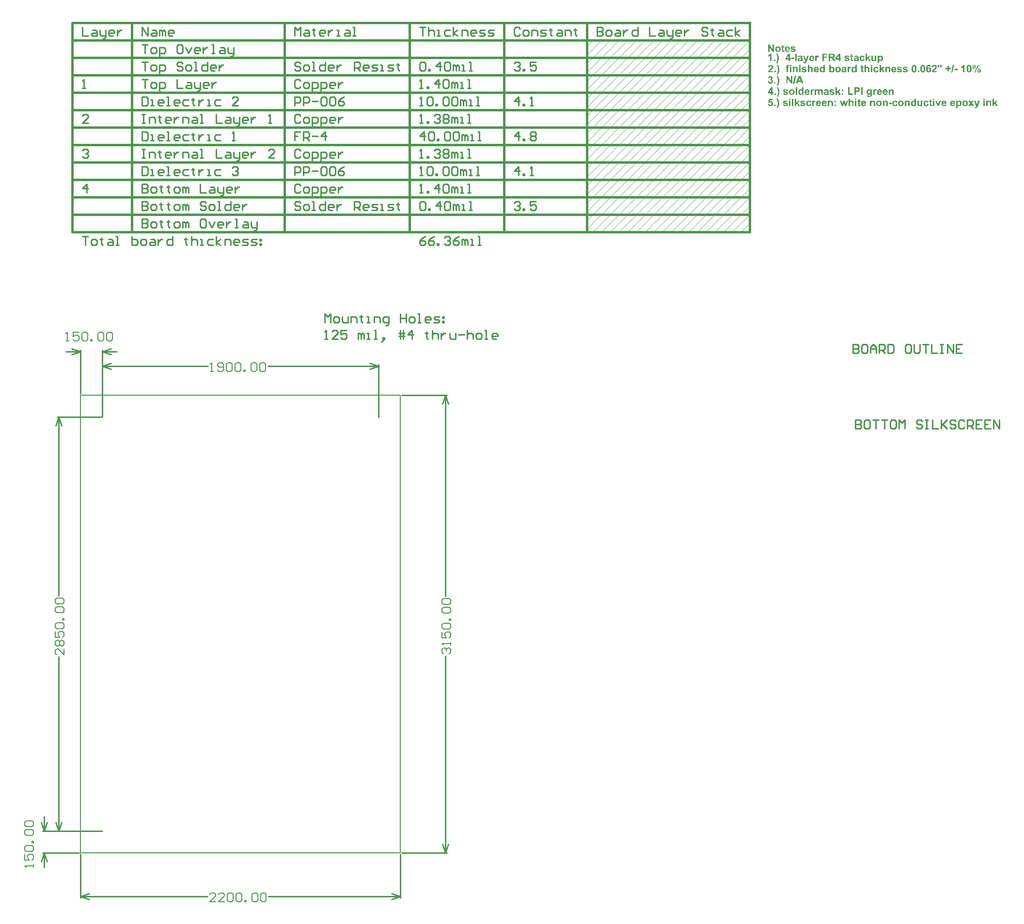
<source format=gbo>
G04*
G04 #@! TF.GenerationSoftware,Altium Limited,Altium Designer,19.1.9 (167)*
G04*
G04 Layer_Color=32896*
%FSLAX25Y25*%
%MOIN*%
G70*
G01*
G75*
%ADD11C,0.00500*%
%ADD14C,0.01000*%
%ADD15C,0.01500*%
%ADD16C,0.00100*%
%ADD17C,0.00600*%
G36*
X490427Y555050D02*
X490501Y555043D01*
X490582Y555035D01*
X490671Y555028D01*
X490856Y554998D01*
X491041Y554954D01*
X491219Y554887D01*
X491300Y554850D01*
X491374Y554806D01*
X491382D01*
X491389Y554791D01*
X491433Y554762D01*
X491500Y554702D01*
X491574Y554621D01*
X491663Y554525D01*
X491744Y554399D01*
X491826Y554251D01*
X491885Y554081D01*
X490960Y553911D01*
Y553918D01*
X490945Y553948D01*
X490930Y553985D01*
X490908Y554029D01*
X490878Y554088D01*
X490834Y554140D01*
X490790Y554192D01*
X490730Y554236D01*
X490723Y554244D01*
X490701Y554258D01*
X490664Y554273D01*
X490612Y554295D01*
X490545Y554318D01*
X490464Y554340D01*
X490368Y554347D01*
X490257Y554355D01*
X490190D01*
X490124Y554347D01*
X490042Y554340D01*
X489946Y554325D01*
X489857Y554310D01*
X489776Y554281D01*
X489702Y554244D01*
X489694D01*
X489687Y554229D01*
X489650Y554192D01*
X489606Y554125D01*
X489598Y554088D01*
X489591Y554044D01*
Y554036D01*
Y554029D01*
X489606Y553985D01*
X489635Y553925D01*
X489657Y553896D01*
X489687Y553866D01*
X489694Y553859D01*
X489724Y553851D01*
X489739Y553837D01*
X489768Y553829D01*
X489805Y553814D01*
X489850Y553792D01*
X489909Y553777D01*
X489968Y553755D01*
X490042Y553733D01*
X490131Y553711D01*
X490227Y553681D01*
X490338Y553652D01*
X490464Y553622D01*
X490605Y553585D01*
X490612D01*
X490642Y553578D01*
X490679Y553570D01*
X490730Y553555D01*
X490797Y553533D01*
X490871Y553518D01*
X491034Y553467D01*
X491219Y553400D01*
X491396Y553326D01*
X491485Y553282D01*
X491567Y553245D01*
X491633Y553193D01*
X491700Y553148D01*
X491715Y553134D01*
X491752Y553104D01*
X491796Y553045D01*
X491855Y552963D01*
X491914Y552860D01*
X491959Y552734D01*
X491996Y552586D01*
X492011Y552423D01*
Y552416D01*
Y552401D01*
Y552371D01*
X492003Y552334D01*
X491996Y552297D01*
X491988Y552246D01*
X491959Y552120D01*
X491907Y551987D01*
X491870Y551913D01*
X491833Y551839D01*
X491781Y551765D01*
X491722Y551691D01*
X491655Y551617D01*
X491581Y551543D01*
X491574Y551535D01*
X491559Y551528D01*
X491537Y551513D01*
X491500Y551483D01*
X491456Y551461D01*
X491404Y551432D01*
X491337Y551395D01*
X491263Y551365D01*
X491182Y551328D01*
X491086Y551298D01*
X490982Y551261D01*
X490871Y551239D01*
X490745Y551217D01*
X490612Y551195D01*
X490471Y551187D01*
X490323Y551180D01*
X490249D01*
X490198Y551187D01*
X490131D01*
X490057Y551195D01*
X489976Y551202D01*
X489887Y551217D01*
X489694Y551254D01*
X489495Y551306D01*
X489295Y551380D01*
X489206Y551432D01*
X489117Y551483D01*
X489110Y551491D01*
X489095Y551498D01*
X489073Y551513D01*
X489051Y551543D01*
X488969Y551609D01*
X488880Y551705D01*
X488784Y551824D01*
X488695Y551964D01*
X488614Y552135D01*
X488547Y552320D01*
X489532Y552468D01*
Y552453D01*
X489546Y552423D01*
X489561Y552371D01*
X489583Y552305D01*
X489620Y552231D01*
X489665Y552164D01*
X489717Y552090D01*
X489783Y552031D01*
X489791Y552024D01*
X489820Y552009D01*
X489865Y551987D01*
X489924Y551964D01*
X489998Y551935D01*
X490094Y551913D01*
X490198Y551898D01*
X490323Y551890D01*
X490383D01*
X490457Y551898D01*
X490538Y551905D01*
X490627Y551920D01*
X490723Y551950D01*
X490812Y551979D01*
X490893Y552024D01*
X490901Y552031D01*
X490915Y552046D01*
X490938Y552068D01*
X490960Y552098D01*
X490982Y552135D01*
X491004Y552179D01*
X491019Y552231D01*
X491026Y552290D01*
Y552297D01*
Y552312D01*
X491019Y552357D01*
X490997Y552416D01*
X490952Y552475D01*
X490938Y552490D01*
X490915Y552497D01*
X490886Y552519D01*
X490841Y552534D01*
X490782Y552556D01*
X490716Y552579D01*
X490627Y552601D01*
X490612D01*
X490575Y552616D01*
X490516Y552630D01*
X490434Y552645D01*
X490338Y552667D01*
X490235Y552697D01*
X490116Y552727D01*
X489990Y552764D01*
X489731Y552838D01*
X489606Y552875D01*
X489487Y552919D01*
X489376Y552956D01*
X489273Y553000D01*
X489184Y553045D01*
X489117Y553082D01*
X489110Y553089D01*
X489095Y553097D01*
X489080Y553111D01*
X489051Y553141D01*
X488977Y553208D01*
X488903Y553304D01*
X488821Y553422D01*
X488747Y553563D01*
X488718Y553644D01*
X488703Y553733D01*
X488688Y553822D01*
X488681Y553918D01*
Y553925D01*
Y553940D01*
Y553962D01*
X488688Y553999D01*
X488695Y554036D01*
X488703Y554088D01*
X488725Y554199D01*
X488769Y554325D01*
X488843Y554458D01*
X488880Y554532D01*
X488932Y554599D01*
X488991Y554665D01*
X489058Y554725D01*
X489065Y554732D01*
X489073Y554739D01*
X489095Y554754D01*
X489132Y554776D01*
X489169Y554799D01*
X489221Y554828D01*
X489280Y554858D01*
X489347Y554895D01*
X489428Y554924D01*
X489517Y554954D01*
X489613Y554984D01*
X489717Y555006D01*
X489835Y555028D01*
X489961Y555043D01*
X490094Y555058D01*
X490368D01*
X490427Y555050D01*
D02*
G37*
G36*
X477070Y551261D02*
X476034D01*
X473955Y554636D01*
Y551261D01*
X473000D01*
Y556382D01*
X473999D01*
X476115Y552934D01*
Y556382D01*
X477070D01*
Y551261D01*
D02*
G37*
G36*
X486461Y555050D02*
X486527Y555043D01*
X486609Y555028D01*
X486697Y555013D01*
X486794Y554991D01*
X486897Y554961D01*
X487001Y554924D01*
X487112Y554880D01*
X487223Y554821D01*
X487326Y554762D01*
X487430Y554688D01*
X487534Y554599D01*
X487622Y554503D01*
X487630Y554495D01*
X487645Y554480D01*
X487667Y554443D01*
X487696Y554399D01*
X487733Y554340D01*
X487770Y554273D01*
X487815Y554184D01*
X487859Y554088D01*
X487904Y553977D01*
X487948Y553851D01*
X487985Y553718D01*
X488022Y553563D01*
X488052Y553400D01*
X488074Y553222D01*
X488089Y553037D01*
Y552830D01*
X485632D01*
Y552823D01*
Y552808D01*
Y552786D01*
X485639Y552756D01*
X485647Y552682D01*
X485661Y552579D01*
X485691Y552475D01*
X485735Y552357D01*
X485787Y552246D01*
X485861Y552149D01*
X485869Y552142D01*
X485906Y552112D01*
X485950Y552075D01*
X486017Y552031D01*
X486098Y551987D01*
X486202Y551950D01*
X486313Y551920D01*
X486431Y551913D01*
X486468D01*
X486512Y551920D01*
X486564Y551927D01*
X486623Y551942D01*
X486690Y551964D01*
X486757Y551994D01*
X486816Y552038D01*
X486823Y552046D01*
X486845Y552061D01*
X486875Y552090D01*
X486905Y552135D01*
X486949Y552194D01*
X486986Y552260D01*
X487023Y552349D01*
X487060Y552445D01*
X488037Y552283D01*
Y552275D01*
X488029Y552260D01*
X488015Y552231D01*
X488000Y552194D01*
X487978Y552149D01*
X487955Y552098D01*
X487889Y551979D01*
X487807Y551846D01*
X487704Y551705D01*
X487578Y551580D01*
X487437Y551461D01*
X487430D01*
X487423Y551446D01*
X487393Y551439D01*
X487363Y551417D01*
X487326Y551395D01*
X487275Y551372D01*
X487223Y551350D01*
X487156Y551321D01*
X487008Y551269D01*
X486838Y551224D01*
X486638Y551195D01*
X486424Y551180D01*
X486379D01*
X486335Y551187D01*
X486268D01*
X486187Y551202D01*
X486091Y551217D01*
X485987Y551232D01*
X485883Y551261D01*
X485765Y551291D01*
X485647Y551335D01*
X485528Y551387D01*
X485410Y551446D01*
X485291Y551520D01*
X485180Y551602D01*
X485084Y551698D01*
X484988Y551809D01*
X484981Y551816D01*
X484973Y551831D01*
X484958Y551861D01*
X484929Y551898D01*
X484907Y551950D01*
X484877Y552009D01*
X484840Y552075D01*
X484810Y552157D01*
X484773Y552246D01*
X484744Y552342D01*
X484707Y552445D01*
X484685Y552564D01*
X484662Y552682D01*
X484640Y552808D01*
X484633Y552949D01*
X484625Y553089D01*
Y553097D01*
Y553126D01*
Y553178D01*
X484633Y553245D01*
X484640Y553319D01*
X484648Y553407D01*
X484662Y553504D01*
X484685Y553615D01*
X484744Y553844D01*
X484781Y553962D01*
X484825Y554088D01*
X484884Y554207D01*
X484951Y554318D01*
X485025Y554429D01*
X485106Y554532D01*
X485114Y554540D01*
X485129Y554554D01*
X485158Y554584D01*
X485195Y554614D01*
X485240Y554651D01*
X485299Y554695D01*
X485365Y554747D01*
X485439Y554799D01*
X485521Y554843D01*
X485617Y554895D01*
X485713Y554939D01*
X485824Y554976D01*
X485935Y555006D01*
X486061Y555035D01*
X486187Y555050D01*
X486320Y555058D01*
X486401D01*
X486461Y555050D01*
D02*
G37*
G36*
X483560Y554976D02*
X484233D01*
Y554192D01*
X483560D01*
Y552690D01*
Y552682D01*
Y552667D01*
Y552645D01*
Y552616D01*
Y552542D01*
Y552453D01*
X483567Y552364D01*
Y552275D01*
Y552209D01*
X483575Y552179D01*
Y552164D01*
X483582Y552149D01*
X483597Y552120D01*
X483619Y552083D01*
X483663Y552038D01*
X483678Y552031D01*
X483708Y552016D01*
X483760Y552001D01*
X483826Y551994D01*
X483856D01*
X483885Y552001D01*
X483930Y552009D01*
X483989Y552016D01*
X484056Y552031D01*
X484137Y552053D01*
X484226Y552083D01*
X484315Y551321D01*
X484307D01*
X484300Y551313D01*
X484255Y551298D01*
X484181Y551276D01*
X484085Y551254D01*
X483974Y551224D01*
X483841Y551202D01*
X483693Y551187D01*
X483538Y551180D01*
X483493D01*
X483441Y551187D01*
X483375Y551195D01*
X483301Y551202D01*
X483219Y551217D01*
X483138Y551239D01*
X483057Y551269D01*
X483049Y551276D01*
X483020Y551284D01*
X482983Y551306D01*
X482938Y551328D01*
X482835Y551402D01*
X482783Y551446D01*
X482738Y551498D01*
X482731Y551506D01*
X482724Y551528D01*
X482709Y551557D01*
X482687Y551602D01*
X482664Y551654D01*
X482642Y551720D01*
X482620Y551794D01*
X482605Y551876D01*
Y551883D01*
X482598Y551913D01*
Y551957D01*
X482590Y552031D01*
X482583Y552127D01*
Y552246D01*
X482576Y552312D01*
Y552394D01*
Y552475D01*
Y552571D01*
Y554192D01*
X482124D01*
Y554976D01*
X482576D01*
Y555716D01*
X483560Y556293D01*
Y554976D01*
D02*
G37*
G36*
X479978Y555050D02*
X480052Y555043D01*
X480134Y555028D01*
X480230Y555013D01*
X480326Y554991D01*
X480437Y554961D01*
X480548Y554924D01*
X480659Y554880D01*
X480777Y554828D01*
X480896Y554762D01*
X481007Y554688D01*
X481118Y554606D01*
X481221Y554510D01*
X481229Y554503D01*
X481244Y554488D01*
X481273Y554451D01*
X481303Y554414D01*
X481347Y554355D01*
X481392Y554295D01*
X481443Y554214D01*
X481495Y554133D01*
X481540Y554036D01*
X481591Y553933D01*
X481636Y553814D01*
X481680Y553696D01*
X481710Y553563D01*
X481739Y553430D01*
X481754Y553282D01*
X481762Y553126D01*
Y553119D01*
Y553089D01*
Y553045D01*
X481754Y552986D01*
X481747Y552912D01*
X481732Y552830D01*
X481717Y552734D01*
X481695Y552638D01*
X481665Y552527D01*
X481628Y552416D01*
X481584Y552297D01*
X481532Y552179D01*
X481466Y552061D01*
X481392Y551950D01*
X481310Y551839D01*
X481214Y551728D01*
X481207Y551720D01*
X481192Y551705D01*
X481162Y551676D01*
X481118Y551639D01*
X481066Y551602D01*
X480999Y551557D01*
X480925Y551506D01*
X480844Y551454D01*
X480748Y551402D01*
X480644Y551350D01*
X480533Y551306D01*
X480407Y551269D01*
X480282Y551232D01*
X480141Y551202D01*
X480000Y551187D01*
X479845Y551180D01*
X479793D01*
X479756Y551187D01*
X479712D01*
X479660Y551195D01*
X479534Y551210D01*
X479379Y551239D01*
X479216Y551276D01*
X479046Y551335D01*
X478868Y551409D01*
X478861D01*
X478846Y551417D01*
X478824Y551432D01*
X478794Y551454D01*
X478713Y551506D01*
X478609Y551580D01*
X478498Y551676D01*
X478380Y551794D01*
X478269Y551927D01*
X478165Y552083D01*
Y552090D01*
X478158Y552105D01*
X478143Y552127D01*
X478128Y552164D01*
X478113Y552209D01*
X478091Y552260D01*
X478069Y552320D01*
X478047Y552386D01*
X478025Y552460D01*
X478002Y552542D01*
X477965Y552727D01*
X477936Y552941D01*
X477928Y553171D01*
Y553178D01*
Y553193D01*
Y553222D01*
X477936Y553252D01*
Y553296D01*
X477943Y553348D01*
X477958Y553474D01*
X477988Y553615D01*
X478032Y553770D01*
X478084Y553940D01*
X478165Y554110D01*
Y554118D01*
X478180Y554133D01*
X478187Y554155D01*
X478210Y554184D01*
X478269Y554266D01*
X478343Y554369D01*
X478439Y554480D01*
X478557Y554599D01*
X478691Y554710D01*
X478846Y554813D01*
X478853D01*
X478868Y554821D01*
X478890Y554836D01*
X478927Y554850D01*
X478964Y554873D01*
X479016Y554887D01*
X479075Y554910D01*
X479135Y554939D01*
X479283Y554984D01*
X479453Y555021D01*
X479638Y555050D01*
X479838Y555058D01*
X479919D01*
X479978Y555050D01*
D02*
G37*
G36*
X507417Y548735D02*
X507499Y548720D01*
X507602Y548698D01*
X507713Y548661D01*
X507824Y548617D01*
X507943Y548550D01*
X507632Y547699D01*
X507625Y547706D01*
X507588Y547721D01*
X507543Y547751D01*
X507484Y547780D01*
X507410Y547810D01*
X507336Y547840D01*
X507255Y547854D01*
X507173Y547862D01*
X507144D01*
X507099Y547854D01*
X507055Y547847D01*
X507003Y547832D01*
X506944Y547810D01*
X506885Y547780D01*
X506825Y547743D01*
X506818Y547736D01*
X506803Y547721D01*
X506774Y547692D01*
X506744Y547647D01*
X506707Y547595D01*
X506670Y547521D01*
X506633Y547433D01*
X506603Y547329D01*
Y547314D01*
X506596Y547292D01*
X506589Y547270D01*
Y547233D01*
X506581Y547188D01*
X506574Y547129D01*
X506566Y547063D01*
X506559Y546989D01*
X506552Y546892D01*
X506544Y546796D01*
Y546678D01*
X506537Y546552D01*
X506529Y546411D01*
Y546256D01*
Y546086D01*
Y544946D01*
X505545D01*
Y548661D01*
X506455D01*
Y548136D01*
X506463Y548143D01*
X506492Y548187D01*
X506537Y548254D01*
X506596Y548335D01*
X506655Y548417D01*
X506729Y548498D01*
X506796Y548572D01*
X506870Y548624D01*
X506877Y548631D01*
X506899Y548646D01*
X506944Y548661D01*
X506996Y548683D01*
X507055Y548705D01*
X507129Y548728D01*
X507203Y548735D01*
X507292Y548742D01*
X507351D01*
X507417Y548735D01*
D02*
G37*
G36*
X550707D02*
X550759Y548728D01*
X550826Y548713D01*
X550900Y548698D01*
X550974Y548676D01*
X551063Y548654D01*
X551144Y548617D01*
X551240Y548580D01*
X551329Y548528D01*
X551425Y548469D01*
X551514Y548402D01*
X551603Y548321D01*
X551692Y548232D01*
X551699Y548224D01*
X551714Y548210D01*
X551736Y548180D01*
X551766Y548136D01*
X551795Y548091D01*
X551832Y548025D01*
X551877Y547951D01*
X551921Y547869D01*
X551958Y547773D01*
X552002Y547669D01*
X552039Y547551D01*
X552076Y547425D01*
X552099Y547285D01*
X552121Y547144D01*
X552136Y546981D01*
X552143Y546818D01*
Y546811D01*
Y546781D01*
Y546730D01*
X552136Y546663D01*
X552128Y546589D01*
X552121Y546500D01*
X552106Y546397D01*
X552084Y546293D01*
X552032Y546056D01*
X551995Y545938D01*
X551951Y545819D01*
X551899Y545701D01*
X551832Y545590D01*
X551766Y545479D01*
X551684Y545375D01*
X551677Y545368D01*
X551662Y545353D01*
X551640Y545331D01*
X551603Y545294D01*
X551558Y545257D01*
X551507Y545213D01*
X551447Y545168D01*
X551381Y545124D01*
X551299Y545072D01*
X551218Y545028D01*
X551033Y544946D01*
X550929Y544909D01*
X550818Y544887D01*
X550707Y544872D01*
X550589Y544865D01*
X550537D01*
X550478Y544872D01*
X550404Y544880D01*
X550315Y544894D01*
X550219Y544917D01*
X550123Y544946D01*
X550027Y544983D01*
X550019Y544991D01*
X549982Y545005D01*
X549938Y545042D01*
X549871Y545087D01*
X549790Y545139D01*
X549708Y545213D01*
X549612Y545301D01*
X549509Y545405D01*
Y543525D01*
X548524D01*
Y548661D01*
X549442D01*
Y548113D01*
X549449Y548128D01*
X549472Y548158D01*
X549516Y548210D01*
X549568Y548276D01*
X549634Y548350D01*
X549723Y548424D01*
X549812Y548498D01*
X549923Y548565D01*
X549938Y548572D01*
X549975Y548594D01*
X550041Y548624D01*
X550123Y548654D01*
X550219Y548683D01*
X550337Y548713D01*
X550463Y548735D01*
X550596Y548742D01*
X550656D01*
X550707Y548735D01*
D02*
G37*
G36*
X527405D02*
X527479Y548728D01*
X527560Y548720D01*
X527649Y548713D01*
X527834Y548683D01*
X528019Y548639D01*
X528197Y548572D01*
X528278Y548535D01*
X528352Y548491D01*
X528359D01*
X528367Y548476D01*
X528411Y548446D01*
X528478Y548387D01*
X528552Y548306D01*
X528641Y548210D01*
X528722Y548084D01*
X528803Y547936D01*
X528863Y547766D01*
X527938Y547595D01*
Y547603D01*
X527923Y547632D01*
X527908Y547669D01*
X527886Y547714D01*
X527856Y547773D01*
X527812Y547825D01*
X527767Y547877D01*
X527708Y547921D01*
X527701Y547928D01*
X527679Y547943D01*
X527642Y547958D01*
X527590Y547980D01*
X527523Y548002D01*
X527442Y548025D01*
X527346Y548032D01*
X527235Y548039D01*
X527168D01*
X527101Y548032D01*
X527020Y548025D01*
X526924Y548010D01*
X526835Y547995D01*
X526754Y547965D01*
X526680Y547928D01*
X526672D01*
X526665Y547914D01*
X526628Y547877D01*
X526583Y547810D01*
X526576Y547773D01*
X526569Y547729D01*
Y547721D01*
Y547714D01*
X526583Y547669D01*
X526613Y547610D01*
X526635Y547581D01*
X526665Y547551D01*
X526672Y547544D01*
X526702Y547536D01*
X526717Y547521D01*
X526746Y547514D01*
X526783Y547499D01*
X526828Y547477D01*
X526887Y547462D01*
X526946Y547440D01*
X527020Y547418D01*
X527109Y547396D01*
X527205Y547366D01*
X527316Y547336D01*
X527442Y547307D01*
X527582Y547270D01*
X527590D01*
X527619Y547262D01*
X527656Y547255D01*
X527708Y547240D01*
X527775Y547218D01*
X527849Y547203D01*
X528012Y547151D01*
X528197Y547085D01*
X528374Y547011D01*
X528463Y546966D01*
X528544Y546929D01*
X528611Y546878D01*
X528678Y546833D01*
X528692Y546818D01*
X528729Y546789D01*
X528774Y546730D01*
X528833Y546648D01*
X528892Y546545D01*
X528937Y546419D01*
X528974Y546271D01*
X528988Y546108D01*
Y546101D01*
Y546086D01*
Y546056D01*
X528981Y546019D01*
X528974Y545982D01*
X528966Y545930D01*
X528937Y545805D01*
X528885Y545671D01*
X528848Y545597D01*
X528811Y545523D01*
X528759Y545449D01*
X528700Y545375D01*
X528633Y545301D01*
X528559Y545227D01*
X528552Y545220D01*
X528537Y545213D01*
X528515Y545198D01*
X528478Y545168D01*
X528433Y545146D01*
X528382Y545116D01*
X528315Y545079D01*
X528241Y545050D01*
X528160Y545013D01*
X528063Y544983D01*
X527960Y544946D01*
X527849Y544924D01*
X527723Y544902D01*
X527590Y544880D01*
X527449Y544872D01*
X527301Y544865D01*
X527227D01*
X527175Y544872D01*
X527109D01*
X527035Y544880D01*
X526953Y544887D01*
X526865Y544902D01*
X526672Y544939D01*
X526472Y544991D01*
X526273Y545065D01*
X526184Y545116D01*
X526095Y545168D01*
X526088Y545176D01*
X526073Y545183D01*
X526051Y545198D01*
X526028Y545227D01*
X525947Y545294D01*
X525858Y545390D01*
X525762Y545509D01*
X525673Y545649D01*
X525592Y545819D01*
X525525Y546004D01*
X526509Y546152D01*
Y546138D01*
X526524Y546108D01*
X526539Y546056D01*
X526561Y545990D01*
X526598Y545916D01*
X526643Y545849D01*
X526694Y545775D01*
X526761Y545716D01*
X526768Y545708D01*
X526798Y545694D01*
X526842Y545671D01*
X526902Y545649D01*
X526976Y545620D01*
X527072Y545597D01*
X527175Y545583D01*
X527301Y545575D01*
X527360D01*
X527434Y545583D01*
X527516Y545590D01*
X527605Y545605D01*
X527701Y545634D01*
X527790Y545664D01*
X527871Y545708D01*
X527878Y545716D01*
X527893Y545731D01*
X527915Y545753D01*
X527938Y545782D01*
X527960Y545819D01*
X527982Y545864D01*
X527997Y545916D01*
X528004Y545975D01*
Y545982D01*
Y545997D01*
X527997Y546041D01*
X527975Y546101D01*
X527930Y546160D01*
X527915Y546175D01*
X527893Y546182D01*
X527864Y546204D01*
X527819Y546219D01*
X527760Y546241D01*
X527693Y546263D01*
X527605Y546286D01*
X527590D01*
X527553Y546300D01*
X527494Y546315D01*
X527412Y546330D01*
X527316Y546352D01*
X527212Y546382D01*
X527094Y546411D01*
X526968Y546448D01*
X526709Y546522D01*
X526583Y546559D01*
X526465Y546604D01*
X526354Y546641D01*
X526250Y546685D01*
X526162Y546730D01*
X526095Y546767D01*
X526088Y546774D01*
X526073Y546781D01*
X526058Y546796D01*
X526028Y546826D01*
X525954Y546892D01*
X525880Y546989D01*
X525799Y547107D01*
X525725Y547248D01*
X525695Y547329D01*
X525681Y547418D01*
X525666Y547507D01*
X525658Y547603D01*
Y547610D01*
Y547625D01*
Y547647D01*
X525666Y547684D01*
X525673Y547721D01*
X525681Y547773D01*
X525703Y547884D01*
X525747Y548010D01*
X525821Y548143D01*
X525858Y548217D01*
X525910Y548284D01*
X525969Y548350D01*
X526036Y548409D01*
X526043Y548417D01*
X526051Y548424D01*
X526073Y548439D01*
X526110Y548461D01*
X526147Y548483D01*
X526199Y548513D01*
X526258Y548543D01*
X526324Y548580D01*
X526406Y548609D01*
X526495Y548639D01*
X526591Y548668D01*
X526694Y548691D01*
X526813Y548713D01*
X526939Y548728D01*
X527072Y548742D01*
X527346D01*
X527405Y548735D01*
D02*
G37*
G36*
X537898D02*
X537957D01*
X538024Y548728D01*
X538098Y548720D01*
X538179Y548705D01*
X538349Y548668D01*
X538527Y548617D01*
X538705Y548543D01*
X538867Y548446D01*
X538875D01*
X538882Y548432D01*
X538904Y548417D01*
X538934Y548395D01*
X539001Y548328D01*
X539089Y548232D01*
X539186Y548106D01*
X539282Y547958D01*
X539371Y547780D01*
X539445Y547573D01*
X538475Y547396D01*
Y547410D01*
X538468Y547440D01*
X538453Y547492D01*
X538431Y547558D01*
X538394Y547625D01*
X538357Y547699D01*
X538305Y547766D01*
X538246Y547825D01*
X538238Y547832D01*
X538216Y547847D01*
X538179Y547869D01*
X538127Y547899D01*
X538061Y547928D01*
X537987Y547951D01*
X537898Y547965D01*
X537802Y547973D01*
X537787D01*
X537743Y547965D01*
X537676Y547958D01*
X537587Y547943D01*
X537498Y547906D01*
X537402Y547862D01*
X537306Y547803D01*
X537217Y547714D01*
X537210Y547699D01*
X537188Y547662D01*
X537151Y547603D01*
X537114Y547514D01*
X537069Y547396D01*
X537054Y547329D01*
X537040Y547255D01*
X537025Y547166D01*
X537010Y547077D01*
X537003Y546974D01*
Y546870D01*
Y546863D01*
Y546841D01*
Y546804D01*
X537010Y546759D01*
Y546707D01*
X537017Y546648D01*
X537032Y546500D01*
X537054Y546345D01*
X537099Y546189D01*
X537151Y546049D01*
X537188Y545990D01*
X537225Y545930D01*
X537232Y545916D01*
X537269Y545886D01*
X537313Y545849D01*
X537380Y545797D01*
X537469Y545745D01*
X537565Y545708D01*
X537683Y545679D01*
X537817Y545664D01*
X537861D01*
X537913Y545671D01*
X537979Y545686D01*
X538053Y545701D01*
X538127Y545731D01*
X538201Y545768D01*
X538275Y545819D01*
X538283Y545827D01*
X538305Y545849D01*
X538335Y545886D01*
X538379Y545945D01*
X538423Y546019D01*
X538460Y546115D01*
X538505Y546234D01*
X538534Y546367D01*
X539496Y546204D01*
Y546197D01*
X539489Y546175D01*
X539482Y546138D01*
X539467Y546093D01*
X539445Y546041D01*
X539422Y545975D01*
X539363Y545827D01*
X539289Y545664D01*
X539186Y545501D01*
X539060Y545338D01*
X538986Y545264D01*
X538912Y545198D01*
X538904D01*
X538890Y545183D01*
X538867Y545168D01*
X538838Y545146D01*
X538793Y545124D01*
X538742Y545094D01*
X538682Y545065D01*
X538608Y545035D01*
X538534Y544998D01*
X538446Y544968D01*
X538357Y544939D01*
X538253Y544917D01*
X538142Y544894D01*
X538024Y544880D01*
X537905Y544872D01*
X537772Y544865D01*
X537691D01*
X537639Y544872D01*
X537572Y544880D01*
X537491Y544894D01*
X537402Y544909D01*
X537306Y544931D01*
X537202Y544954D01*
X537099Y544991D01*
X536988Y545028D01*
X536884Y545079D01*
X536773Y545139D01*
X536670Y545205D01*
X536573Y545287D01*
X536477Y545375D01*
X536470Y545383D01*
X536455Y545398D01*
X536433Y545427D01*
X536403Y545472D01*
X536366Y545523D01*
X536322Y545583D01*
X536285Y545657D01*
X536240Y545745D01*
X536189Y545842D01*
X536152Y545945D01*
X536107Y546064D01*
X536070Y546189D01*
X536041Y546330D01*
X536018Y546471D01*
X536004Y546633D01*
X535996Y546796D01*
Y546804D01*
Y546833D01*
Y546885D01*
X536004Y546944D01*
X536011Y547026D01*
X536018Y547114D01*
X536033Y547211D01*
X536055Y547322D01*
X536115Y547551D01*
X536152Y547669D01*
X536196Y547788D01*
X536255Y547906D01*
X536322Y548017D01*
X536396Y548121D01*
X536477Y548224D01*
X536485Y548232D01*
X536499Y548247D01*
X536529Y548269D01*
X536566Y548306D01*
X536618Y548343D01*
X536677Y548387D01*
X536744Y548439D01*
X536825Y548483D01*
X536914Y548535D01*
X537010Y548580D01*
X537121Y548624D01*
X537239Y548661D01*
X537358Y548698D01*
X537498Y548720D01*
X537639Y548735D01*
X537787Y548742D01*
X537854D01*
X537898Y548735D01*
D02*
G37*
G36*
X491086Y546315D02*
X489154D01*
Y547299D01*
X491086D01*
Y546315D01*
D02*
G37*
G36*
X499662Y545079D02*
X499425Y544443D01*
X499418Y544428D01*
X499403Y544391D01*
X499374Y544332D01*
X499344Y544258D01*
X499307Y544177D01*
X499263Y544095D01*
X499218Y544021D01*
X499174Y543947D01*
X499166Y543940D01*
X499152Y543918D01*
X499129Y543888D01*
X499100Y543844D01*
X499018Y543755D01*
X498907Y543666D01*
X498900Y543659D01*
X498878Y543651D01*
X498848Y543629D01*
X498804Y543607D01*
X498752Y543585D01*
X498693Y543555D01*
X498619Y543525D01*
X498537Y543503D01*
X498530D01*
X498500Y543496D01*
X498456Y543481D01*
X498389Y543474D01*
X498315Y543459D01*
X498234Y543444D01*
X498138Y543437D01*
X497990D01*
X497931Y543444D01*
X497864D01*
X497775Y543451D01*
X497686Y543466D01*
X497487Y543503D01*
X497398Y544273D01*
X497405D01*
X497435Y544265D01*
X497479Y544258D01*
X497538Y544251D01*
X497598Y544236D01*
X497672Y544228D01*
X497812Y544221D01*
X497871D01*
X497931Y544236D01*
X498005Y544251D01*
X498086Y544273D01*
X498167Y544310D01*
X498249Y544362D01*
X498315Y544428D01*
X498323Y544436D01*
X498345Y544465D01*
X498375Y544510D01*
X498412Y544569D01*
X498449Y544643D01*
X498493Y544732D01*
X498530Y544828D01*
X498567Y544939D01*
X497161Y548661D01*
X498204D01*
X499085Y546019D01*
X499958Y548661D01*
X500972D01*
X499662Y545079D01*
D02*
G37*
G36*
X547540Y544946D02*
X546630D01*
Y545501D01*
X546623Y545486D01*
X546593Y545449D01*
X546549Y545398D01*
X546482Y545331D01*
X546408Y545250D01*
X546312Y545176D01*
X546208Y545094D01*
X546090Y545028D01*
X546075Y545020D01*
X546031Y545005D01*
X545964Y544976D01*
X545875Y544946D01*
X545772Y544917D01*
X545653Y544887D01*
X545527Y544872D01*
X545394Y544865D01*
X545328D01*
X545261Y544872D01*
X545172Y544887D01*
X545061Y544902D01*
X544950Y544931D01*
X544832Y544976D01*
X544721Y545028D01*
X544706Y545035D01*
X544676Y545057D01*
X544617Y545094D01*
X544558Y545146D01*
X544484Y545213D01*
X544417Y545287D01*
X544351Y545383D01*
X544292Y545486D01*
X544284Y545501D01*
X544269Y545538D01*
X544247Y545605D01*
X544225Y545701D01*
X544203Y545819D01*
X544181Y545960D01*
X544166Y546123D01*
X544158Y546308D01*
Y548661D01*
X545143D01*
Y546952D01*
Y546944D01*
Y546915D01*
Y546878D01*
Y546826D01*
Y546767D01*
Y546700D01*
X545150Y546545D01*
X545157Y546374D01*
X545165Y546219D01*
X545172Y546152D01*
X545180Y546086D01*
X545187Y546034D01*
X545194Y545997D01*
Y545990D01*
X545202Y545967D01*
X545217Y545938D01*
X545239Y545893D01*
X545261Y545849D01*
X545298Y545805D01*
X545335Y545760D01*
X545387Y545716D01*
X545394Y545708D01*
X545416Y545701D01*
X545446Y545686D01*
X545490Y545671D01*
X545542Y545649D01*
X545609Y545634D01*
X545675Y545627D01*
X545757Y545620D01*
X545801D01*
X545846Y545627D01*
X545905Y545634D01*
X545979Y545649D01*
X546053Y545679D01*
X546134Y545708D01*
X546208Y545753D01*
X546216Y545760D01*
X546238Y545775D01*
X546275Y545805D01*
X546319Y545849D01*
X546364Y545901D01*
X546408Y545953D01*
X546452Y546019D01*
X546482Y546093D01*
Y546101D01*
X546497Y546138D01*
Y546167D01*
X546504Y546204D01*
X546512Y546241D01*
X546519Y546293D01*
X546526Y546360D01*
X546534Y546426D01*
X546541Y546508D01*
Y546604D01*
X546549Y546707D01*
X546556Y546826D01*
Y546952D01*
Y547092D01*
Y548661D01*
X547540D01*
Y544946D01*
D02*
G37*
G36*
X541147Y547351D02*
X542294Y548661D01*
X543500D01*
X542227Y547299D01*
X543589Y544946D01*
X542530D01*
X541591Y546611D01*
X541147Y546130D01*
Y544946D01*
X540162D01*
Y550067D01*
X541147D01*
Y547351D01*
D02*
G37*
G36*
X533843Y548735D02*
X533902D01*
X534050Y548720D01*
X534205Y548705D01*
X534368Y548676D01*
X534524Y548631D01*
X534590Y548609D01*
X534657Y548580D01*
X534664D01*
X534672Y548572D01*
X534709Y548550D01*
X534768Y548520D01*
X534834Y548476D01*
X534916Y548417D01*
X534990Y548350D01*
X535056Y548269D01*
X535116Y548187D01*
X535123Y548173D01*
X535138Y548143D01*
X535160Y548076D01*
X535167Y548039D01*
X535182Y547988D01*
X535197Y547936D01*
X535204Y547869D01*
X535219Y547795D01*
X535227Y547714D01*
X535234Y547625D01*
X535241Y547529D01*
X535249Y547425D01*
Y547307D01*
X535234Y546160D01*
Y546152D01*
Y546138D01*
Y546115D01*
Y546078D01*
Y545990D01*
X535241Y545886D01*
Y545768D01*
X535256Y545649D01*
X535264Y545531D01*
X535278Y545435D01*
Y545427D01*
X535286Y545398D01*
X535301Y545346D01*
X535315Y545287D01*
X535345Y545213D01*
X535375Y545131D01*
X535412Y545042D01*
X535456Y544946D01*
X534487D01*
Y544954D01*
X534479Y544961D01*
X534472Y544991D01*
X534457Y545020D01*
X534442Y545057D01*
X534427Y545109D01*
X534413Y545168D01*
X534390Y545235D01*
Y545242D01*
X534383Y545250D01*
X534376Y545279D01*
X534361Y545316D01*
X534353Y545346D01*
X534339Y545338D01*
X534309Y545309D01*
X534257Y545264D01*
X534191Y545213D01*
X534109Y545153D01*
X534020Y545087D01*
X533917Y545035D01*
X533813Y544983D01*
X533798Y544976D01*
X533761Y544968D01*
X533702Y544946D01*
X533628Y544924D01*
X533539Y544902D01*
X533436Y544887D01*
X533317Y544872D01*
X533199Y544865D01*
X533147D01*
X533103Y544872D01*
X533058D01*
X532999Y544880D01*
X532873Y544902D01*
X532725Y544939D01*
X532577Y544991D01*
X532429Y545065D01*
X532296Y545168D01*
Y545176D01*
X532281Y545183D01*
X532244Y545227D01*
X532193Y545294D01*
X532133Y545383D01*
X532074Y545494D01*
X532022Y545627D01*
X531985Y545782D01*
X531978Y545864D01*
X531971Y545953D01*
Y545967D01*
Y546004D01*
X531978Y546064D01*
X531993Y546138D01*
X532008Y546226D01*
X532030Y546315D01*
X532067Y546411D01*
X532119Y546508D01*
X532126Y546522D01*
X532148Y546552D01*
X532178Y546596D01*
X532230Y546648D01*
X532281Y546707D01*
X532355Y546774D01*
X532437Y546833D01*
X532533Y546885D01*
X532548Y546892D01*
X532585Y546907D01*
X532644Y546929D01*
X532733Y546966D01*
X532844Y547003D01*
X532977Y547040D01*
X533140Y547077D01*
X533317Y547114D01*
X533325D01*
X533347Y547122D01*
X533384Y547129D01*
X533428Y547137D01*
X533488Y547144D01*
X533554Y547159D01*
X533702Y547196D01*
X533858Y547233D01*
X534020Y547270D01*
X534161Y547314D01*
X534228Y547336D01*
X534279Y547359D01*
Y547455D01*
Y547470D01*
Y547499D01*
X534272Y547551D01*
X534265Y547618D01*
X534242Y547684D01*
X534220Y547751D01*
X534183Y547810D01*
X534131Y547862D01*
X534124Y547869D01*
X534102Y547884D01*
X534065Y547899D01*
X534013Y547928D01*
X533939Y547951D01*
X533850Y547965D01*
X533739Y547980D01*
X533606Y547988D01*
X533562D01*
X533517Y547980D01*
X533458Y547973D01*
X533391Y547958D01*
X533317Y547943D01*
X533251Y547914D01*
X533192Y547877D01*
X533184Y547869D01*
X533169Y547854D01*
X533140Y547832D01*
X533110Y547795D01*
X533066Y547743D01*
X533029Y547677D01*
X532992Y547603D01*
X532955Y547514D01*
X532074Y547677D01*
Y547684D01*
X532082Y547699D01*
X532089Y547729D01*
X532104Y547766D01*
X532119Y547810D01*
X532141Y547862D01*
X532193Y547980D01*
X532267Y548106D01*
X532355Y548239D01*
X532459Y548365D01*
X532585Y548476D01*
X532592D01*
X532600Y548491D01*
X532622Y548498D01*
X532651Y548520D01*
X532696Y548535D01*
X532740Y548557D01*
X532799Y548587D01*
X532859Y548609D01*
X532933Y548631D01*
X533014Y548661D01*
X533103Y548683D01*
X533206Y548698D01*
X533310Y548720D01*
X533428Y548728D01*
X533547Y548742D01*
X533791D01*
X533843Y548735D01*
D02*
G37*
G36*
X522565Y546833D02*
X523202D01*
Y545975D01*
X522565D01*
Y544946D01*
X521618D01*
Y545975D01*
X519516D01*
Y546826D01*
X521736Y550089D01*
X522565D01*
Y546833D01*
D02*
G37*
G36*
X517119Y550060D02*
X517200D01*
X517282Y550052D01*
X517378D01*
X517570Y550030D01*
X517770Y550008D01*
X517955Y549971D01*
X518036Y549949D01*
X518110Y549926D01*
X518118D01*
X518125Y549919D01*
X518170Y549897D01*
X518236Y549860D01*
X518325Y549815D01*
X518421Y549741D01*
X518517Y549660D01*
X518614Y549556D01*
X518702Y549431D01*
Y549423D01*
X518710Y549416D01*
X518725Y549394D01*
X518739Y549371D01*
X518776Y549297D01*
X518821Y549201D01*
X518858Y549083D01*
X518895Y548950D01*
X518924Y548794D01*
X518932Y548631D01*
Y548624D01*
Y548609D01*
Y548572D01*
X518924Y548535D01*
Y548483D01*
X518917Y548432D01*
X518887Y548298D01*
X518850Y548143D01*
X518791Y547988D01*
X518702Y547825D01*
X518651Y547751D01*
X518591Y547677D01*
X518584Y547669D01*
X518577Y547662D01*
X518554Y547640D01*
X518525Y547618D01*
X518495Y547588D01*
X518451Y547551D01*
X518399Y547514D01*
X518340Y547477D01*
X518273Y547433D01*
X518192Y547396D01*
X518110Y547359D01*
X518022Y547322D01*
X517918Y547285D01*
X517814Y547255D01*
X517703Y547225D01*
X517578Y547203D01*
X517585D01*
X517592Y547196D01*
X517637Y547166D01*
X517696Y547129D01*
X517770Y547077D01*
X517859Y547011D01*
X517948Y546944D01*
X518044Y546863D01*
X518125Y546774D01*
X518133Y546767D01*
X518170Y546730D01*
X518214Y546670D01*
X518281Y546582D01*
X518369Y546471D01*
X518414Y546397D01*
X518466Y546323D01*
X518525Y546241D01*
X518584Y546152D01*
X518651Y546049D01*
X518717Y545945D01*
X519346Y544946D01*
X518103D01*
X517363Y546056D01*
X517356Y546064D01*
X517348Y546086D01*
X517326Y546115D01*
X517296Y546152D01*
X517267Y546197D01*
X517230Y546256D01*
X517148Y546374D01*
X517052Y546508D01*
X516963Y546626D01*
X516882Y546737D01*
X516845Y546774D01*
X516815Y546811D01*
X516808Y546818D01*
X516793Y546833D01*
X516764Y546863D01*
X516727Y546900D01*
X516675Y546929D01*
X516623Y546966D01*
X516564Y546996D01*
X516505Y547026D01*
X516497D01*
X516475Y547033D01*
X516438Y547048D01*
X516379Y547055D01*
X516305Y547070D01*
X516216Y547077D01*
X516112Y547085D01*
X515779D01*
Y544946D01*
X514743D01*
Y550067D01*
X517052D01*
X517119Y550060D01*
D02*
G37*
G36*
X513885Y549201D02*
X511406D01*
Y547988D01*
X513545D01*
Y547122D01*
X511406D01*
Y544946D01*
X510370D01*
Y550067D01*
X513885D01*
Y549201D01*
D02*
G37*
G36*
X495252Y548735D02*
X495311D01*
X495459Y548720D01*
X495614Y548705D01*
X495777Y548676D01*
X495933Y548631D01*
X495999Y548609D01*
X496066Y548580D01*
X496073D01*
X496081Y548572D01*
X496118Y548550D01*
X496177Y548520D01*
X496243Y548476D01*
X496325Y548417D01*
X496399Y548350D01*
X496465Y548269D01*
X496525Y548187D01*
X496532Y548173D01*
X496547Y548143D01*
X496569Y548076D01*
X496576Y548039D01*
X496591Y547988D01*
X496606Y547936D01*
X496613Y547869D01*
X496628Y547795D01*
X496636Y547714D01*
X496643Y547625D01*
X496650Y547529D01*
X496658Y547425D01*
Y547307D01*
X496643Y546160D01*
Y546152D01*
Y546138D01*
Y546115D01*
Y546078D01*
Y545990D01*
X496650Y545886D01*
Y545768D01*
X496665Y545649D01*
X496673Y545531D01*
X496687Y545435D01*
Y545427D01*
X496695Y545398D01*
X496710Y545346D01*
X496724Y545287D01*
X496754Y545213D01*
X496784Y545131D01*
X496821Y545042D01*
X496865Y544946D01*
X495896D01*
Y544954D01*
X495888Y544961D01*
X495881Y544991D01*
X495866Y545020D01*
X495851Y545057D01*
X495836Y545109D01*
X495822Y545168D01*
X495799Y545235D01*
Y545242D01*
X495792Y545250D01*
X495785Y545279D01*
X495770Y545316D01*
X495762Y545346D01*
X495748Y545338D01*
X495718Y545309D01*
X495666Y545264D01*
X495600Y545213D01*
X495518Y545153D01*
X495429Y545087D01*
X495326Y545035D01*
X495222Y544983D01*
X495207Y544976D01*
X495170Y544968D01*
X495111Y544946D01*
X495037Y544924D01*
X494948Y544902D01*
X494845Y544887D01*
X494726Y544872D01*
X494608Y544865D01*
X494556D01*
X494512Y544872D01*
X494467D01*
X494408Y544880D01*
X494282Y544902D01*
X494134Y544939D01*
X493986Y544991D01*
X493838Y545065D01*
X493705Y545168D01*
Y545176D01*
X493690Y545183D01*
X493653Y545227D01*
X493602Y545294D01*
X493542Y545383D01*
X493483Y545494D01*
X493431Y545627D01*
X493394Y545782D01*
X493387Y545864D01*
X493380Y545953D01*
Y545967D01*
Y546004D01*
X493387Y546064D01*
X493402Y546138D01*
X493417Y546226D01*
X493439Y546315D01*
X493476Y546411D01*
X493528Y546508D01*
X493535Y546522D01*
X493557Y546552D01*
X493587Y546596D01*
X493639Y546648D01*
X493690Y546707D01*
X493764Y546774D01*
X493846Y546833D01*
X493942Y546885D01*
X493957Y546892D01*
X493994Y546907D01*
X494053Y546929D01*
X494142Y546966D01*
X494253Y547003D01*
X494386Y547040D01*
X494549Y547077D01*
X494726Y547114D01*
X494734D01*
X494756Y547122D01*
X494793Y547129D01*
X494837Y547137D01*
X494897Y547144D01*
X494963Y547159D01*
X495111Y547196D01*
X495267Y547233D01*
X495429Y547270D01*
X495570Y547314D01*
X495637Y547336D01*
X495688Y547359D01*
Y547455D01*
Y547470D01*
Y547499D01*
X495681Y547551D01*
X495674Y547618D01*
X495651Y547684D01*
X495629Y547751D01*
X495592Y547810D01*
X495540Y547862D01*
X495533Y547869D01*
X495511Y547884D01*
X495474Y547899D01*
X495422Y547928D01*
X495348Y547951D01*
X495259Y547965D01*
X495148Y547980D01*
X495015Y547988D01*
X494971D01*
X494926Y547980D01*
X494867Y547973D01*
X494800Y547958D01*
X494726Y547943D01*
X494660Y547914D01*
X494601Y547877D01*
X494593Y547869D01*
X494578Y547854D01*
X494549Y547832D01*
X494519Y547795D01*
X494475Y547743D01*
X494438Y547677D01*
X494401Y547603D01*
X494364Y547514D01*
X493483Y547677D01*
Y547684D01*
X493491Y547699D01*
X493498Y547729D01*
X493513Y547766D01*
X493528Y547810D01*
X493550Y547862D01*
X493602Y547980D01*
X493676Y548106D01*
X493764Y548239D01*
X493868Y548365D01*
X493994Y548476D01*
X494001D01*
X494009Y548491D01*
X494031Y548498D01*
X494060Y548520D01*
X494105Y548535D01*
X494149Y548557D01*
X494208Y548587D01*
X494268Y548609D01*
X494342Y548631D01*
X494423Y548661D01*
X494512Y548683D01*
X494615Y548698D01*
X494719Y548720D01*
X494837Y548728D01*
X494956Y548742D01*
X495200D01*
X495252Y548735D01*
D02*
G37*
G36*
X492632Y544946D02*
X491648D01*
Y550067D01*
X492632D01*
Y544946D01*
D02*
G37*
G36*
X487955Y546833D02*
X488592D01*
Y545975D01*
X487955D01*
Y544946D01*
X487008D01*
Y545975D01*
X484907D01*
Y546826D01*
X487127Y550089D01*
X487955D01*
Y546833D01*
D02*
G37*
G36*
X477914Y544946D02*
X476929D01*
Y545930D01*
X477914D01*
Y544946D01*
D02*
G37*
G36*
X475250D02*
X474265D01*
Y548654D01*
X474258Y548646D01*
X474243Y548631D01*
X474214Y548609D01*
X474169Y548572D01*
X474117Y548528D01*
X474058Y548483D01*
X473984Y548432D01*
X473903Y548372D01*
X473814Y548313D01*
X473718Y548254D01*
X473614Y548187D01*
X473503Y548128D01*
X473266Y548017D01*
X473000Y547914D01*
Y548802D01*
X473007D01*
X473015Y548809D01*
X473037Y548816D01*
X473067Y548824D01*
X473141Y548861D01*
X473244Y548905D01*
X473370Y548964D01*
X473511Y549046D01*
X473666Y549149D01*
X473829Y549268D01*
X473836Y549275D01*
X473851Y549283D01*
X473873Y549305D01*
X473903Y549334D01*
X473984Y549408D01*
X474073Y549505D01*
X474177Y549623D01*
X474280Y549771D01*
X474376Y549926D01*
X474450Y550097D01*
X475250D01*
Y544946D01*
D02*
G37*
G36*
X530883Y548661D02*
X531556D01*
Y547877D01*
X530883D01*
Y546374D01*
Y546367D01*
Y546352D01*
Y546330D01*
Y546300D01*
Y546226D01*
Y546138D01*
X530890Y546049D01*
Y545960D01*
Y545893D01*
X530898Y545864D01*
Y545849D01*
X530905Y545834D01*
X530920Y545805D01*
X530942Y545768D01*
X530986Y545723D01*
X531001Y545716D01*
X531031Y545701D01*
X531083Y545686D01*
X531149Y545679D01*
X531179D01*
X531208Y545686D01*
X531253Y545694D01*
X531312Y545701D01*
X531379Y545716D01*
X531460Y545738D01*
X531549Y545768D01*
X531638Y545005D01*
X531630D01*
X531623Y544998D01*
X531578Y544983D01*
X531504Y544961D01*
X531408Y544939D01*
X531297Y544909D01*
X531164Y544887D01*
X531016Y544872D01*
X530861Y544865D01*
X530816D01*
X530764Y544872D01*
X530698Y544880D01*
X530624Y544887D01*
X530542Y544902D01*
X530461Y544924D01*
X530380Y544954D01*
X530372Y544961D01*
X530343Y544968D01*
X530306Y544991D01*
X530261Y545013D01*
X530158Y545087D01*
X530106Y545131D01*
X530061Y545183D01*
X530054Y545190D01*
X530047Y545213D01*
X530032Y545242D01*
X530010Y545287D01*
X529987Y545338D01*
X529965Y545405D01*
X529943Y545479D01*
X529928Y545560D01*
Y545568D01*
X529921Y545597D01*
Y545642D01*
X529913Y545716D01*
X529906Y545812D01*
Y545930D01*
X529899Y545997D01*
Y546078D01*
Y546160D01*
Y546256D01*
Y547877D01*
X529447D01*
Y548661D01*
X529899D01*
Y549401D01*
X530883Y549978D01*
Y548661D01*
D02*
G37*
G36*
X503155Y548735D02*
X503222Y548728D01*
X503303Y548713D01*
X503392Y548698D01*
X503488Y548676D01*
X503592Y548646D01*
X503695Y548609D01*
X503806Y548565D01*
X503917Y548506D01*
X504021Y548446D01*
X504124Y548372D01*
X504228Y548284D01*
X504317Y548187D01*
X504324Y548180D01*
X504339Y548165D01*
X504361Y548128D01*
X504391Y548084D01*
X504428Y548025D01*
X504465Y547958D01*
X504509Y547869D01*
X504554Y547773D01*
X504598Y547662D01*
X504642Y547536D01*
X504679Y547403D01*
X504716Y547248D01*
X504746Y547085D01*
X504768Y546907D01*
X504783Y546722D01*
Y546515D01*
X502326D01*
Y546508D01*
Y546493D01*
Y546471D01*
X502334Y546441D01*
X502341Y546367D01*
X502356Y546263D01*
X502385Y546160D01*
X502430Y546041D01*
X502482Y545930D01*
X502556Y545834D01*
X502563Y545827D01*
X502600Y545797D01*
X502644Y545760D01*
X502711Y545716D01*
X502792Y545671D01*
X502896Y545634D01*
X503007Y545605D01*
X503125Y545597D01*
X503162D01*
X503207Y545605D01*
X503259Y545612D01*
X503318Y545627D01*
X503384Y545649D01*
X503451Y545679D01*
X503510Y545723D01*
X503518Y545731D01*
X503540Y545745D01*
X503569Y545775D01*
X503599Y545819D01*
X503643Y545879D01*
X503680Y545945D01*
X503717Y546034D01*
X503754Y546130D01*
X504731Y545967D01*
Y545960D01*
X504724Y545945D01*
X504709Y545916D01*
X504694Y545879D01*
X504672Y545834D01*
X504650Y545782D01*
X504583Y545664D01*
X504502Y545531D01*
X504398Y545390D01*
X504272Y545264D01*
X504132Y545146D01*
X504124D01*
X504117Y545131D01*
X504087Y545124D01*
X504058Y545102D01*
X504021Y545079D01*
X503969Y545057D01*
X503917Y545035D01*
X503851Y545005D01*
X503703Y544954D01*
X503532Y544909D01*
X503333Y544880D01*
X503118Y544865D01*
X503074D01*
X503029Y544872D01*
X502963D01*
X502881Y544887D01*
X502785Y544902D01*
X502681Y544917D01*
X502578Y544946D01*
X502459Y544976D01*
X502341Y545020D01*
X502223Y545072D01*
X502104Y545131D01*
X501986Y545205D01*
X501875Y545287D01*
X501779Y545383D01*
X501682Y545494D01*
X501675Y545501D01*
X501668Y545516D01*
X501653Y545546D01*
X501623Y545583D01*
X501601Y545634D01*
X501571Y545694D01*
X501534Y545760D01*
X501505Y545842D01*
X501468Y545930D01*
X501438Y546027D01*
X501401Y546130D01*
X501379Y546249D01*
X501357Y546367D01*
X501335Y546493D01*
X501327Y546633D01*
X501320Y546774D01*
Y546781D01*
Y546811D01*
Y546863D01*
X501327Y546929D01*
X501335Y547003D01*
X501342Y547092D01*
X501357Y547188D01*
X501379Y547299D01*
X501438Y547529D01*
X501475Y547647D01*
X501520Y547773D01*
X501579Y547891D01*
X501645Y548002D01*
X501719Y548113D01*
X501801Y548217D01*
X501808Y548224D01*
X501823Y548239D01*
X501853Y548269D01*
X501890Y548298D01*
X501934Y548335D01*
X501993Y548380D01*
X502060Y548432D01*
X502134Y548483D01*
X502215Y548528D01*
X502311Y548580D01*
X502408Y548624D01*
X502519Y548661D01*
X502630Y548691D01*
X502755Y548720D01*
X502881Y548735D01*
X503014Y548742D01*
X503096D01*
X503155Y548735D01*
D02*
G37*
G36*
X479320Y550148D02*
X479334Y550119D01*
X479364Y550082D01*
X479401Y550023D01*
X479445Y549956D01*
X479497Y549875D01*
X479549Y549778D01*
X479608Y549675D01*
X479675Y549556D01*
X479741Y549431D01*
X479808Y549305D01*
X479875Y549164D01*
X480008Y548868D01*
X480126Y548557D01*
Y548550D01*
X480141Y548520D01*
X480156Y548476D01*
X480171Y548409D01*
X480193Y548335D01*
X480222Y548247D01*
X480245Y548143D01*
X480274Y548025D01*
X480304Y547906D01*
X480326Y547773D01*
X480356Y547625D01*
X480378Y547477D01*
X480407Y547174D01*
X480422Y546848D01*
Y546841D01*
Y546818D01*
Y546774D01*
Y546722D01*
X480415Y546656D01*
X480407Y546574D01*
X480400Y546478D01*
X480393Y546374D01*
X480385Y546263D01*
X480363Y546145D01*
X480348Y546012D01*
X480326Y545879D01*
X480267Y545590D01*
X480193Y545279D01*
Y545272D01*
X480178Y545235D01*
X480163Y545190D01*
X480141Y545124D01*
X480111Y545035D01*
X480074Y544939D01*
X480037Y544828D01*
X479986Y544702D01*
X479926Y544569D01*
X479867Y544421D01*
X479793Y544273D01*
X479719Y544110D01*
X479630Y543947D01*
X479542Y543777D01*
X479445Y543607D01*
X479334Y543437D01*
X478654D01*
Y543444D01*
X478668Y543466D01*
X478683Y543496D01*
X478698Y543540D01*
X478728Y543592D01*
X478750Y543651D01*
X478816Y543792D01*
X478883Y543947D01*
X478950Y544110D01*
X479009Y544265D01*
X479061Y544399D01*
Y544406D01*
X479068Y544413D01*
X479083Y544458D01*
X479105Y544524D01*
X479135Y544613D01*
X479164Y544724D01*
X479201Y544857D01*
X479238Y544998D01*
X479275Y545153D01*
Y545161D01*
X479283Y545176D01*
Y545198D01*
X479290Y545227D01*
X479312Y545309D01*
X479334Y545420D01*
X479357Y545546D01*
X479386Y545686D01*
X479431Y545975D01*
Y545982D01*
Y545990D01*
X479438Y546012D01*
Y546041D01*
X479445Y546123D01*
X479460Y546219D01*
X479468Y546345D01*
X479475Y546478D01*
X479482Y546626D01*
Y546774D01*
Y546781D01*
Y546811D01*
Y546855D01*
Y546915D01*
X479475Y546989D01*
Y547077D01*
X479468Y547174D01*
X479460Y547285D01*
X479453Y547403D01*
X479438Y547529D01*
X479401Y547795D01*
X479357Y548069D01*
X479297Y548350D01*
Y548358D01*
X479290Y548387D01*
X479275Y548424D01*
X479260Y548483D01*
X479246Y548557D01*
X479216Y548639D01*
X479186Y548742D01*
X479149Y548853D01*
X479105Y548979D01*
X479061Y549120D01*
X479009Y549268D01*
X478950Y549423D01*
X478883Y549593D01*
X478809Y549771D01*
X478735Y549963D01*
X478646Y550156D01*
X479312D01*
X479320Y550148D01*
D02*
G37*
G36*
X487082Y542405D02*
X487186Y542398D01*
X487312Y542383D01*
X487452Y542361D01*
X487600Y542331D01*
X487756Y542287D01*
X487622Y541598D01*
X487615D01*
X487585Y541606D01*
X487534Y541621D01*
X487474Y541628D01*
X487408Y541643D01*
X487334Y541650D01*
X487171Y541658D01*
X487134D01*
X487097Y541650D01*
X487053Y541643D01*
X486949Y541613D01*
X486905Y541591D01*
X486860Y541554D01*
Y541547D01*
X486845Y541532D01*
X486831Y541510D01*
X486816Y541465D01*
X486801Y541413D01*
X486786Y541347D01*
X486779Y541265D01*
X486771Y541169D01*
Y540910D01*
X487504D01*
Y540141D01*
X486771D01*
Y537195D01*
X485787D01*
Y540141D01*
X485240D01*
Y540910D01*
X485787D01*
Y541184D01*
Y541191D01*
Y541206D01*
Y541228D01*
Y541265D01*
X485795Y541347D01*
X485802Y541450D01*
X485809Y541561D01*
X485832Y541680D01*
X485854Y541791D01*
X485883Y541887D01*
X485891Y541894D01*
X485906Y541924D01*
X485928Y541968D01*
X485965Y542020D01*
X486017Y542079D01*
X486076Y542146D01*
X486157Y542205D01*
X486246Y542264D01*
X486261Y542272D01*
X486298Y542287D01*
X486357Y542309D01*
X486431Y542338D01*
X486535Y542368D01*
X486646Y542390D01*
X486779Y542405D01*
X486927Y542412D01*
X487001D01*
X487082Y542405D01*
D02*
G37*
G36*
X544721Y541406D02*
X543737D01*
Y542316D01*
X544721D01*
Y541406D01*
D02*
G37*
G36*
X495400D02*
X494416D01*
Y542316D01*
X495400D01*
Y541406D01*
D02*
G37*
G36*
X489036D02*
X488052D01*
Y542316D01*
X489036D01*
Y541406D01*
D02*
G37*
G36*
X583711Y542338D02*
X583763D01*
X583822Y542331D01*
X583956Y542301D01*
X584104Y542264D01*
X584266Y542205D01*
X584429Y542124D01*
X584503Y542072D01*
X584577Y542013D01*
X584585D01*
X584592Y541998D01*
X584614Y541976D01*
X584636Y541954D01*
X584673Y541917D01*
X584703Y541880D01*
X584784Y541776D01*
X584866Y541635D01*
X584947Y541473D01*
X585021Y541288D01*
X585073Y541066D01*
X584126Y540962D01*
Y540977D01*
X584118Y541006D01*
X584104Y541058D01*
X584089Y541125D01*
X584067Y541191D01*
X584030Y541265D01*
X583993Y541332D01*
X583941Y541391D01*
X583933Y541399D01*
X583911Y541413D01*
X583882Y541436D01*
X583837Y541465D01*
X583785Y541487D01*
X583719Y541510D01*
X583637Y541524D01*
X583556Y541532D01*
X583541D01*
X583504Y541524D01*
X583445Y541517D01*
X583371Y541495D01*
X583290Y541465D01*
X583201Y541413D01*
X583112Y541347D01*
X583031Y541251D01*
X583023Y541236D01*
X583008Y541221D01*
X582994Y541191D01*
X582979Y541162D01*
X582957Y541117D01*
X582942Y541066D01*
X582920Y540999D01*
X582890Y540925D01*
X582868Y540844D01*
X582846Y540747D01*
X582823Y540644D01*
X582801Y540525D01*
X582786Y540392D01*
X582772Y540244D01*
X582757Y540089D01*
X582764Y540096D01*
X582772Y540111D01*
X582794Y540126D01*
X582823Y540155D01*
X582860Y540192D01*
X582905Y540229D01*
X583008Y540311D01*
X583142Y540385D01*
X583297Y540459D01*
X583386Y540488D01*
X583475Y540503D01*
X583571Y540518D01*
X583674Y540525D01*
X583734D01*
X583778Y540518D01*
X583830Y540511D01*
X583889Y540503D01*
X583963Y540488D01*
X584037Y540466D01*
X584200Y540407D01*
X584289Y540370D01*
X584377Y540326D01*
X584466Y540274D01*
X584555Y540207D01*
X584644Y540133D01*
X584725Y540052D01*
X584733Y540044D01*
X584747Y540030D01*
X584770Y540007D01*
X584792Y539970D01*
X584829Y539919D01*
X584866Y539867D01*
X584903Y539800D01*
X584947Y539726D01*
X584992Y539645D01*
X585029Y539549D01*
X585066Y539452D01*
X585103Y539341D01*
X585125Y539230D01*
X585147Y539105D01*
X585162Y538979D01*
X585169Y538838D01*
Y538831D01*
Y538801D01*
Y538764D01*
X585162Y538705D01*
X585154Y538638D01*
X585147Y538564D01*
X585132Y538476D01*
X585110Y538387D01*
X585058Y538180D01*
X585021Y538076D01*
X584969Y537972D01*
X584918Y537869D01*
X584858Y537765D01*
X584784Y537662D01*
X584703Y537573D01*
X584696Y537565D01*
X584681Y537551D01*
X584659Y537528D01*
X584622Y537499D01*
X584577Y537462D01*
X584518Y537425D01*
X584459Y537380D01*
X584385Y537336D01*
X584303Y537292D01*
X584215Y537247D01*
X584118Y537210D01*
X584007Y537173D01*
X583896Y537144D01*
X583778Y537121D01*
X583652Y537107D01*
X583519Y537099D01*
X583482D01*
X583445Y537107D01*
X583393D01*
X583327Y537121D01*
X583245Y537129D01*
X583164Y537151D01*
X583068Y537173D01*
X582971Y537203D01*
X582868Y537247D01*
X582757Y537292D01*
X582653Y537351D01*
X582542Y537417D01*
X582439Y537499D01*
X582335Y537595D01*
X582239Y537699D01*
X582231Y537706D01*
X582217Y537728D01*
X582194Y537765D01*
X582165Y537817D01*
X582120Y537884D01*
X582083Y537965D01*
X582039Y538061D01*
X581995Y538172D01*
X581943Y538305D01*
X581898Y538446D01*
X581861Y538609D01*
X581824Y538794D01*
X581787Y538986D01*
X581765Y539201D01*
X581750Y539430D01*
X581743Y539682D01*
Y539689D01*
Y539697D01*
Y539719D01*
Y539741D01*
Y539815D01*
X581750Y539911D01*
X581758Y540030D01*
X581773Y540163D01*
X581787Y540311D01*
X581810Y540466D01*
X581832Y540629D01*
X581869Y540799D01*
X581913Y540969D01*
X581965Y541140D01*
X582024Y541295D01*
X582091Y541450D01*
X582172Y541591D01*
X582261Y541717D01*
X582268Y541724D01*
X582283Y541746D01*
X582313Y541776D01*
X582357Y541813D01*
X582409Y541865D01*
X582468Y541917D01*
X582542Y541976D01*
X582624Y542035D01*
X582720Y542087D01*
X582816Y542146D01*
X582934Y542198D01*
X583053Y542250D01*
X583179Y542287D01*
X583319Y542316D01*
X583460Y542338D01*
X583615Y542346D01*
X583674D01*
X583711Y542338D01*
D02*
G37*
G36*
X592436Y541443D02*
X592273Y540496D01*
X591548D01*
X591370Y541443D01*
Y542316D01*
X592436D01*
Y541443D01*
D02*
G37*
G36*
X590860D02*
X590697Y540496D01*
X589972D01*
X589794Y541443D01*
Y542316D01*
X590860D01*
Y541443D01*
D02*
G37*
G36*
X534028Y537195D02*
X533118D01*
Y537736D01*
X533110Y537721D01*
X533081Y537684D01*
X533029Y537625D01*
X532962Y537558D01*
X532888Y537484D01*
X532792Y537403D01*
X532688Y537329D01*
X532577Y537262D01*
X532563Y537255D01*
X532526Y537240D01*
X532459Y537218D01*
X532385Y537188D01*
X532289Y537158D01*
X532178Y537136D01*
X532067Y537121D01*
X531948Y537114D01*
X531889D01*
X531845Y537121D01*
X531786Y537129D01*
X531726Y537144D01*
X531652Y537158D01*
X531571Y537181D01*
X531490Y537203D01*
X531401Y537240D01*
X531312Y537277D01*
X531216Y537329D01*
X531127Y537388D01*
X531031Y537454D01*
X530942Y537536D01*
X530853Y537625D01*
X530846Y537632D01*
X530831Y537647D01*
X530809Y537676D01*
X530787Y537721D01*
X530750Y537773D01*
X530713Y537839D01*
X530668Y537913D01*
X530631Y538002D01*
X530587Y538098D01*
X530542Y538202D01*
X530505Y538320D01*
X530476Y538446D01*
X530446Y538587D01*
X530424Y538735D01*
X530409Y538890D01*
X530402Y539060D01*
Y539068D01*
Y539105D01*
Y539149D01*
X530409Y539216D01*
X530417Y539297D01*
X530424Y539386D01*
X530439Y539489D01*
X530454Y539593D01*
X530505Y539830D01*
X530542Y539948D01*
X530587Y540067D01*
X530639Y540185D01*
X530698Y540296D01*
X530764Y540400D01*
X530838Y540496D01*
X530846Y540503D01*
X530861Y540518D01*
X530883Y540540D01*
X530920Y540577D01*
X530964Y540614D01*
X531016Y540651D01*
X531075Y540696D01*
X531149Y540747D01*
X531223Y540792D01*
X531312Y540836D01*
X531497Y540918D01*
X531608Y540947D01*
X531719Y540969D01*
X531837Y540984D01*
X531963Y540992D01*
X532022D01*
X532067Y540984D01*
X532119Y540977D01*
X532185Y540962D01*
X532252Y540947D01*
X532333Y540925D01*
X532415Y540903D01*
X532503Y540866D01*
X532592Y540821D01*
X532681Y540777D01*
X532777Y540710D01*
X532866Y540644D01*
X532955Y540562D01*
X533044Y540474D01*
Y542316D01*
X534028D01*
Y537195D01*
D02*
G37*
G36*
X512153D02*
X511243D01*
Y537736D01*
X511236Y537721D01*
X511206Y537684D01*
X511154Y537625D01*
X511088Y537558D01*
X511014Y537484D01*
X510918Y537403D01*
X510814Y537329D01*
X510703Y537262D01*
X510688Y537255D01*
X510651Y537240D01*
X510585Y537218D01*
X510511Y537188D01*
X510414Y537158D01*
X510303Y537136D01*
X510192Y537121D01*
X510074Y537114D01*
X510015D01*
X509970Y537121D01*
X509911Y537129D01*
X509852Y537144D01*
X509778Y537158D01*
X509697Y537181D01*
X509615Y537203D01*
X509526Y537240D01*
X509438Y537277D01*
X509341Y537329D01*
X509253Y537388D01*
X509156Y537454D01*
X509068Y537536D01*
X508979Y537625D01*
X508971Y537632D01*
X508957Y537647D01*
X508934Y537676D01*
X508912Y537721D01*
X508875Y537773D01*
X508838Y537839D01*
X508794Y537913D01*
X508757Y538002D01*
X508712Y538098D01*
X508668Y538202D01*
X508631Y538320D01*
X508601Y538446D01*
X508572Y538587D01*
X508550Y538735D01*
X508535Y538890D01*
X508527Y539060D01*
Y539068D01*
Y539105D01*
Y539149D01*
X508535Y539216D01*
X508542Y539297D01*
X508550Y539386D01*
X508564Y539489D01*
X508579Y539593D01*
X508631Y539830D01*
X508668Y539948D01*
X508712Y540067D01*
X508764Y540185D01*
X508823Y540296D01*
X508890Y540400D01*
X508964Y540496D01*
X508971Y540503D01*
X508986Y540518D01*
X509008Y540540D01*
X509045Y540577D01*
X509090Y540614D01*
X509142Y540651D01*
X509201Y540696D01*
X509275Y540747D01*
X509349Y540792D01*
X509438Y540836D01*
X509623Y540918D01*
X509734Y540947D01*
X509845Y540969D01*
X509963Y540984D01*
X510089Y540992D01*
X510148D01*
X510192Y540984D01*
X510244Y540977D01*
X510311Y540962D01*
X510377Y540947D01*
X510459Y540925D01*
X510540Y540903D01*
X510629Y540866D01*
X510718Y540821D01*
X510807Y540777D01*
X510903Y540710D01*
X510992Y540644D01*
X511080Y540562D01*
X511169Y540474D01*
Y542316D01*
X512153D01*
Y537195D01*
D02*
G37*
G36*
X529669Y540984D02*
X529751Y540969D01*
X529854Y540947D01*
X529965Y540910D01*
X530076Y540866D01*
X530195Y540799D01*
X529884Y539948D01*
X529876Y539956D01*
X529839Y539970D01*
X529795Y540000D01*
X529736Y540030D01*
X529662Y540059D01*
X529588Y540089D01*
X529506Y540104D01*
X529425Y540111D01*
X529395D01*
X529351Y540104D01*
X529307Y540096D01*
X529255Y540081D01*
X529196Y540059D01*
X529136Y540030D01*
X529077Y539993D01*
X529070Y539985D01*
X529055Y539970D01*
X529025Y539941D01*
X528996Y539896D01*
X528959Y539845D01*
X528922Y539771D01*
X528885Y539682D01*
X528855Y539578D01*
Y539563D01*
X528848Y539541D01*
X528840Y539519D01*
Y539482D01*
X528833Y539438D01*
X528826Y539378D01*
X528818Y539312D01*
X528811Y539238D01*
X528803Y539142D01*
X528796Y539045D01*
Y538927D01*
X528789Y538801D01*
X528781Y538661D01*
Y538505D01*
Y538335D01*
Y537195D01*
X527797D01*
Y540910D01*
X528707D01*
Y540385D01*
X528715Y540392D01*
X528744Y540437D01*
X528789Y540503D01*
X528848Y540585D01*
X528907Y540666D01*
X528981Y540747D01*
X529048Y540821D01*
X529122Y540873D01*
X529129Y540881D01*
X529151Y540895D01*
X529196Y540910D01*
X529247Y540932D01*
X529307Y540955D01*
X529381Y540977D01*
X529455Y540984D01*
X529543Y540992D01*
X529603D01*
X529669Y540984D01*
D02*
G37*
G36*
X555932D02*
X556013Y540977D01*
X556102Y540962D01*
X556198Y540940D01*
X556302Y540910D01*
X556405Y540873D01*
X556420Y540866D01*
X556450Y540851D01*
X556502Y540829D01*
X556561Y540792D01*
X556627Y540747D01*
X556694Y540696D01*
X556761Y540636D01*
X556820Y540570D01*
X556827Y540562D01*
X556842Y540540D01*
X556864Y540503D01*
X556894Y540451D01*
X556931Y540392D01*
X556960Y540318D01*
X556990Y540244D01*
X557012Y540155D01*
Y540148D01*
X557020Y540111D01*
X557034Y540059D01*
X557042Y539985D01*
X557057Y539896D01*
X557064Y539778D01*
X557071Y539652D01*
Y539497D01*
Y537195D01*
X556087D01*
Y539082D01*
Y539090D01*
Y539112D01*
Y539142D01*
Y539179D01*
Y539230D01*
Y539282D01*
X556080Y539408D01*
X556072Y539534D01*
X556058Y539667D01*
X556043Y539778D01*
X556035Y539822D01*
X556021Y539859D01*
Y539867D01*
X556006Y539889D01*
X555991Y539919D01*
X555969Y539963D01*
X555902Y540052D01*
X555865Y540096D01*
X555813Y540133D01*
X555806Y540141D01*
X555791Y540148D01*
X555762Y540163D01*
X555717Y540185D01*
X555665Y540207D01*
X555614Y540222D01*
X555547Y540229D01*
X555473Y540237D01*
X555429D01*
X555384Y540229D01*
X555325Y540222D01*
X555251Y540200D01*
X555177Y540178D01*
X555096Y540141D01*
X555014Y540096D01*
X555007Y540089D01*
X554985Y540074D01*
X554948Y540037D01*
X554903Y540000D01*
X554859Y539941D01*
X554814Y539882D01*
X554770Y539800D01*
X554740Y539719D01*
Y539711D01*
X554726Y539674D01*
X554718Y539615D01*
X554703Y539526D01*
X554696Y539475D01*
X554689Y539408D01*
X554681Y539341D01*
Y539260D01*
X554674Y539179D01*
X554666Y539082D01*
Y538979D01*
Y538868D01*
Y537195D01*
X553682D01*
Y540910D01*
X554592D01*
Y540363D01*
X554600Y540370D01*
X554615Y540392D01*
X554644Y540422D01*
X554681Y540459D01*
X554726Y540511D01*
X554785Y540562D01*
X554851Y540622D01*
X554925Y540681D01*
X555007Y540733D01*
X555103Y540792D01*
X555199Y540844D01*
X555310Y540895D01*
X555429Y540932D01*
X555547Y540962D01*
X555680Y540984D01*
X555813Y540992D01*
X555865D01*
X555932Y540984D01*
D02*
G37*
G36*
X492284D02*
X492366Y540977D01*
X492455Y540962D01*
X492551Y540940D01*
X492654Y540910D01*
X492758Y540873D01*
X492773Y540866D01*
X492802Y540851D01*
X492854Y540829D01*
X492913Y540792D01*
X492980Y540747D01*
X493047Y540696D01*
X493113Y540636D01*
X493172Y540570D01*
X493180Y540562D01*
X493195Y540540D01*
X493217Y540503D01*
X493246Y540451D01*
X493283Y540392D01*
X493313Y540318D01*
X493343Y540244D01*
X493365Y540155D01*
Y540148D01*
X493372Y540111D01*
X493387Y540059D01*
X493394Y539985D01*
X493409Y539896D01*
X493417Y539778D01*
X493424Y539652D01*
Y539497D01*
Y537195D01*
X492440D01*
Y539082D01*
Y539090D01*
Y539112D01*
Y539142D01*
Y539179D01*
Y539230D01*
Y539282D01*
X492432Y539408D01*
X492425Y539534D01*
X492410Y539667D01*
X492395Y539778D01*
X492388Y539822D01*
X492373Y539859D01*
Y539867D01*
X492358Y539889D01*
X492344Y539919D01*
X492321Y539963D01*
X492255Y540052D01*
X492218Y540096D01*
X492166Y540133D01*
X492159Y540141D01*
X492144Y540148D01*
X492114Y540163D01*
X492070Y540185D01*
X492018Y540207D01*
X491966Y540222D01*
X491900Y540229D01*
X491826Y540237D01*
X491781D01*
X491737Y540229D01*
X491678Y540222D01*
X491604Y540200D01*
X491530Y540178D01*
X491448Y540141D01*
X491367Y540096D01*
X491359Y540089D01*
X491337Y540074D01*
X491300Y540037D01*
X491256Y540000D01*
X491211Y539941D01*
X491167Y539882D01*
X491123Y539800D01*
X491093Y539719D01*
Y539711D01*
X491078Y539674D01*
X491071Y539615D01*
X491056Y539526D01*
X491049Y539475D01*
X491041Y539408D01*
X491034Y539341D01*
Y539260D01*
X491026Y539179D01*
X491019Y539082D01*
Y538979D01*
Y538868D01*
Y537195D01*
X490035D01*
Y540910D01*
X490945D01*
Y540363D01*
X490952Y540370D01*
X490967Y540392D01*
X490997Y540422D01*
X491034Y540459D01*
X491078Y540511D01*
X491137Y540562D01*
X491204Y540622D01*
X491278Y540681D01*
X491359Y540733D01*
X491456Y540792D01*
X491552Y540844D01*
X491663Y540895D01*
X491781Y540932D01*
X491900Y540962D01*
X492033Y540984D01*
X492166Y540992D01*
X492218D01*
X492284Y540984D01*
D02*
G37*
G36*
X567565D02*
X567639Y540977D01*
X567720Y540969D01*
X567809Y540962D01*
X567994Y540932D01*
X568179Y540888D01*
X568356Y540821D01*
X568438Y540784D01*
X568512Y540740D01*
X568519D01*
X568527Y540725D01*
X568571Y540696D01*
X568638Y540636D01*
X568712Y540555D01*
X568800Y540459D01*
X568882Y540333D01*
X568963Y540185D01*
X569022Y540015D01*
X568097Y539845D01*
Y539852D01*
X568083Y539882D01*
X568068Y539919D01*
X568046Y539963D01*
X568016Y540022D01*
X567972Y540074D01*
X567927Y540126D01*
X567868Y540170D01*
X567861Y540178D01*
X567838Y540192D01*
X567801Y540207D01*
X567750Y540229D01*
X567683Y540252D01*
X567602Y540274D01*
X567505Y540281D01*
X567394Y540289D01*
X567328D01*
X567261Y540281D01*
X567180Y540274D01*
X567084Y540259D01*
X566995Y540244D01*
X566913Y540215D01*
X566839Y540178D01*
X566832D01*
X566825Y540163D01*
X566788Y540126D01*
X566743Y540059D01*
X566736Y540022D01*
X566728Y539978D01*
Y539970D01*
Y539963D01*
X566743Y539919D01*
X566773Y539859D01*
X566795Y539830D01*
X566825Y539800D01*
X566832Y539793D01*
X566862Y539785D01*
X566876Y539771D01*
X566906Y539763D01*
X566943Y539748D01*
X566987Y539726D01*
X567047Y539711D01*
X567106Y539689D01*
X567180Y539667D01*
X567269Y539645D01*
X567365Y539615D01*
X567476Y539586D01*
X567602Y539556D01*
X567742Y539519D01*
X567750D01*
X567779Y539512D01*
X567816Y539504D01*
X567868Y539489D01*
X567935Y539467D01*
X568009Y539452D01*
X568171Y539401D01*
X568356Y539334D01*
X568534Y539260D01*
X568623Y539216D01*
X568704Y539179D01*
X568771Y539127D01*
X568837Y539082D01*
X568852Y539068D01*
X568889Y539038D01*
X568934Y538979D01*
X568993Y538897D01*
X569052Y538794D01*
X569096Y538668D01*
X569133Y538520D01*
X569148Y538357D01*
Y538350D01*
Y538335D01*
Y538305D01*
X569141Y538268D01*
X569133Y538231D01*
X569126Y538180D01*
X569096Y538054D01*
X569045Y537921D01*
X569008Y537847D01*
X568971Y537773D01*
X568919Y537699D01*
X568860Y537625D01*
X568793Y537551D01*
X568719Y537477D01*
X568712Y537469D01*
X568697Y537462D01*
X568675Y537447D01*
X568638Y537417D01*
X568593Y537395D01*
X568541Y537366D01*
X568475Y537329D01*
X568401Y537299D01*
X568319Y537262D01*
X568223Y537232D01*
X568120Y537195D01*
X568009Y537173D01*
X567883Y537151D01*
X567750Y537129D01*
X567609Y537121D01*
X567461Y537114D01*
X567387D01*
X567335Y537121D01*
X567269D01*
X567195Y537129D01*
X567113Y537136D01*
X567024Y537151D01*
X566832Y537188D01*
X566632Y537240D01*
X566432Y537314D01*
X566344Y537366D01*
X566255Y537417D01*
X566247Y537425D01*
X566233Y537432D01*
X566210Y537447D01*
X566188Y537477D01*
X566107Y537543D01*
X566018Y537639D01*
X565922Y537758D01*
X565833Y537898D01*
X565752Y538069D01*
X565685Y538254D01*
X566669Y538402D01*
Y538387D01*
X566684Y538357D01*
X566699Y538305D01*
X566721Y538239D01*
X566758Y538165D01*
X566802Y538098D01*
X566854Y538024D01*
X566921Y537965D01*
X566928Y537958D01*
X566958Y537943D01*
X567002Y537921D01*
X567061Y537898D01*
X567135Y537869D01*
X567232Y537847D01*
X567335Y537832D01*
X567461Y537824D01*
X567520D01*
X567594Y537832D01*
X567676Y537839D01*
X567764Y537854D01*
X567861Y537884D01*
X567949Y537913D01*
X568031Y537958D01*
X568038Y537965D01*
X568053Y537980D01*
X568075Y538002D01*
X568097Y538032D01*
X568120Y538069D01*
X568142Y538113D01*
X568157Y538165D01*
X568164Y538224D01*
Y538231D01*
Y538246D01*
X568157Y538291D01*
X568134Y538350D01*
X568090Y538409D01*
X568075Y538424D01*
X568053Y538431D01*
X568023Y538453D01*
X567979Y538468D01*
X567920Y538490D01*
X567853Y538513D01*
X567764Y538535D01*
X567750D01*
X567713Y538550D01*
X567653Y538564D01*
X567572Y538579D01*
X567476Y538601D01*
X567372Y538631D01*
X567254Y538661D01*
X567128Y538698D01*
X566869Y538772D01*
X566743Y538809D01*
X566625Y538853D01*
X566514Y538890D01*
X566410Y538934D01*
X566321Y538979D01*
X566255Y539016D01*
X566247Y539023D01*
X566233Y539031D01*
X566218Y539045D01*
X566188Y539075D01*
X566114Y539142D01*
X566040Y539238D01*
X565959Y539356D01*
X565885Y539497D01*
X565855Y539578D01*
X565840Y539667D01*
X565826Y539756D01*
X565818Y539852D01*
Y539859D01*
Y539874D01*
Y539896D01*
X565826Y539933D01*
X565833Y539970D01*
X565840Y540022D01*
X565863Y540133D01*
X565907Y540259D01*
X565981Y540392D01*
X566018Y540466D01*
X566070Y540533D01*
X566129Y540599D01*
X566196Y540659D01*
X566203Y540666D01*
X566210Y540673D01*
X566233Y540688D01*
X566270Y540710D01*
X566307Y540733D01*
X566358Y540762D01*
X566418Y540792D01*
X566484Y540829D01*
X566566Y540858D01*
X566654Y540888D01*
X566751Y540918D01*
X566854Y540940D01*
X566973Y540962D01*
X567098Y540977D01*
X567232Y540992D01*
X567505D01*
X567565Y540984D01*
D02*
G37*
G36*
X563583D02*
X563657Y540977D01*
X563739Y540969D01*
X563828Y540962D01*
X564013Y540932D01*
X564198Y540888D01*
X564375Y540821D01*
X564457Y540784D01*
X564531Y540740D01*
X564538D01*
X564545Y540725D01*
X564590Y540696D01*
X564656Y540636D01*
X564730Y540555D01*
X564819Y540459D01*
X564901Y540333D01*
X564982Y540185D01*
X565041Y540015D01*
X564116Y539845D01*
Y539852D01*
X564101Y539882D01*
X564087Y539919D01*
X564064Y539963D01*
X564035Y540022D01*
X563990Y540074D01*
X563946Y540126D01*
X563887Y540170D01*
X563879Y540178D01*
X563857Y540192D01*
X563820Y540207D01*
X563768Y540229D01*
X563702Y540252D01*
X563620Y540274D01*
X563524Y540281D01*
X563413Y540289D01*
X563347D01*
X563280Y540281D01*
X563199Y540274D01*
X563102Y540259D01*
X563014Y540244D01*
X562932Y540215D01*
X562858Y540178D01*
X562851D01*
X562843Y540163D01*
X562806Y540126D01*
X562762Y540059D01*
X562755Y540022D01*
X562747Y539978D01*
Y539970D01*
Y539963D01*
X562762Y539919D01*
X562792Y539859D01*
X562814Y539830D01*
X562843Y539800D01*
X562851Y539793D01*
X562880Y539785D01*
X562895Y539771D01*
X562925Y539763D01*
X562962Y539748D01*
X563006Y539726D01*
X563065Y539711D01*
X563125Y539689D01*
X563199Y539667D01*
X563287Y539645D01*
X563384Y539615D01*
X563495Y539586D01*
X563620Y539556D01*
X563761Y539519D01*
X563768D01*
X563798Y539512D01*
X563835Y539504D01*
X563887Y539489D01*
X563953Y539467D01*
X564027Y539452D01*
X564190Y539401D01*
X564375Y539334D01*
X564553Y539260D01*
X564642Y539216D01*
X564723Y539179D01*
X564790Y539127D01*
X564856Y539082D01*
X564871Y539068D01*
X564908Y539038D01*
X564952Y538979D01*
X565012Y538897D01*
X565071Y538794D01*
X565115Y538668D01*
X565152Y538520D01*
X565167Y538357D01*
Y538350D01*
Y538335D01*
Y538305D01*
X565160Y538268D01*
X565152Y538231D01*
X565145Y538180D01*
X565115Y538054D01*
X565063Y537921D01*
X565026Y537847D01*
X564989Y537773D01*
X564938Y537699D01*
X564878Y537625D01*
X564812Y537551D01*
X564738Y537477D01*
X564730Y537469D01*
X564716Y537462D01*
X564693Y537447D01*
X564656Y537417D01*
X564612Y537395D01*
X564560Y537366D01*
X564494Y537329D01*
X564420Y537299D01*
X564338Y537262D01*
X564242Y537232D01*
X564138Y537195D01*
X564027Y537173D01*
X563902Y537151D01*
X563768Y537129D01*
X563628Y537121D01*
X563480Y537114D01*
X563406D01*
X563354Y537121D01*
X563287D01*
X563213Y537129D01*
X563132Y537136D01*
X563043Y537151D01*
X562851Y537188D01*
X562651Y537240D01*
X562451Y537314D01*
X562362Y537366D01*
X562274Y537417D01*
X562266Y537425D01*
X562251Y537432D01*
X562229Y537447D01*
X562207Y537477D01*
X562126Y537543D01*
X562037Y537639D01*
X561941Y537758D01*
X561852Y537898D01*
X561770Y538069D01*
X561704Y538254D01*
X562688Y538402D01*
Y538387D01*
X562703Y538357D01*
X562718Y538305D01*
X562740Y538239D01*
X562777Y538165D01*
X562821Y538098D01*
X562873Y538024D01*
X562940Y537965D01*
X562947Y537958D01*
X562977Y537943D01*
X563021Y537921D01*
X563080Y537898D01*
X563154Y537869D01*
X563250Y537847D01*
X563354Y537832D01*
X563480Y537824D01*
X563539D01*
X563613Y537832D01*
X563694Y537839D01*
X563783Y537854D01*
X563879Y537884D01*
X563968Y537913D01*
X564050Y537958D01*
X564057Y537965D01*
X564072Y537980D01*
X564094Y538002D01*
X564116Y538032D01*
X564138Y538069D01*
X564161Y538113D01*
X564175Y538165D01*
X564183Y538224D01*
Y538231D01*
Y538246D01*
X564175Y538291D01*
X564153Y538350D01*
X564109Y538409D01*
X564094Y538424D01*
X564072Y538431D01*
X564042Y538453D01*
X563998Y538468D01*
X563939Y538490D01*
X563872Y538513D01*
X563783Y538535D01*
X563768D01*
X563731Y538550D01*
X563672Y538564D01*
X563591Y538579D01*
X563495Y538601D01*
X563391Y538631D01*
X563273Y538661D01*
X563147Y538698D01*
X562888Y538772D01*
X562762Y538809D01*
X562644Y538853D01*
X562533Y538890D01*
X562429Y538934D01*
X562340Y538979D01*
X562274Y539016D01*
X562266Y539023D01*
X562251Y539031D01*
X562237Y539045D01*
X562207Y539075D01*
X562133Y539142D01*
X562059Y539238D01*
X561978Y539356D01*
X561904Y539497D01*
X561874Y539578D01*
X561859Y539667D01*
X561844Y539756D01*
X561837Y539852D01*
Y539859D01*
Y539874D01*
Y539896D01*
X561844Y539933D01*
X561852Y539970D01*
X561859Y540022D01*
X561881Y540133D01*
X561926Y540259D01*
X562000Y540392D01*
X562037Y540466D01*
X562089Y540533D01*
X562148Y540599D01*
X562214Y540659D01*
X562222Y540666D01*
X562229Y540673D01*
X562251Y540688D01*
X562288Y540710D01*
X562325Y540733D01*
X562377Y540762D01*
X562436Y540792D01*
X562503Y540829D01*
X562584Y540858D01*
X562673Y540888D01*
X562769Y540918D01*
X562873Y540940D01*
X562991Y540962D01*
X563117Y540977D01*
X563250Y540992D01*
X563524D01*
X563583Y540984D01*
D02*
G37*
G36*
X497945D02*
X498019Y540977D01*
X498101Y540969D01*
X498190Y540962D01*
X498375Y540932D01*
X498560Y540888D01*
X498737Y540821D01*
X498819Y540784D01*
X498893Y540740D01*
X498900D01*
X498907Y540725D01*
X498952Y540696D01*
X499018Y540636D01*
X499092Y540555D01*
X499181Y540459D01*
X499263Y540333D01*
X499344Y540185D01*
X499403Y540015D01*
X498478Y539845D01*
Y539852D01*
X498463Y539882D01*
X498449Y539919D01*
X498426Y539963D01*
X498397Y540022D01*
X498352Y540074D01*
X498308Y540126D01*
X498249Y540170D01*
X498241Y540178D01*
X498219Y540192D01*
X498182Y540207D01*
X498130Y540229D01*
X498064Y540252D01*
X497982Y540274D01*
X497886Y540281D01*
X497775Y540289D01*
X497709D01*
X497642Y540281D01*
X497561Y540274D01*
X497464Y540259D01*
X497376Y540244D01*
X497294Y540215D01*
X497220Y540178D01*
X497213D01*
X497205Y540163D01*
X497168Y540126D01*
X497124Y540059D01*
X497117Y540022D01*
X497109Y539978D01*
Y539970D01*
Y539963D01*
X497124Y539919D01*
X497154Y539859D01*
X497176Y539830D01*
X497205Y539800D01*
X497213Y539793D01*
X497242Y539785D01*
X497257Y539771D01*
X497287Y539763D01*
X497324Y539748D01*
X497368Y539726D01*
X497427Y539711D01*
X497487Y539689D01*
X497561Y539667D01*
X497649Y539645D01*
X497746Y539615D01*
X497857Y539586D01*
X497982Y539556D01*
X498123Y539519D01*
X498130D01*
X498160Y539512D01*
X498197Y539504D01*
X498249Y539489D01*
X498315Y539467D01*
X498389Y539452D01*
X498552Y539401D01*
X498737Y539334D01*
X498915Y539260D01*
X499004Y539216D01*
X499085Y539179D01*
X499152Y539127D01*
X499218Y539082D01*
X499233Y539068D01*
X499270Y539038D01*
X499314Y538979D01*
X499374Y538897D01*
X499433Y538794D01*
X499477Y538668D01*
X499514Y538520D01*
X499529Y538357D01*
Y538350D01*
Y538335D01*
Y538305D01*
X499522Y538268D01*
X499514Y538231D01*
X499507Y538180D01*
X499477Y538054D01*
X499425Y537921D01*
X499388Y537847D01*
X499351Y537773D01*
X499300Y537699D01*
X499240Y537625D01*
X499174Y537551D01*
X499100Y537477D01*
X499092Y537469D01*
X499078Y537462D01*
X499055Y537447D01*
X499018Y537417D01*
X498974Y537395D01*
X498922Y537366D01*
X498856Y537329D01*
X498782Y537299D01*
X498700Y537262D01*
X498604Y537232D01*
X498500Y537195D01*
X498389Y537173D01*
X498264Y537151D01*
X498130Y537129D01*
X497990Y537121D01*
X497842Y537114D01*
X497768D01*
X497716Y537121D01*
X497649D01*
X497575Y537129D01*
X497494Y537136D01*
X497405Y537151D01*
X497213Y537188D01*
X497013Y537240D01*
X496813Y537314D01*
X496724Y537366D01*
X496636Y537417D01*
X496628Y537425D01*
X496613Y537432D01*
X496591Y537447D01*
X496569Y537477D01*
X496488Y537543D01*
X496399Y537639D01*
X496303Y537758D01*
X496214Y537898D01*
X496132Y538069D01*
X496066Y538254D01*
X497050Y538402D01*
Y538387D01*
X497065Y538357D01*
X497080Y538305D01*
X497102Y538239D01*
X497139Y538165D01*
X497183Y538098D01*
X497235Y538024D01*
X497302Y537965D01*
X497309Y537958D01*
X497339Y537943D01*
X497383Y537921D01*
X497442Y537898D01*
X497516Y537869D01*
X497612Y537847D01*
X497716Y537832D01*
X497842Y537824D01*
X497901D01*
X497975Y537832D01*
X498056Y537839D01*
X498145Y537854D01*
X498241Y537884D01*
X498330Y537913D01*
X498412Y537958D01*
X498419Y537965D01*
X498434Y537980D01*
X498456Y538002D01*
X498478Y538032D01*
X498500Y538069D01*
X498523Y538113D01*
X498537Y538165D01*
X498545Y538224D01*
Y538231D01*
Y538246D01*
X498537Y538291D01*
X498515Y538350D01*
X498471Y538409D01*
X498456Y538424D01*
X498434Y538431D01*
X498404Y538453D01*
X498360Y538468D01*
X498301Y538490D01*
X498234Y538513D01*
X498145Y538535D01*
X498130D01*
X498093Y538550D01*
X498034Y538564D01*
X497953Y538579D01*
X497857Y538601D01*
X497753Y538631D01*
X497635Y538661D01*
X497509Y538698D01*
X497250Y538772D01*
X497124Y538809D01*
X497006Y538853D01*
X496895Y538890D01*
X496791Y538934D01*
X496702Y538979D01*
X496636Y539016D01*
X496628Y539023D01*
X496613Y539031D01*
X496599Y539045D01*
X496569Y539075D01*
X496495Y539142D01*
X496421Y539238D01*
X496340Y539356D01*
X496266Y539497D01*
X496236Y539578D01*
X496221Y539667D01*
X496206Y539756D01*
X496199Y539852D01*
Y539859D01*
Y539874D01*
Y539896D01*
X496206Y539933D01*
X496214Y539970D01*
X496221Y540022D01*
X496243Y540133D01*
X496288Y540259D01*
X496362Y540392D01*
X496399Y540466D01*
X496451Y540533D01*
X496510Y540599D01*
X496576Y540659D01*
X496584Y540666D01*
X496591Y540673D01*
X496613Y540688D01*
X496650Y540710D01*
X496687Y540733D01*
X496739Y540762D01*
X496798Y540792D01*
X496865Y540829D01*
X496946Y540858D01*
X497035Y540888D01*
X497131Y540918D01*
X497235Y540940D01*
X497353Y540962D01*
X497479Y540977D01*
X497612Y540992D01*
X497886D01*
X497945Y540984D01*
D02*
G37*
G36*
X614806Y542405D02*
X614851D01*
X614902Y542398D01*
X615021Y542368D01*
X615154Y542331D01*
X615295Y542272D01*
X615428Y542190D01*
X615494Y542139D01*
X615554Y542079D01*
X615568Y542065D01*
X615583Y542042D01*
X615598Y542020D01*
X615628Y541983D01*
X615650Y541939D01*
X615679Y541887D01*
X615709Y541828D01*
X615731Y541761D01*
X615761Y541687D01*
X615790Y541606D01*
X615813Y541517D01*
X615827Y541413D01*
X615842Y541310D01*
X615857Y541191D01*
Y541066D01*
Y541058D01*
Y541036D01*
Y540999D01*
X615850Y540955D01*
Y540895D01*
X615842Y540829D01*
X615820Y540681D01*
X615783Y540511D01*
X615731Y540348D01*
X615657Y540185D01*
X615605Y540111D01*
X615554Y540044D01*
X615539Y540030D01*
X615502Y539993D01*
X615428Y539941D01*
X615339Y539882D01*
X615221Y539822D01*
X615080Y539771D01*
X614917Y539734D01*
X614828Y539726D01*
X614732Y539719D01*
X614680D01*
X614643Y539726D01*
X614599D01*
X614547Y539734D01*
X614429Y539763D01*
X614296Y539800D01*
X614155Y539859D01*
X614022Y539941D01*
X613955Y539985D01*
X613896Y540044D01*
Y540052D01*
X613881Y540059D01*
X613866Y540081D01*
X613852Y540104D01*
X613829Y540141D01*
X613800Y540185D01*
X613778Y540237D01*
X613748Y540296D01*
X613718Y540363D01*
X613696Y540437D01*
X613667Y540518D01*
X613644Y540614D01*
X613630Y540710D01*
X613615Y540821D01*
X613600Y540940D01*
Y541066D01*
Y541073D01*
Y541095D01*
Y541132D01*
X613607Y541177D01*
Y541236D01*
X613615Y541302D01*
X613637Y541450D01*
X613674Y541613D01*
X613726Y541783D01*
X613800Y541939D01*
X613844Y542013D01*
X613896Y542079D01*
X613903Y542087D01*
X613911Y542094D01*
X613955Y542131D01*
X614022Y542183D01*
X614111Y542250D01*
X614229Y542309D01*
X614370Y542361D01*
X614532Y542398D01*
X614621Y542412D01*
X614769D01*
X614806Y542405D01*
D02*
G37*
G36*
X547414Y540984D02*
X547474D01*
X547540Y540977D01*
X547614Y540969D01*
X547696Y540955D01*
X547866Y540918D01*
X548043Y540866D01*
X548221Y540792D01*
X548384Y540696D01*
X548391D01*
X548399Y540681D01*
X548421Y540666D01*
X548450Y540644D01*
X548517Y540577D01*
X548606Y540481D01*
X548702Y540355D01*
X548798Y540207D01*
X548887Y540030D01*
X548961Y539822D01*
X547992Y539645D01*
Y539660D01*
X547984Y539689D01*
X547969Y539741D01*
X547947Y539808D01*
X547910Y539874D01*
X547873Y539948D01*
X547821Y540015D01*
X547762Y540074D01*
X547755Y540081D01*
X547733Y540096D01*
X547696Y540118D01*
X547644Y540148D01*
X547577Y540178D01*
X547503Y540200D01*
X547414Y540215D01*
X547318Y540222D01*
X547303D01*
X547259Y540215D01*
X547192Y540207D01*
X547104Y540192D01*
X547015Y540155D01*
X546919Y540111D01*
X546822Y540052D01*
X546734Y539963D01*
X546726Y539948D01*
X546704Y539911D01*
X546667Y539852D01*
X546630Y539763D01*
X546586Y539645D01*
X546571Y539578D01*
X546556Y539504D01*
X546541Y539415D01*
X546526Y539327D01*
X546519Y539223D01*
Y539119D01*
Y539112D01*
Y539090D01*
Y539053D01*
X546526Y539008D01*
Y538957D01*
X546534Y538897D01*
X546549Y538749D01*
X546571Y538594D01*
X546615Y538439D01*
X546667Y538298D01*
X546704Y538239D01*
X546741Y538180D01*
X546748Y538165D01*
X546785Y538135D01*
X546830Y538098D01*
X546896Y538046D01*
X546985Y537995D01*
X547081Y537958D01*
X547200Y537928D01*
X547333Y537913D01*
X547377D01*
X547429Y537921D01*
X547496Y537935D01*
X547570Y537950D01*
X547644Y537980D01*
X547718Y538017D01*
X547792Y538069D01*
X547799Y538076D01*
X547821Y538098D01*
X547851Y538135D01*
X547895Y538194D01*
X547940Y538268D01*
X547977Y538365D01*
X548021Y538483D01*
X548051Y538616D01*
X549013Y538453D01*
Y538446D01*
X549005Y538424D01*
X548998Y538387D01*
X548983Y538342D01*
X548961Y538291D01*
X548939Y538224D01*
X548880Y538076D01*
X548806Y537913D01*
X548702Y537750D01*
X548576Y537588D01*
X548502Y537514D01*
X548428Y537447D01*
X548421D01*
X548406Y537432D01*
X548384Y537417D01*
X548354Y537395D01*
X548310Y537373D01*
X548258Y537343D01*
X548199Y537314D01*
X548125Y537284D01*
X548051Y537247D01*
X547962Y537218D01*
X547873Y537188D01*
X547770Y537166D01*
X547659Y537144D01*
X547540Y537129D01*
X547422Y537121D01*
X547289Y537114D01*
X547207D01*
X547155Y537121D01*
X547089Y537129D01*
X547007Y537144D01*
X546919Y537158D01*
X546822Y537181D01*
X546719Y537203D01*
X546615Y537240D01*
X546504Y537277D01*
X546401Y537329D01*
X546290Y537388D01*
X546186Y537454D01*
X546090Y537536D01*
X545994Y537625D01*
X545986Y537632D01*
X545971Y537647D01*
X545949Y537676D01*
X545920Y537721D01*
X545883Y537773D01*
X545838Y537832D01*
X545801Y537906D01*
X545757Y537995D01*
X545705Y538091D01*
X545668Y538194D01*
X545624Y538313D01*
X545587Y538439D01*
X545557Y538579D01*
X545535Y538720D01*
X545520Y538883D01*
X545513Y539045D01*
Y539053D01*
Y539082D01*
Y539134D01*
X545520Y539193D01*
X545527Y539275D01*
X545535Y539364D01*
X545550Y539460D01*
X545572Y539571D01*
X545631Y539800D01*
X545668Y539919D01*
X545712Y540037D01*
X545772Y540155D01*
X545838Y540266D01*
X545912Y540370D01*
X545994Y540474D01*
X546001Y540481D01*
X546016Y540496D01*
X546045Y540518D01*
X546082Y540555D01*
X546134Y540592D01*
X546193Y540636D01*
X546260Y540688D01*
X546341Y540733D01*
X546430Y540784D01*
X546526Y540829D01*
X546637Y540873D01*
X546756Y540910D01*
X546874Y540947D01*
X547015Y540969D01*
X547155Y540984D01*
X547303Y540992D01*
X547370D01*
X547414Y540984D01*
D02*
G37*
G36*
X603284Y538564D02*
X601353D01*
Y539549D01*
X603284D01*
Y538564D01*
D02*
G37*
G36*
X597313Y540178D02*
X598659D01*
Y539260D01*
X597313D01*
Y537935D01*
X596417D01*
Y539260D01*
X595078D01*
Y540178D01*
X596417D01*
Y541502D01*
X597313D01*
Y540178D01*
D02*
G37*
G36*
X608139Y537195D02*
X607155D01*
Y540903D01*
X607147Y540895D01*
X607132Y540881D01*
X607103Y540858D01*
X607058Y540821D01*
X607007Y540777D01*
X606947Y540733D01*
X606873Y540681D01*
X606792Y540622D01*
X606703Y540562D01*
X606607Y540503D01*
X606503Y540437D01*
X606392Y540377D01*
X606156Y540266D01*
X605889Y540163D01*
Y541051D01*
X605897D01*
X605904Y541058D01*
X605926Y541066D01*
X605956Y541073D01*
X606030Y541110D01*
X606133Y541154D01*
X606259Y541214D01*
X606400Y541295D01*
X606555Y541399D01*
X606718Y541517D01*
X606725Y541524D01*
X606740Y541532D01*
X606762Y541554D01*
X606792Y541584D01*
X606873Y541658D01*
X606962Y541754D01*
X607066Y541872D01*
X607169Y542020D01*
X607266Y542176D01*
X607340Y542346D01*
X608139D01*
Y537195D01*
D02*
G37*
G36*
X587537Y542338D02*
X587604Y542331D01*
X587678Y542324D01*
X587759Y542309D01*
X587848Y542294D01*
X588040Y542242D01*
X588233Y542168D01*
X588336Y542124D01*
X588425Y542072D01*
X588521Y542005D01*
X588603Y541931D01*
X588610Y541924D01*
X588625Y541917D01*
X588640Y541887D01*
X588669Y541857D01*
X588706Y541820D01*
X588743Y541769D01*
X588780Y541717D01*
X588825Y541650D01*
X588899Y541502D01*
X588973Y541332D01*
X589002Y541236D01*
X589017Y541132D01*
X589032Y541021D01*
X589039Y540910D01*
Y540895D01*
Y540851D01*
X589032Y540784D01*
X589025Y540703D01*
X589010Y540599D01*
X588988Y540488D01*
X588958Y540370D01*
X588914Y540252D01*
X588906Y540237D01*
X588891Y540200D01*
X588862Y540133D01*
X588817Y540052D01*
X588766Y539956D01*
X588699Y539845D01*
X588618Y539726D01*
X588521Y539600D01*
X588514Y539593D01*
X588484Y539556D01*
X588440Y539504D01*
X588373Y539430D01*
X588285Y539341D01*
X588174Y539223D01*
X588040Y539097D01*
X587878Y538942D01*
X587870Y538934D01*
X587855Y538927D01*
X587833Y538905D01*
X587804Y538875D01*
X587722Y538801D01*
X587626Y538712D01*
X587530Y538616D01*
X587434Y538520D01*
X587345Y538439D01*
X587315Y538402D01*
X587286Y538372D01*
X587278Y538365D01*
X587263Y538350D01*
X587241Y538320D01*
X587212Y538283D01*
X587145Y538202D01*
X587086Y538106D01*
X589039D01*
Y537195D01*
X585598D01*
Y537203D01*
Y537218D01*
X585606Y537247D01*
X585613Y537284D01*
X585621Y537329D01*
X585628Y537380D01*
X585658Y537514D01*
X585702Y537662D01*
X585761Y537824D01*
X585835Y538002D01*
X585931Y538172D01*
Y538180D01*
X585946Y538194D01*
X585961Y538224D01*
X585991Y538254D01*
X586020Y538305D01*
X586065Y538357D01*
X586116Y538424D01*
X586176Y538498D01*
X586242Y538587D01*
X586324Y538675D01*
X586412Y538779D01*
X586516Y538890D01*
X586627Y539001D01*
X586753Y539127D01*
X586886Y539260D01*
X587034Y539401D01*
X587041Y539408D01*
X587064Y539430D01*
X587093Y539460D01*
X587138Y539504D01*
X587197Y539549D01*
X587256Y539608D01*
X587389Y539741D01*
X587522Y539882D01*
X587656Y540022D01*
X587715Y540081D01*
X587774Y540148D01*
X587818Y540200D01*
X587848Y540244D01*
X587855Y540259D01*
X587878Y540296D01*
X587915Y540355D01*
X587952Y540437D01*
X587989Y540525D01*
X588026Y540629D01*
X588048Y540733D01*
X588055Y540844D01*
Y540851D01*
Y540858D01*
Y540895D01*
X588048Y540962D01*
X588033Y541036D01*
X588011Y541117D01*
X587981Y541199D01*
X587937Y541280D01*
X587878Y541354D01*
X587870Y541362D01*
X587848Y541384D01*
X587804Y541413D01*
X587752Y541443D01*
X587678Y541473D01*
X587596Y541502D01*
X587500Y541524D01*
X587389Y541532D01*
X587337D01*
X587278Y541524D01*
X587212Y541510D01*
X587130Y541487D01*
X587049Y541450D01*
X586967Y541406D01*
X586893Y541347D01*
X586886Y541339D01*
X586864Y541310D01*
X586834Y541265D01*
X586805Y541199D01*
X586768Y541117D01*
X586738Y541006D01*
X586708Y540881D01*
X586694Y540733D01*
X585717Y540829D01*
Y540836D01*
X585724Y540866D01*
Y540903D01*
X585739Y540962D01*
X585746Y541029D01*
X585769Y541103D01*
X585791Y541184D01*
X585813Y541280D01*
X585887Y541465D01*
X585976Y541658D01*
X586035Y541754D01*
X586102Y541843D01*
X586176Y541917D01*
X586257Y541991D01*
X586264Y541998D01*
X586279Y542005D01*
X586301Y542020D01*
X586338Y542050D01*
X586383Y542072D01*
X586442Y542102D01*
X586501Y542139D01*
X586575Y542168D01*
X586657Y542205D01*
X586745Y542235D01*
X586938Y542294D01*
X587167Y542331D01*
X587286Y542338D01*
X587411Y542346D01*
X587485D01*
X587537Y542338D01*
D02*
G37*
G36*
X576963Y537195D02*
X575978D01*
Y538180D01*
X576963D01*
Y537195D01*
D02*
G37*
G36*
X550663Y539600D02*
X551810Y540910D01*
X553016D01*
X551743Y539549D01*
X553105Y537195D01*
X552047D01*
X551107Y538860D01*
X550663Y538379D01*
Y537195D01*
X549679D01*
Y542316D01*
X550663D01*
Y539600D01*
D02*
G37*
G36*
X544721Y537195D02*
X543737D01*
Y540910D01*
X544721D01*
Y537195D01*
D02*
G37*
G36*
X540340Y540422D02*
X540347Y540429D01*
X540362Y540444D01*
X540392Y540474D01*
X540421Y540511D01*
X540473Y540555D01*
X540525Y540599D01*
X540592Y540651D01*
X540658Y540710D01*
X540740Y540762D01*
X540828Y540814D01*
X541021Y540903D01*
X541124Y540940D01*
X541235Y540969D01*
X541354Y540984D01*
X541472Y540992D01*
X541531D01*
X541598Y540984D01*
X541679Y540977D01*
X541776Y540962D01*
X541872Y540932D01*
X541983Y540903D01*
X542086Y540858D01*
X542101Y540851D01*
X542131Y540836D01*
X542183Y540807D01*
X542242Y540770D01*
X542308Y540725D01*
X542375Y540673D01*
X542442Y540607D01*
X542501Y540540D01*
X542508Y540533D01*
X542523Y540503D01*
X542545Y540466D01*
X542575Y540414D01*
X542612Y540348D01*
X542641Y540274D01*
X542671Y540192D01*
X542693Y540104D01*
Y540096D01*
X542701Y540059D01*
X542708Y540000D01*
X542723Y539926D01*
X542730Y539822D01*
X542738Y539697D01*
X542745Y539549D01*
Y539371D01*
Y537195D01*
X541761D01*
Y539149D01*
Y539156D01*
Y539171D01*
Y539201D01*
Y539245D01*
Y539290D01*
Y539341D01*
X541753Y539460D01*
X541746Y539586D01*
X541739Y539711D01*
X541724Y539815D01*
X541709Y539852D01*
X541702Y539889D01*
Y539896D01*
X541687Y539919D01*
X541672Y539941D01*
X541657Y539978D01*
X541591Y540059D01*
X541554Y540104D01*
X541502Y540141D01*
X541494Y540148D01*
X541480Y540155D01*
X541443Y540170D01*
X541406Y540192D01*
X541354Y540207D01*
X541295Y540222D01*
X541221Y540229D01*
X541147Y540237D01*
X541102D01*
X541058Y540229D01*
X540999Y540222D01*
X540932Y540207D01*
X540858Y540185D01*
X540784Y540155D01*
X540710Y540111D01*
X540703Y540104D01*
X540680Y540089D01*
X540643Y540059D01*
X540606Y540022D01*
X540555Y539970D01*
X540510Y539911D01*
X540466Y539837D01*
X540429Y539756D01*
Y539748D01*
X540414Y539711D01*
X540399Y539660D01*
X540384Y539578D01*
X540370Y539482D01*
X540355Y539356D01*
X540347Y539216D01*
X540340Y539053D01*
Y537195D01*
X539356D01*
Y542316D01*
X540340D01*
Y540422D01*
D02*
G37*
G36*
X525466Y540984D02*
X525525D01*
X525673Y540969D01*
X525829Y540955D01*
X525991Y540925D01*
X526147Y540881D01*
X526213Y540858D01*
X526280Y540829D01*
X526287D01*
X526295Y540821D01*
X526332Y540799D01*
X526391Y540770D01*
X526458Y540725D01*
X526539Y540666D01*
X526613Y540599D01*
X526680Y540518D01*
X526739Y540437D01*
X526746Y540422D01*
X526761Y540392D01*
X526783Y540326D01*
X526791Y540289D01*
X526805Y540237D01*
X526820Y540185D01*
X526828Y540118D01*
X526842Y540044D01*
X526850Y539963D01*
X526857Y539874D01*
X526865Y539778D01*
X526872Y539674D01*
Y539556D01*
X526857Y538409D01*
Y538402D01*
Y538387D01*
Y538365D01*
Y538328D01*
Y538239D01*
X526865Y538135D01*
Y538017D01*
X526879Y537898D01*
X526887Y537780D01*
X526902Y537684D01*
Y537676D01*
X526909Y537647D01*
X526924Y537595D01*
X526939Y537536D01*
X526968Y537462D01*
X526998Y537380D01*
X527035Y537292D01*
X527079Y537195D01*
X526110D01*
Y537203D01*
X526102Y537210D01*
X526095Y537240D01*
X526080Y537269D01*
X526065Y537306D01*
X526051Y537358D01*
X526036Y537417D01*
X526014Y537484D01*
Y537491D01*
X526006Y537499D01*
X525999Y537528D01*
X525984Y537565D01*
X525977Y537595D01*
X525962Y537588D01*
X525932Y537558D01*
X525880Y537514D01*
X525814Y537462D01*
X525732Y537403D01*
X525644Y537336D01*
X525540Y537284D01*
X525436Y537232D01*
X525422Y537225D01*
X525385Y537218D01*
X525325Y537195D01*
X525251Y537173D01*
X525163Y537151D01*
X525059Y537136D01*
X524941Y537121D01*
X524822Y537114D01*
X524770D01*
X524726Y537121D01*
X524682D01*
X524622Y537129D01*
X524497Y537151D01*
X524349Y537188D01*
X524201Y537240D01*
X524053Y537314D01*
X523919Y537417D01*
Y537425D01*
X523905Y537432D01*
X523868Y537477D01*
X523816Y537543D01*
X523757Y537632D01*
X523697Y537743D01*
X523646Y537876D01*
X523609Y538032D01*
X523601Y538113D01*
X523594Y538202D01*
Y538217D01*
Y538254D01*
X523601Y538313D01*
X523616Y538387D01*
X523631Y538476D01*
X523653Y538564D01*
X523690Y538661D01*
X523742Y538757D01*
X523749Y538772D01*
X523771Y538801D01*
X523801Y538846D01*
X523853Y538897D01*
X523905Y538957D01*
X523979Y539023D01*
X524060Y539082D01*
X524156Y539134D01*
X524171Y539142D01*
X524208Y539156D01*
X524267Y539179D01*
X524356Y539216D01*
X524467Y539253D01*
X524600Y539290D01*
X524763Y539327D01*
X524941Y539364D01*
X524948D01*
X524970Y539371D01*
X525007Y539378D01*
X525052Y539386D01*
X525111Y539393D01*
X525177Y539408D01*
X525325Y539445D01*
X525481Y539482D01*
X525644Y539519D01*
X525784Y539563D01*
X525851Y539586D01*
X525903Y539608D01*
Y539704D01*
Y539719D01*
Y539748D01*
X525895Y539800D01*
X525888Y539867D01*
X525866Y539933D01*
X525843Y540000D01*
X525806Y540059D01*
X525755Y540111D01*
X525747Y540118D01*
X525725Y540133D01*
X525688Y540148D01*
X525636Y540178D01*
X525562Y540200D01*
X525473Y540215D01*
X525362Y540229D01*
X525229Y540237D01*
X525185D01*
X525140Y540229D01*
X525081Y540222D01*
X525015Y540207D01*
X524941Y540192D01*
X524874Y540163D01*
X524815Y540126D01*
X524807Y540118D01*
X524793Y540104D01*
X524763Y540081D01*
X524733Y540044D01*
X524689Y539993D01*
X524652Y539926D01*
X524615Y539852D01*
X524578Y539763D01*
X523697Y539926D01*
Y539933D01*
X523705Y539948D01*
X523712Y539978D01*
X523727Y540015D01*
X523742Y540059D01*
X523764Y540111D01*
X523816Y540229D01*
X523890Y540355D01*
X523979Y540488D01*
X524082Y540614D01*
X524208Y540725D01*
X524215D01*
X524223Y540740D01*
X524245Y540747D01*
X524275Y540770D01*
X524319Y540784D01*
X524363Y540807D01*
X524423Y540836D01*
X524482Y540858D01*
X524556Y540881D01*
X524637Y540910D01*
X524726Y540932D01*
X524830Y540947D01*
X524933Y540969D01*
X525052Y540977D01*
X525170Y540992D01*
X525414D01*
X525466Y540984D01*
D02*
G37*
G36*
X501364Y540422D02*
X501372Y540429D01*
X501386Y540444D01*
X501416Y540474D01*
X501446Y540511D01*
X501497Y540555D01*
X501549Y540599D01*
X501616Y540651D01*
X501682Y540710D01*
X501764Y540762D01*
X501853Y540814D01*
X502045Y540903D01*
X502149Y540940D01*
X502260Y540969D01*
X502378Y540984D01*
X502496Y540992D01*
X502556D01*
X502622Y540984D01*
X502704Y540977D01*
X502800Y540962D01*
X502896Y540932D01*
X503007Y540903D01*
X503111Y540858D01*
X503125Y540851D01*
X503155Y540836D01*
X503207Y540807D01*
X503266Y540770D01*
X503333Y540725D01*
X503399Y540673D01*
X503466Y540607D01*
X503525Y540540D01*
X503532Y540533D01*
X503547Y540503D01*
X503569Y540466D01*
X503599Y540414D01*
X503636Y540348D01*
X503666Y540274D01*
X503695Y540192D01*
X503717Y540104D01*
Y540096D01*
X503725Y540059D01*
X503732Y540000D01*
X503747Y539926D01*
X503754Y539822D01*
X503762Y539697D01*
X503769Y539549D01*
Y539371D01*
Y537195D01*
X502785D01*
Y539149D01*
Y539156D01*
Y539171D01*
Y539201D01*
Y539245D01*
Y539290D01*
Y539341D01*
X502778Y539460D01*
X502770Y539586D01*
X502763Y539711D01*
X502748Y539815D01*
X502733Y539852D01*
X502726Y539889D01*
Y539896D01*
X502711Y539919D01*
X502696Y539941D01*
X502681Y539978D01*
X502615Y540059D01*
X502578Y540104D01*
X502526Y540141D01*
X502519Y540148D01*
X502504Y540155D01*
X502467Y540170D01*
X502430Y540192D01*
X502378Y540207D01*
X502319Y540222D01*
X502245Y540229D01*
X502171Y540237D01*
X502126D01*
X502082Y540229D01*
X502023Y540222D01*
X501956Y540207D01*
X501882Y540185D01*
X501808Y540155D01*
X501734Y540111D01*
X501727Y540104D01*
X501705Y540089D01*
X501668Y540059D01*
X501631Y540022D01*
X501579Y539970D01*
X501534Y539911D01*
X501490Y539837D01*
X501453Y539756D01*
Y539748D01*
X501438Y539711D01*
X501423Y539660D01*
X501409Y539578D01*
X501394Y539482D01*
X501379Y539356D01*
X501372Y539216D01*
X501364Y539053D01*
Y537195D01*
X500380D01*
Y542316D01*
X501364D01*
Y540422D01*
D02*
G37*
G36*
X495400Y537195D02*
X494416D01*
Y540910D01*
X495400D01*
Y537195D01*
D02*
G37*
G36*
X489036D02*
X488052D01*
Y540910D01*
X489036D01*
Y537195D01*
D02*
G37*
G36*
X478298D02*
X477314D01*
Y538180D01*
X478298D01*
Y537195D01*
D02*
G37*
G36*
X474939Y542338D02*
X475005Y542331D01*
X475079Y542324D01*
X475161Y542309D01*
X475250Y542294D01*
X475442Y542242D01*
X475634Y542168D01*
X475738Y542124D01*
X475827Y542072D01*
X475923Y542005D01*
X476004Y541931D01*
X476012Y541924D01*
X476027Y541917D01*
X476041Y541887D01*
X476071Y541857D01*
X476108Y541820D01*
X476145Y541769D01*
X476182Y541717D01*
X476226Y541650D01*
X476300Y541502D01*
X476374Y541332D01*
X476404Y541236D01*
X476419Y541132D01*
X476434Y541021D01*
X476441Y540910D01*
Y540895D01*
Y540851D01*
X476434Y540784D01*
X476426Y540703D01*
X476411Y540599D01*
X476389Y540488D01*
X476360Y540370D01*
X476315Y540252D01*
X476308Y540237D01*
X476293Y540200D01*
X476263Y540133D01*
X476219Y540052D01*
X476167Y539956D01*
X476101Y539845D01*
X476019Y539726D01*
X475923Y539600D01*
X475916Y539593D01*
X475886Y539556D01*
X475842Y539504D01*
X475775Y539430D01*
X475686Y539341D01*
X475575Y539223D01*
X475442Y539097D01*
X475279Y538942D01*
X475272Y538934D01*
X475257Y538927D01*
X475235Y538905D01*
X475205Y538875D01*
X475124Y538801D01*
X475028Y538712D01*
X474931Y538616D01*
X474835Y538520D01*
X474746Y538439D01*
X474717Y538402D01*
X474687Y538372D01*
X474680Y538365D01*
X474665Y538350D01*
X474643Y538320D01*
X474613Y538283D01*
X474547Y538202D01*
X474487Y538106D01*
X476441D01*
Y537195D01*
X473000D01*
Y537203D01*
Y537218D01*
X473007Y537247D01*
X473015Y537284D01*
X473022Y537329D01*
X473030Y537380D01*
X473059Y537514D01*
X473104Y537662D01*
X473163Y537824D01*
X473237Y538002D01*
X473333Y538172D01*
Y538180D01*
X473348Y538194D01*
X473363Y538224D01*
X473392Y538254D01*
X473422Y538305D01*
X473466Y538357D01*
X473518Y538424D01*
X473577Y538498D01*
X473644Y538587D01*
X473725Y538675D01*
X473814Y538779D01*
X473918Y538890D01*
X474029Y539001D01*
X474154Y539127D01*
X474288Y539260D01*
X474436Y539401D01*
X474443Y539408D01*
X474465Y539430D01*
X474495Y539460D01*
X474539Y539504D01*
X474598Y539549D01*
X474658Y539608D01*
X474791Y539741D01*
X474924Y539882D01*
X475057Y540022D01*
X475116Y540081D01*
X475176Y540148D01*
X475220Y540200D01*
X475250Y540244D01*
X475257Y540259D01*
X475279Y540296D01*
X475316Y540355D01*
X475353Y540437D01*
X475390Y540525D01*
X475427Y540629D01*
X475449Y540733D01*
X475457Y540844D01*
Y540851D01*
Y540858D01*
Y540895D01*
X475449Y540962D01*
X475435Y541036D01*
X475412Y541117D01*
X475383Y541199D01*
X475338Y541280D01*
X475279Y541354D01*
X475272Y541362D01*
X475250Y541384D01*
X475205Y541413D01*
X475153Y541443D01*
X475079Y541473D01*
X474998Y541502D01*
X474902Y541524D01*
X474791Y541532D01*
X474739D01*
X474680Y541524D01*
X474613Y541510D01*
X474532Y541487D01*
X474450Y541450D01*
X474369Y541406D01*
X474295Y541347D01*
X474288Y541339D01*
X474265Y541310D01*
X474236Y541265D01*
X474206Y541199D01*
X474169Y541117D01*
X474140Y541006D01*
X474110Y540881D01*
X474095Y540733D01*
X473118Y540829D01*
Y540836D01*
X473126Y540866D01*
Y540903D01*
X473141Y540962D01*
X473148Y541029D01*
X473170Y541103D01*
X473192Y541184D01*
X473215Y541280D01*
X473289Y541465D01*
X473377Y541658D01*
X473437Y541754D01*
X473503Y541843D01*
X473577Y541917D01*
X473659Y541991D01*
X473666Y541998D01*
X473681Y542005D01*
X473703Y542020D01*
X473740Y542050D01*
X473784Y542072D01*
X473844Y542102D01*
X473903Y542139D01*
X473977Y542168D01*
X474058Y542205D01*
X474147Y542235D01*
X474339Y542294D01*
X474569Y542331D01*
X474687Y542338D01*
X474813Y542346D01*
X474887D01*
X474939Y542338D01*
D02*
G37*
G36*
X559617Y540984D02*
X559684Y540977D01*
X559765Y540962D01*
X559854Y540947D01*
X559950Y540925D01*
X560054Y540895D01*
X560157Y540858D01*
X560268Y540814D01*
X560379Y540755D01*
X560483Y540696D01*
X560586Y540622D01*
X560690Y540533D01*
X560779Y540437D01*
X560786Y540429D01*
X560801Y540414D01*
X560823Y540377D01*
X560853Y540333D01*
X560890Y540274D01*
X560927Y540207D01*
X560971Y540118D01*
X561016Y540022D01*
X561060Y539911D01*
X561104Y539785D01*
X561141Y539652D01*
X561178Y539497D01*
X561208Y539334D01*
X561230Y539156D01*
X561245Y538971D01*
Y538764D01*
X558788D01*
Y538757D01*
Y538742D01*
Y538720D01*
X558796Y538690D01*
X558803Y538616D01*
X558818Y538513D01*
X558847Y538409D01*
X558892Y538291D01*
X558944Y538180D01*
X559018Y538083D01*
X559025Y538076D01*
X559062Y538046D01*
X559106Y538009D01*
X559173Y537965D01*
X559254Y537921D01*
X559358Y537884D01*
X559469Y537854D01*
X559587Y537847D01*
X559624D01*
X559669Y537854D01*
X559721Y537861D01*
X559780Y537876D01*
X559846Y537898D01*
X559913Y537928D01*
X559972Y537972D01*
X559980Y537980D01*
X560002Y537995D01*
X560031Y538024D01*
X560061Y538069D01*
X560105Y538128D01*
X560142Y538194D01*
X560179Y538283D01*
X560216Y538379D01*
X561193Y538217D01*
Y538209D01*
X561186Y538194D01*
X561171Y538165D01*
X561156Y538128D01*
X561134Y538083D01*
X561112Y538032D01*
X561045Y537913D01*
X560964Y537780D01*
X560860Y537639D01*
X560734Y537514D01*
X560594Y537395D01*
X560586D01*
X560579Y537380D01*
X560549Y537373D01*
X560520Y537351D01*
X560483Y537329D01*
X560431Y537306D01*
X560379Y537284D01*
X560313Y537255D01*
X560165Y537203D01*
X559994Y537158D01*
X559795Y537129D01*
X559580Y537114D01*
X559536D01*
X559491Y537121D01*
X559425D01*
X559343Y537136D01*
X559247Y537151D01*
X559143Y537166D01*
X559040Y537195D01*
X558921Y537225D01*
X558803Y537269D01*
X558685Y537321D01*
X558566Y537380D01*
X558448Y537454D01*
X558337Y537536D01*
X558241Y537632D01*
X558144Y537743D01*
X558137Y537750D01*
X558130Y537765D01*
X558115Y537795D01*
X558085Y537832D01*
X558063Y537884D01*
X558033Y537943D01*
X557996Y538009D01*
X557967Y538091D01*
X557930Y538180D01*
X557900Y538276D01*
X557863Y538379D01*
X557841Y538498D01*
X557819Y538616D01*
X557797Y538742D01*
X557789Y538883D01*
X557782Y539023D01*
Y539031D01*
Y539060D01*
Y539112D01*
X557789Y539179D01*
X557797Y539253D01*
X557804Y539341D01*
X557819Y539438D01*
X557841Y539549D01*
X557900Y539778D01*
X557937Y539896D01*
X557982Y540022D01*
X558041Y540141D01*
X558107Y540252D01*
X558181Y540363D01*
X558263Y540466D01*
X558270Y540474D01*
X558285Y540488D01*
X558315Y540518D01*
X558352Y540548D01*
X558396Y540585D01*
X558455Y540629D01*
X558522Y540681D01*
X558596Y540733D01*
X558677Y540777D01*
X558773Y540829D01*
X558870Y540873D01*
X558981Y540910D01*
X559092Y540940D01*
X559217Y540969D01*
X559343Y540984D01*
X559476Y540992D01*
X559558D01*
X559617Y540984D01*
D02*
G37*
G36*
X538016Y540910D02*
X538690D01*
Y540126D01*
X538016D01*
Y538624D01*
Y538616D01*
Y538601D01*
Y538579D01*
Y538550D01*
Y538476D01*
Y538387D01*
X538024Y538298D01*
Y538209D01*
Y538143D01*
X538031Y538113D01*
Y538098D01*
X538039Y538083D01*
X538053Y538054D01*
X538076Y538017D01*
X538120Y537972D01*
X538135Y537965D01*
X538164Y537950D01*
X538216Y537935D01*
X538283Y537928D01*
X538312D01*
X538342Y537935D01*
X538386Y537943D01*
X538446Y537950D01*
X538512Y537965D01*
X538594Y537987D01*
X538682Y538017D01*
X538771Y537255D01*
X538764D01*
X538756Y537247D01*
X538712Y537232D01*
X538638Y537210D01*
X538542Y537188D01*
X538431Y537158D01*
X538298Y537136D01*
X538150Y537121D01*
X537994Y537114D01*
X537950D01*
X537898Y537121D01*
X537831Y537129D01*
X537757Y537136D01*
X537676Y537151D01*
X537595Y537173D01*
X537513Y537203D01*
X537506Y537210D01*
X537476Y537218D01*
X537439Y537240D01*
X537395Y537262D01*
X537291Y537336D01*
X537239Y537380D01*
X537195Y537432D01*
X537188Y537440D01*
X537180Y537462D01*
X537165Y537491D01*
X537143Y537536D01*
X537121Y537588D01*
X537099Y537654D01*
X537077Y537728D01*
X537062Y537810D01*
Y537817D01*
X537054Y537847D01*
Y537891D01*
X537047Y537965D01*
X537040Y538061D01*
Y538180D01*
X537032Y538246D01*
Y538328D01*
Y538409D01*
Y538505D01*
Y540126D01*
X536581D01*
Y540910D01*
X537032D01*
Y541650D01*
X538016Y542227D01*
Y540910D01*
D02*
G37*
G36*
X521307Y540984D02*
X521381Y540977D01*
X521463Y540962D01*
X521559Y540947D01*
X521655Y540925D01*
X521766Y540895D01*
X521877Y540858D01*
X521988Y540814D01*
X522106Y540762D01*
X522225Y540696D01*
X522336Y540622D01*
X522447Y540540D01*
X522550Y540444D01*
X522558Y540437D01*
X522573Y540422D01*
X522602Y540385D01*
X522632Y540348D01*
X522676Y540289D01*
X522721Y540229D01*
X522772Y540148D01*
X522824Y540067D01*
X522869Y539970D01*
X522920Y539867D01*
X522965Y539748D01*
X523009Y539630D01*
X523039Y539497D01*
X523068Y539364D01*
X523083Y539216D01*
X523091Y539060D01*
Y539053D01*
Y539023D01*
Y538979D01*
X523083Y538920D01*
X523076Y538846D01*
X523061Y538764D01*
X523046Y538668D01*
X523024Y538572D01*
X522994Y538461D01*
X522957Y538350D01*
X522913Y538231D01*
X522861Y538113D01*
X522795Y537995D01*
X522721Y537884D01*
X522639Y537773D01*
X522543Y537662D01*
X522536Y537654D01*
X522521Y537639D01*
X522491Y537610D01*
X522447Y537573D01*
X522395Y537536D01*
X522328Y537491D01*
X522254Y537440D01*
X522173Y537388D01*
X522077Y537336D01*
X521973Y537284D01*
X521862Y537240D01*
X521736Y537203D01*
X521611Y537166D01*
X521470Y537136D01*
X521329Y537121D01*
X521174Y537114D01*
X521122D01*
X521085Y537121D01*
X521041D01*
X520989Y537129D01*
X520863Y537144D01*
X520708Y537173D01*
X520545Y537210D01*
X520375Y537269D01*
X520197Y537343D01*
X520190D01*
X520175Y537351D01*
X520153Y537366D01*
X520123Y537388D01*
X520042Y537440D01*
X519938Y537514D01*
X519827Y537610D01*
X519709Y537728D01*
X519598Y537861D01*
X519494Y538017D01*
Y538024D01*
X519487Y538039D01*
X519472Y538061D01*
X519457Y538098D01*
X519442Y538143D01*
X519420Y538194D01*
X519398Y538254D01*
X519376Y538320D01*
X519354Y538394D01*
X519331Y538476D01*
X519294Y538661D01*
X519265Y538875D01*
X519257Y539105D01*
Y539112D01*
Y539127D01*
Y539156D01*
X519265Y539186D01*
Y539230D01*
X519272Y539282D01*
X519287Y539408D01*
X519317Y539549D01*
X519361Y539704D01*
X519413Y539874D01*
X519494Y540044D01*
Y540052D01*
X519509Y540067D01*
X519516Y540089D01*
X519539Y540118D01*
X519598Y540200D01*
X519672Y540303D01*
X519768Y540414D01*
X519886Y540533D01*
X520020Y540644D01*
X520175Y540747D01*
X520182D01*
X520197Y540755D01*
X520219Y540770D01*
X520256Y540784D01*
X520293Y540807D01*
X520345Y540821D01*
X520404Y540844D01*
X520464Y540873D01*
X520612Y540918D01*
X520782Y540955D01*
X520967Y540984D01*
X521167Y540992D01*
X521248D01*
X521307Y540984D01*
D02*
G37*
G36*
X516053Y540474D02*
X516061Y540481D01*
X516075Y540496D01*
X516098Y540518D01*
X516135Y540555D01*
X516179Y540592D01*
X516231Y540636D01*
X516290Y540688D01*
X516357Y540733D01*
X516512Y540829D01*
X516697Y540910D01*
X516793Y540947D01*
X516904Y540969D01*
X517015Y540984D01*
X517126Y540992D01*
X517193D01*
X517237Y540984D01*
X517296Y540977D01*
X517363Y540962D01*
X517437Y540947D01*
X517526Y540932D01*
X517703Y540873D01*
X517792Y540829D01*
X517888Y540784D01*
X517985Y540725D01*
X518073Y540659D01*
X518162Y540585D01*
X518251Y540496D01*
X518258Y540488D01*
X518273Y540474D01*
X518295Y540444D01*
X518325Y540407D01*
X518355Y540355D01*
X518392Y540296D01*
X518436Y540222D01*
X518480Y540141D01*
X518517Y540044D01*
X518562Y539941D01*
X518599Y539822D01*
X518636Y539697D01*
X518658Y539563D01*
X518680Y539415D01*
X518695Y539260D01*
X518702Y539090D01*
Y539082D01*
Y539045D01*
Y539001D01*
X518695Y538934D01*
X518688Y538853D01*
X518680Y538764D01*
X518665Y538661D01*
X518643Y538550D01*
X518591Y538313D01*
X518554Y538194D01*
X518510Y538069D01*
X518458Y537950D01*
X518392Y537832D01*
X518325Y537728D01*
X518244Y537625D01*
X518236Y537617D01*
X518221Y537602D01*
X518199Y537580D01*
X518162Y537543D01*
X518118Y537506D01*
X518066Y537462D01*
X518007Y537417D01*
X517940Y537373D01*
X517859Y537321D01*
X517777Y537277D01*
X517585Y537195D01*
X517481Y537158D01*
X517378Y537136D01*
X517259Y537121D01*
X517141Y537114D01*
X517089D01*
X517023Y537121D01*
X516941Y537136D01*
X516845Y537151D01*
X516741Y537181D01*
X516630Y537218D01*
X516512Y537269D01*
X516497Y537277D01*
X516460Y537299D01*
X516401Y537336D01*
X516327Y537388D01*
X516246Y537454D01*
X516157Y537528D01*
X516068Y537625D01*
X515979Y537736D01*
Y537195D01*
X515069D01*
Y542316D01*
X516053D01*
Y540474D01*
D02*
G37*
G36*
X506315Y540984D02*
X506381Y540977D01*
X506463Y540962D01*
X506552Y540947D01*
X506648Y540925D01*
X506751Y540895D01*
X506855Y540858D01*
X506966Y540814D01*
X507077Y540755D01*
X507181Y540696D01*
X507284Y540622D01*
X507388Y540533D01*
X507477Y540437D01*
X507484Y540429D01*
X507499Y540414D01*
X507521Y540377D01*
X507551Y540333D01*
X507588Y540274D01*
X507625Y540207D01*
X507669Y540118D01*
X507713Y540022D01*
X507758Y539911D01*
X507802Y539785D01*
X507839Y539652D01*
X507876Y539497D01*
X507906Y539334D01*
X507928Y539156D01*
X507943Y538971D01*
Y538764D01*
X505486D01*
Y538757D01*
Y538742D01*
Y538720D01*
X505493Y538690D01*
X505501Y538616D01*
X505516Y538513D01*
X505545Y538409D01*
X505590Y538291D01*
X505641Y538180D01*
X505715Y538083D01*
X505723Y538076D01*
X505760Y538046D01*
X505804Y538009D01*
X505871Y537965D01*
X505952Y537921D01*
X506056Y537884D01*
X506167Y537854D01*
X506285Y537847D01*
X506322D01*
X506367Y537854D01*
X506418Y537861D01*
X506478Y537876D01*
X506544Y537898D01*
X506611Y537928D01*
X506670Y537972D01*
X506677Y537980D01*
X506700Y537995D01*
X506729Y538024D01*
X506759Y538069D01*
X506803Y538128D01*
X506840Y538194D01*
X506877Y538283D01*
X506914Y538379D01*
X507891Y538217D01*
Y538209D01*
X507884Y538194D01*
X507869Y538165D01*
X507854Y538128D01*
X507832Y538083D01*
X507810Y538032D01*
X507743Y537913D01*
X507662Y537780D01*
X507558Y537639D01*
X507432Y537514D01*
X507292Y537395D01*
X507284D01*
X507277Y537380D01*
X507247Y537373D01*
X507218Y537351D01*
X507181Y537329D01*
X507129Y537306D01*
X507077Y537284D01*
X507010Y537255D01*
X506862Y537203D01*
X506692Y537158D01*
X506492Y537129D01*
X506278Y537114D01*
X506233D01*
X506189Y537121D01*
X506122D01*
X506041Y537136D01*
X505945Y537151D01*
X505841Y537166D01*
X505738Y537195D01*
X505619Y537225D01*
X505501Y537269D01*
X505382Y537321D01*
X505264Y537380D01*
X505146Y537454D01*
X505035Y537536D01*
X504938Y537632D01*
X504842Y537743D01*
X504835Y537750D01*
X504827Y537765D01*
X504813Y537795D01*
X504783Y537832D01*
X504761Y537884D01*
X504731Y537943D01*
X504694Y538009D01*
X504665Y538091D01*
X504628Y538180D01*
X504598Y538276D01*
X504561Y538379D01*
X504539Y538498D01*
X504517Y538616D01*
X504494Y538742D01*
X504487Y538883D01*
X504480Y539023D01*
Y539031D01*
Y539060D01*
Y539112D01*
X504487Y539179D01*
X504494Y539253D01*
X504502Y539341D01*
X504517Y539438D01*
X504539Y539549D01*
X504598Y539778D01*
X504635Y539896D01*
X504679Y540022D01*
X504739Y540141D01*
X504805Y540252D01*
X504879Y540363D01*
X504961Y540466D01*
X504968Y540474D01*
X504983Y540488D01*
X505012Y540518D01*
X505049Y540548D01*
X505094Y540585D01*
X505153Y540629D01*
X505220Y540681D01*
X505294Y540733D01*
X505375Y540777D01*
X505471Y540829D01*
X505567Y540873D01*
X505678Y540910D01*
X505789Y540940D01*
X505915Y540969D01*
X506041Y540984D01*
X506174Y540992D01*
X506256D01*
X506315Y540984D01*
D02*
G37*
G36*
X599681Y537107D02*
X598955D01*
X600221Y542405D01*
X600961D01*
X599681Y537107D01*
D02*
G37*
G36*
X611395Y542338D02*
X611454Y542331D01*
X611528Y542316D01*
X611602Y542301D01*
X611691Y542279D01*
X611787Y542250D01*
X611876Y542213D01*
X611972Y542176D01*
X612068Y542124D01*
X612164Y542057D01*
X612261Y541991D01*
X612349Y541909D01*
X612431Y541813D01*
X612438Y541806D01*
X612453Y541783D01*
X612475Y541746D01*
X612512Y541695D01*
X612549Y541621D01*
X612594Y541532D01*
X612638Y541436D01*
X612682Y541310D01*
X612727Y541177D01*
X612779Y541021D01*
X612816Y540851D01*
X612853Y540659D01*
X612890Y540451D01*
X612912Y540229D01*
X612927Y539985D01*
X612934Y539719D01*
Y539711D01*
Y539704D01*
Y539682D01*
Y539652D01*
Y539578D01*
X612927Y539482D01*
X612919Y539364D01*
X612904Y539223D01*
X612890Y539075D01*
X612875Y538912D01*
X612845Y538742D01*
X612808Y538564D01*
X612771Y538394D01*
X612719Y538224D01*
X612668Y538054D01*
X612594Y537898D01*
X612520Y537750D01*
X612431Y537625D01*
X612423Y537617D01*
X612409Y537602D01*
X612386Y537573D01*
X612357Y537543D01*
X612312Y537506D01*
X612261Y537462D01*
X612194Y537410D01*
X612127Y537366D01*
X612046Y537314D01*
X611965Y537262D01*
X611868Y537218D01*
X611765Y537181D01*
X611654Y537151D01*
X611528Y537121D01*
X611402Y537107D01*
X611269Y537099D01*
X611239D01*
X611195Y537107D01*
X611143D01*
X611084Y537114D01*
X611010Y537129D01*
X610929Y537144D01*
X610840Y537173D01*
X610744Y537203D01*
X610647Y537240D01*
X610544Y537284D01*
X610448Y537343D01*
X610344Y537403D01*
X610248Y537484D01*
X610152Y537565D01*
X610063Y537669D01*
X610055Y537676D01*
X610041Y537699D01*
X610018Y537736D01*
X609996Y537780D01*
X609959Y537847D01*
X609922Y537928D01*
X609878Y538032D01*
X609841Y538143D01*
X609796Y538276D01*
X609752Y538424D01*
X609715Y538594D01*
X609685Y538779D01*
X609656Y538986D01*
X609634Y539216D01*
X609619Y539460D01*
X609611Y539726D01*
Y539734D01*
Y539741D01*
Y539763D01*
Y539793D01*
Y539867D01*
X609619Y539963D01*
X609626Y540081D01*
X609641Y540222D01*
X609656Y540370D01*
X609671Y540533D01*
X609700Y540703D01*
X609730Y540873D01*
X609774Y541051D01*
X609819Y541221D01*
X609878Y541384D01*
X609944Y541539D01*
X610018Y541687D01*
X610107Y541813D01*
X610115Y541820D01*
X610129Y541835D01*
X610152Y541865D01*
X610189Y541894D01*
X610226Y541939D01*
X610277Y541983D01*
X610344Y542028D01*
X610411Y542079D01*
X610492Y542131D01*
X610573Y542176D01*
X610670Y542220D01*
X610773Y542264D01*
X610884Y542294D01*
X611010Y542324D01*
X611136Y542338D01*
X611269Y542346D01*
X611343D01*
X611395Y542338D01*
D02*
G37*
G36*
X579545D02*
X579604Y542331D01*
X579678Y542316D01*
X579752Y542301D01*
X579841Y542279D01*
X579937Y542250D01*
X580026Y542213D01*
X580122Y542176D01*
X580219Y542124D01*
X580315Y542057D01*
X580411Y541991D01*
X580500Y541909D01*
X580581Y541813D01*
X580589Y541806D01*
X580603Y541783D01*
X580626Y541746D01*
X580663Y541695D01*
X580700Y541621D01*
X580744Y541532D01*
X580788Y541436D01*
X580833Y541310D01*
X580877Y541177D01*
X580929Y541021D01*
X580966Y540851D01*
X581003Y540659D01*
X581040Y540451D01*
X581062Y540229D01*
X581077Y539985D01*
X581084Y539719D01*
Y539711D01*
Y539704D01*
Y539682D01*
Y539652D01*
Y539578D01*
X581077Y539482D01*
X581070Y539364D01*
X581055Y539223D01*
X581040Y539075D01*
X581025Y538912D01*
X580996Y538742D01*
X580959Y538564D01*
X580922Y538394D01*
X580870Y538224D01*
X580818Y538054D01*
X580744Y537898D01*
X580670Y537750D01*
X580581Y537625D01*
X580574Y537617D01*
X580559Y537602D01*
X580537Y537573D01*
X580507Y537543D01*
X580463Y537506D01*
X580411Y537462D01*
X580344Y537410D01*
X580278Y537366D01*
X580196Y537314D01*
X580115Y537262D01*
X580019Y537218D01*
X579915Y537181D01*
X579804Y537151D01*
X579678Y537121D01*
X579553Y537107D01*
X579419Y537099D01*
X579390D01*
X579345Y537107D01*
X579294D01*
X579234Y537114D01*
X579160Y537129D01*
X579079Y537144D01*
X578990Y537173D01*
X578894Y537203D01*
X578798Y537240D01*
X578694Y537284D01*
X578598Y537343D01*
X578494Y537403D01*
X578398Y537484D01*
X578302Y537565D01*
X578213Y537669D01*
X578206Y537676D01*
X578191Y537699D01*
X578169Y537736D01*
X578147Y537780D01*
X578110Y537847D01*
X578073Y537928D01*
X578028Y538032D01*
X577991Y538143D01*
X577947Y538276D01*
X577902Y538424D01*
X577865Y538594D01*
X577836Y538779D01*
X577806Y538986D01*
X577784Y539216D01*
X577769Y539460D01*
X577762Y539726D01*
Y539734D01*
Y539741D01*
Y539763D01*
Y539793D01*
Y539867D01*
X577769Y539963D01*
X577777Y540081D01*
X577791Y540222D01*
X577806Y540370D01*
X577821Y540533D01*
X577851Y540703D01*
X577880Y540873D01*
X577925Y541051D01*
X577969Y541221D01*
X578028Y541384D01*
X578095Y541539D01*
X578169Y541687D01*
X578258Y541813D01*
X578265Y541820D01*
X578280Y541835D01*
X578302Y541865D01*
X578339Y541894D01*
X578376Y541939D01*
X578428Y541983D01*
X578494Y542028D01*
X578561Y542079D01*
X578642Y542131D01*
X578724Y542176D01*
X578820Y542220D01*
X578924Y542264D01*
X579035Y542294D01*
X579160Y542324D01*
X579286Y542338D01*
X579419Y542346D01*
X579493D01*
X579545Y542338D01*
D02*
G37*
G36*
X573573D02*
X573633Y542331D01*
X573707Y542316D01*
X573781Y542301D01*
X573869Y542279D01*
X573966Y542250D01*
X574054Y542213D01*
X574151Y542176D01*
X574247Y542124D01*
X574343Y542057D01*
X574439Y541991D01*
X574528Y541909D01*
X574609Y541813D01*
X574617Y541806D01*
X574632Y541783D01*
X574654Y541746D01*
X574691Y541695D01*
X574728Y541621D01*
X574772Y541532D01*
X574817Y541436D01*
X574861Y541310D01*
X574905Y541177D01*
X574957Y541021D01*
X574994Y540851D01*
X575031Y540659D01*
X575068Y540451D01*
X575090Y540229D01*
X575105Y539985D01*
X575113Y539719D01*
Y539711D01*
Y539704D01*
Y539682D01*
Y539652D01*
Y539578D01*
X575105Y539482D01*
X575098Y539364D01*
X575083Y539223D01*
X575068Y539075D01*
X575053Y538912D01*
X575024Y538742D01*
X574987Y538564D01*
X574950Y538394D01*
X574898Y538224D01*
X574846Y538054D01*
X574772Y537898D01*
X574698Y537750D01*
X574609Y537625D01*
X574602Y537617D01*
X574587Y537602D01*
X574565Y537573D01*
X574535Y537543D01*
X574491Y537506D01*
X574439Y537462D01*
X574373Y537410D01*
X574306Y537366D01*
X574225Y537314D01*
X574143Y537262D01*
X574047Y537218D01*
X573943Y537181D01*
X573832Y537151D01*
X573707Y537121D01*
X573581Y537107D01*
X573448Y537099D01*
X573418D01*
X573374Y537107D01*
X573322D01*
X573263Y537114D01*
X573189Y537129D01*
X573107Y537144D01*
X573018Y537173D01*
X572922Y537203D01*
X572826Y537240D01*
X572722Y537284D01*
X572626Y537343D01*
X572523Y537403D01*
X572426Y537484D01*
X572330Y537565D01*
X572241Y537669D01*
X572234Y537676D01*
X572219Y537699D01*
X572197Y537736D01*
X572175Y537780D01*
X572138Y537847D01*
X572101Y537928D01*
X572056Y538032D01*
X572019Y538143D01*
X571975Y538276D01*
X571931Y538424D01*
X571894Y538594D01*
X571864Y538779D01*
X571834Y538986D01*
X571812Y539216D01*
X571797Y539460D01*
X571790Y539726D01*
Y539734D01*
Y539741D01*
Y539763D01*
Y539793D01*
Y539867D01*
X571797Y539963D01*
X571805Y540081D01*
X571820Y540222D01*
X571834Y540370D01*
X571849Y540533D01*
X571879Y540703D01*
X571908Y540873D01*
X571953Y541051D01*
X571997Y541221D01*
X572056Y541384D01*
X572123Y541539D01*
X572197Y541687D01*
X572286Y541813D01*
X572293Y541820D01*
X572308Y541835D01*
X572330Y541865D01*
X572367Y541894D01*
X572404Y541939D01*
X572456Y541983D01*
X572523Y542028D01*
X572589Y542079D01*
X572671Y542131D01*
X572752Y542176D01*
X572848Y542220D01*
X572952Y542264D01*
X573063Y542294D01*
X573189Y542324D01*
X573314Y542338D01*
X573448Y542346D01*
X573522D01*
X573573Y542338D01*
D02*
G37*
G36*
X615457Y536996D02*
X614732D01*
X617455Y542412D01*
X618166D01*
X615457Y536996D01*
D02*
G37*
G36*
X618262Y539689D02*
X618306D01*
X618358Y539682D01*
X618477Y539652D01*
X618610Y539615D01*
X618743Y539556D01*
X618876Y539475D01*
X618943Y539423D01*
X619002Y539364D01*
X619017Y539349D01*
X619032Y539327D01*
X619046Y539304D01*
X619076Y539267D01*
X619098Y539223D01*
X619128Y539171D01*
X619157Y539112D01*
X619180Y539045D01*
X619209Y538971D01*
X619239Y538883D01*
X619261Y538794D01*
X619276Y538690D01*
X619291Y538587D01*
X619305Y538468D01*
Y538342D01*
Y538335D01*
Y538313D01*
Y538276D01*
X619298Y538231D01*
Y538172D01*
X619291Y538106D01*
X619268Y537950D01*
X619231Y537787D01*
X619180Y537617D01*
X619106Y537454D01*
X619054Y537380D01*
X619002Y537314D01*
X618987Y537299D01*
X618950Y537262D01*
X618876Y537210D01*
X618787Y537151D01*
X618669Y537092D01*
X618528Y537040D01*
X618366Y537003D01*
X618277Y536996D01*
X618181Y536988D01*
X618129D01*
X618092Y536996D01*
X618047D01*
X617996Y537003D01*
X617877Y537033D01*
X617744Y537070D01*
X617603Y537129D01*
X617470Y537210D01*
X617404Y537255D01*
X617344Y537314D01*
Y537321D01*
X617330Y537329D01*
X617315Y537351D01*
X617300Y537380D01*
X617278Y537410D01*
X617248Y537454D01*
X617226Y537506D01*
X617196Y537565D01*
X617167Y537632D01*
X617145Y537713D01*
X617115Y537795D01*
X617093Y537891D01*
X617078Y537987D01*
X617063Y538098D01*
X617048Y538217D01*
Y538342D01*
Y538350D01*
Y538372D01*
Y538409D01*
X617056Y538453D01*
Y538513D01*
X617063Y538579D01*
X617085Y538727D01*
X617122Y538897D01*
X617174Y539060D01*
X617248Y539223D01*
X617293Y539297D01*
X617344Y539364D01*
X617352Y539371D01*
X617359Y539378D01*
X617404Y539415D01*
X617470Y539467D01*
X617559Y539534D01*
X617677Y539593D01*
X617825Y539645D01*
X617988Y539682D01*
X618077Y539697D01*
X618225D01*
X618262Y539689D01*
D02*
G37*
G36*
X479704Y542398D02*
X479719Y542368D01*
X479749Y542331D01*
X479786Y542272D01*
X479830Y542205D01*
X479882Y542124D01*
X479934Y542028D01*
X479993Y541924D01*
X480060Y541806D01*
X480126Y541680D01*
X480193Y541554D01*
X480259Y541413D01*
X480393Y541117D01*
X480511Y540807D01*
Y540799D01*
X480526Y540770D01*
X480541Y540725D01*
X480555Y540659D01*
X480578Y540585D01*
X480607Y540496D01*
X480629Y540392D01*
X480659Y540274D01*
X480689Y540155D01*
X480711Y540022D01*
X480740Y539874D01*
X480763Y539726D01*
X480792Y539423D01*
X480807Y539097D01*
Y539090D01*
Y539068D01*
Y539023D01*
Y538971D01*
X480800Y538905D01*
X480792Y538823D01*
X480785Y538727D01*
X480777Y538624D01*
X480770Y538513D01*
X480748Y538394D01*
X480733Y538261D01*
X480711Y538128D01*
X480652Y537839D01*
X480578Y537528D01*
Y537521D01*
X480563Y537484D01*
X480548Y537440D01*
X480526Y537373D01*
X480496Y537284D01*
X480459Y537188D01*
X480422Y537077D01*
X480370Y536951D01*
X480311Y536818D01*
X480252Y536670D01*
X480178Y536522D01*
X480104Y536359D01*
X480015Y536196D01*
X479926Y536026D01*
X479830Y535856D01*
X479719Y535686D01*
X479038D01*
Y535693D01*
X479053Y535715D01*
X479068Y535745D01*
X479083Y535789D01*
X479112Y535841D01*
X479135Y535900D01*
X479201Y536041D01*
X479268Y536196D01*
X479334Y536359D01*
X479394Y536515D01*
X479445Y536648D01*
Y536655D01*
X479453Y536663D01*
X479468Y536707D01*
X479490Y536774D01*
X479519Y536862D01*
X479549Y536973D01*
X479586Y537107D01*
X479623Y537247D01*
X479660Y537403D01*
Y537410D01*
X479667Y537425D01*
Y537447D01*
X479675Y537477D01*
X479697Y537558D01*
X479719Y537669D01*
X479741Y537795D01*
X479771Y537935D01*
X479815Y538224D01*
Y538231D01*
Y538239D01*
X479823Y538261D01*
Y538291D01*
X479830Y538372D01*
X479845Y538468D01*
X479852Y538594D01*
X479860Y538727D01*
X479867Y538875D01*
Y539023D01*
Y539031D01*
Y539060D01*
Y539105D01*
Y539164D01*
X479860Y539238D01*
Y539327D01*
X479852Y539423D01*
X479845Y539534D01*
X479838Y539652D01*
X479823Y539778D01*
X479786Y540044D01*
X479741Y540318D01*
X479682Y540599D01*
Y540607D01*
X479675Y540636D01*
X479660Y540673D01*
X479645Y540733D01*
X479630Y540807D01*
X479601Y540888D01*
X479571Y540992D01*
X479534Y541103D01*
X479490Y541228D01*
X479445Y541369D01*
X479394Y541517D01*
X479334Y541672D01*
X479268Y541843D01*
X479194Y542020D01*
X479120Y542213D01*
X479031Y542405D01*
X479697D01*
X479704Y542398D01*
D02*
G37*
G36*
X489665Y529452D02*
X488629D01*
X486549Y532827D01*
Y529452D01*
X485595D01*
Y534573D01*
X486594D01*
X488710Y531124D01*
Y534573D01*
X489665D01*
Y529452D01*
D02*
G37*
G36*
X474769Y534595D02*
X474835Y534588D01*
X474902Y534580D01*
X474983Y534565D01*
X475065Y534543D01*
X475250Y534491D01*
X475346Y534454D01*
X475449Y534403D01*
X475546Y534351D01*
X475634Y534292D01*
X475731Y534218D01*
X475812Y534136D01*
X475819Y534129D01*
X475827Y534122D01*
X475849Y534099D01*
X475871Y534070D01*
X475930Y533996D01*
X475997Y533892D01*
X476064Y533766D01*
X476115Y533618D01*
X476160Y533456D01*
X476167Y533374D01*
X476175Y533285D01*
Y533278D01*
Y533256D01*
X476167Y533219D01*
X476160Y533174D01*
X476152Y533115D01*
X476138Y533048D01*
X476115Y532974D01*
X476086Y532893D01*
X476041Y532812D01*
X475997Y532723D01*
X475938Y532634D01*
X475864Y532545D01*
X475775Y532456D01*
X475679Y532368D01*
X475568Y532286D01*
X475435Y532205D01*
X475442D01*
X475457Y532198D01*
X475479D01*
X475509Y532183D01*
X475590Y532161D01*
X475686Y532116D01*
X475797Y532057D01*
X475916Y531983D01*
X476034Y531887D01*
X476138Y531776D01*
X476152Y531761D01*
X476182Y531716D01*
X476219Y531650D01*
X476271Y531554D01*
X476323Y531443D01*
X476360Y531302D01*
X476389Y531154D01*
X476404Y530984D01*
Y530976D01*
Y530954D01*
Y530917D01*
X476397Y530873D01*
X476389Y530814D01*
X476374Y530747D01*
X476360Y530666D01*
X476345Y530584D01*
X476286Y530407D01*
X476241Y530310D01*
X476197Y530207D01*
X476138Y530111D01*
X476071Y530015D01*
X475997Y529918D01*
X475908Y529830D01*
X475901Y529822D01*
X475886Y529807D01*
X475856Y529785D01*
X475819Y529755D01*
X475768Y529718D01*
X475716Y529681D01*
X475642Y529637D01*
X475568Y529593D01*
X475486Y529548D01*
X475390Y529504D01*
X475287Y529467D01*
X475183Y529430D01*
X475065Y529400D01*
X474946Y529378D01*
X474813Y529363D01*
X474680Y529356D01*
X474613D01*
X474561Y529363D01*
X474502Y529371D01*
X474436Y529378D01*
X474362Y529393D01*
X474273Y529408D01*
X474095Y529452D01*
X473903Y529526D01*
X473799Y529570D01*
X473710Y529622D01*
X473614Y529689D01*
X473525Y529755D01*
X473518Y529763D01*
X473503Y529778D01*
X473481Y529800D01*
X473451Y529830D01*
X473414Y529867D01*
X473377Y529918D01*
X473333Y529970D01*
X473289Y530037D01*
X473244Y530111D01*
X473192Y530185D01*
X473111Y530362D01*
X473044Y530570D01*
X473015Y530681D01*
X473000Y530799D01*
X473947Y530917D01*
Y530910D01*
Y530902D01*
X473955Y530858D01*
X473969Y530792D01*
X473992Y530710D01*
X474029Y530621D01*
X474066Y530525D01*
X474125Y530436D01*
X474191Y530355D01*
X474199Y530347D01*
X474228Y530325D01*
X474273Y530296D01*
X474325Y530266D01*
X474399Y530229D01*
X474480Y530199D01*
X474569Y530177D01*
X474672Y530170D01*
X474687D01*
X474724Y530177D01*
X474776Y530185D01*
X474850Y530199D01*
X474931Y530229D01*
X475013Y530266D01*
X475102Y530325D01*
X475183Y530399D01*
X475190Y530407D01*
X475220Y530444D01*
X475250Y530496D01*
X475294Y530562D01*
X475331Y530651D01*
X475368Y530762D01*
X475390Y530888D01*
X475398Y531028D01*
Y531036D01*
Y531043D01*
Y531087D01*
X475390Y531154D01*
X475375Y531243D01*
X475346Y531339D01*
X475309Y531435D01*
X475257Y531531D01*
X475190Y531620D01*
X475183Y531628D01*
X475153Y531657D01*
X475109Y531694D01*
X475057Y531731D01*
X474983Y531776D01*
X474902Y531805D01*
X474813Y531835D01*
X474709Y531842D01*
X474635D01*
X474584Y531835D01*
X474517Y531827D01*
X474436Y531813D01*
X474354Y531790D01*
X474258Y531768D01*
X474362Y532560D01*
X474428D01*
X474502Y532568D01*
X474591Y532575D01*
X474687Y532597D01*
X474791Y532627D01*
X474887Y532671D01*
X474976Y532730D01*
X474983Y532738D01*
X475013Y532767D01*
X475042Y532804D01*
X475087Y532864D01*
X475124Y532930D01*
X475161Y533011D01*
X475183Y533108D01*
X475190Y533219D01*
Y533233D01*
Y533263D01*
X475183Y533308D01*
X475168Y533367D01*
X475153Y533433D01*
X475124Y533500D01*
X475087Y533574D01*
X475035Y533633D01*
X475028Y533640D01*
X475005Y533655D01*
X474976Y533685D01*
X474924Y533714D01*
X474865Y533737D01*
X474798Y533766D01*
X474709Y533781D01*
X474621Y533788D01*
X474576D01*
X474532Y533781D01*
X474473Y533766D01*
X474406Y533744D01*
X474332Y533714D01*
X474258Y533670D01*
X474191Y533611D01*
X474184Y533603D01*
X474162Y533581D01*
X474132Y533537D01*
X474095Y533478D01*
X474058Y533411D01*
X474029Y533322D01*
X473999Y533219D01*
X473977Y533100D01*
X473074Y533248D01*
Y533256D01*
X473081Y533271D01*
Y533293D01*
X473089Y533330D01*
X473111Y533411D01*
X473141Y533522D01*
X473185Y533640D01*
X473229Y533766D01*
X473289Y533885D01*
X473355Y533996D01*
X473363Y534011D01*
X473392Y534040D01*
X473437Y534092D01*
X473496Y534159D01*
X473570Y534225D01*
X473659Y534299D01*
X473770Y534373D01*
X473888Y534440D01*
X473895D01*
X473903Y534447D01*
X473947Y534462D01*
X474021Y534491D01*
X474110Y534521D01*
X474221Y534551D01*
X474354Y534580D01*
X474495Y534595D01*
X474650Y534602D01*
X474717D01*
X474769Y534595D01*
D02*
G37*
G36*
X497361Y529452D02*
X496243D01*
X495799Y530614D01*
X493742D01*
X493320Y529452D01*
X492225D01*
X494208Y534573D01*
X495304D01*
X497361Y529452D01*
D02*
G37*
G36*
X478210D02*
X477225D01*
Y530436D01*
X478210D01*
Y529452D01*
D02*
G37*
G36*
X490952Y529363D02*
X490227D01*
X491493Y534662D01*
X492233D01*
X490952Y529363D01*
D02*
G37*
G36*
X479616Y534654D02*
X479630Y534625D01*
X479660Y534588D01*
X479697Y534528D01*
X479741Y534462D01*
X479793Y534380D01*
X479845Y534284D01*
X479904Y534181D01*
X479971Y534062D01*
X480037Y533937D01*
X480104Y533811D01*
X480171Y533670D01*
X480304Y533374D01*
X480422Y533063D01*
Y533056D01*
X480437Y533026D01*
X480452Y532982D01*
X480467Y532915D01*
X480489Y532841D01*
X480518Y532753D01*
X480541Y532649D01*
X480570Y532530D01*
X480600Y532412D01*
X480622Y532279D01*
X480652Y532131D01*
X480674Y531983D01*
X480703Y531679D01*
X480718Y531354D01*
Y531347D01*
Y531324D01*
Y531280D01*
Y531228D01*
X480711Y531161D01*
X480703Y531080D01*
X480696Y530984D01*
X480689Y530880D01*
X480681Y530769D01*
X480659Y530651D01*
X480644Y530518D01*
X480622Y530384D01*
X480563Y530096D01*
X480489Y529785D01*
Y529778D01*
X480474Y529741D01*
X480459Y529696D01*
X480437Y529630D01*
X480407Y529541D01*
X480370Y529445D01*
X480333Y529334D01*
X480282Y529208D01*
X480222Y529075D01*
X480163Y528927D01*
X480089Y528779D01*
X480015Y528616D01*
X479926Y528453D01*
X479838Y528283D01*
X479741Y528113D01*
X479630Y527943D01*
X478950D01*
Y527950D01*
X478964Y527972D01*
X478979Y528002D01*
X478994Y528046D01*
X479024Y528098D01*
X479046Y528157D01*
X479112Y528298D01*
X479179Y528453D01*
X479246Y528616D01*
X479305Y528771D01*
X479357Y528904D01*
Y528912D01*
X479364Y528919D01*
X479379Y528964D01*
X479401Y529030D01*
X479431Y529119D01*
X479460Y529230D01*
X479497Y529363D01*
X479534Y529504D01*
X479571Y529659D01*
Y529667D01*
X479579Y529681D01*
Y529704D01*
X479586Y529733D01*
X479608Y529815D01*
X479630Y529926D01*
X479653Y530052D01*
X479682Y530192D01*
X479727Y530481D01*
Y530488D01*
Y530496D01*
X479734Y530518D01*
Y530547D01*
X479741Y530629D01*
X479756Y530725D01*
X479764Y530851D01*
X479771Y530984D01*
X479778Y531132D01*
Y531280D01*
Y531287D01*
Y531317D01*
Y531361D01*
Y531421D01*
X479771Y531495D01*
Y531583D01*
X479764Y531679D01*
X479756Y531790D01*
X479749Y531909D01*
X479734Y532035D01*
X479697Y532301D01*
X479653Y532575D01*
X479593Y532856D01*
Y532864D01*
X479586Y532893D01*
X479571Y532930D01*
X479556Y532989D01*
X479542Y533063D01*
X479512Y533145D01*
X479482Y533248D01*
X479445Y533359D01*
X479401Y533485D01*
X479357Y533626D01*
X479305Y533774D01*
X479246Y533929D01*
X479179Y534099D01*
X479105Y534277D01*
X479031Y534469D01*
X478942Y534662D01*
X479608D01*
X479616Y534654D01*
D02*
G37*
G36*
X497479Y521709D02*
X496569D01*
Y522249D01*
X496562Y522234D01*
X496532Y522197D01*
X496480Y522138D01*
X496414Y522071D01*
X496340Y521997D01*
X496243Y521916D01*
X496140Y521842D01*
X496029Y521775D01*
X496014Y521768D01*
X495977Y521753D01*
X495910Y521731D01*
X495836Y521701D01*
X495740Y521672D01*
X495629Y521650D01*
X495518Y521635D01*
X495400Y521627D01*
X495341D01*
X495296Y521635D01*
X495237Y521642D01*
X495178Y521657D01*
X495104Y521672D01*
X495022Y521694D01*
X494941Y521716D01*
X494852Y521753D01*
X494763Y521790D01*
X494667Y521842D01*
X494578Y521901D01*
X494482Y521968D01*
X494393Y522049D01*
X494305Y522138D01*
X494297Y522145D01*
X494282Y522160D01*
X494260Y522190D01*
X494238Y522234D01*
X494201Y522286D01*
X494164Y522353D01*
X494120Y522427D01*
X494083Y522515D01*
X494038Y522612D01*
X493994Y522715D01*
X493957Y522833D01*
X493927Y522959D01*
X493898Y523100D01*
X493875Y523248D01*
X493861Y523403D01*
X493853Y523573D01*
Y523581D01*
Y523618D01*
Y523662D01*
X493861Y523729D01*
X493868Y523810D01*
X493875Y523899D01*
X493890Y524003D01*
X493905Y524106D01*
X493957Y524343D01*
X493994Y524462D01*
X494038Y524580D01*
X494090Y524698D01*
X494149Y524809D01*
X494216Y524913D01*
X494290Y525009D01*
X494297Y525016D01*
X494312Y525031D01*
X494334Y525054D01*
X494371Y525091D01*
X494416Y525128D01*
X494467Y525165D01*
X494527Y525209D01*
X494601Y525261D01*
X494675Y525305D01*
X494763Y525350D01*
X494948Y525431D01*
X495059Y525460D01*
X495170Y525483D01*
X495289Y525497D01*
X495415Y525505D01*
X495474D01*
X495518Y525497D01*
X495570Y525490D01*
X495637Y525475D01*
X495703Y525460D01*
X495785Y525438D01*
X495866Y525416D01*
X495955Y525379D01*
X496044Y525335D01*
X496132Y525290D01*
X496229Y525224D01*
X496317Y525157D01*
X496406Y525076D01*
X496495Y524987D01*
Y526829D01*
X497479D01*
Y521709D01*
D02*
G37*
G36*
X509519Y525497D02*
X509615Y525483D01*
X509726Y525460D01*
X509837Y525431D01*
X509956Y525394D01*
X510067Y525335D01*
X510081Y525327D01*
X510111Y525305D01*
X510163Y525268D01*
X510229Y525216D01*
X510296Y525142D01*
X510370Y525061D01*
X510437Y524965D01*
X510496Y524846D01*
X510503Y524839D01*
X510511Y524802D01*
X510525Y524743D01*
X510548Y524661D01*
X510570Y524558D01*
X510585Y524425D01*
X510592Y524262D01*
X510599Y524077D01*
Y521709D01*
X509615D01*
Y523825D01*
Y523833D01*
Y523847D01*
Y523877D01*
Y523914D01*
X509608Y524010D01*
X509600Y524121D01*
X509593Y524239D01*
X509571Y524358D01*
X509549Y524462D01*
X509526Y524499D01*
X509512Y524536D01*
X509504Y524543D01*
X509482Y524573D01*
X509452Y524602D01*
X509408Y524647D01*
X509349Y524684D01*
X509275Y524720D01*
X509186Y524743D01*
X509090Y524750D01*
X509053D01*
X509016Y524743D01*
X508964Y524735D01*
X508905Y524720D01*
X508838Y524698D01*
X508764Y524669D01*
X508698Y524624D01*
X508690Y524617D01*
X508668Y524602D01*
X508638Y524573D01*
X508601Y524528D01*
X508557Y524476D01*
X508513Y524417D01*
X508476Y524343D01*
X508439Y524254D01*
Y524239D01*
X508424Y524210D01*
X508416Y524151D01*
X508402Y524069D01*
X508387Y523958D01*
X508379Y523825D01*
X508365Y523670D01*
Y523485D01*
Y521709D01*
X507380D01*
Y523736D01*
Y523744D01*
Y523759D01*
Y523788D01*
Y523825D01*
Y523914D01*
X507373Y524025D01*
X507366Y524143D01*
X507358Y524254D01*
X507343Y524358D01*
X507329Y524402D01*
X507321Y524432D01*
Y524439D01*
X507314Y524462D01*
X507299Y524491D01*
X507284Y524521D01*
X507232Y524602D01*
X507195Y524639D01*
X507158Y524669D01*
X507151Y524676D01*
X507136Y524684D01*
X507114Y524698D01*
X507084Y524713D01*
X507040Y524728D01*
X506988Y524735D01*
X506929Y524750D01*
X506825D01*
X506781Y524743D01*
X506729Y524735D01*
X506663Y524720D01*
X506596Y524698D01*
X506529Y524669D01*
X506455Y524624D01*
X506448Y524617D01*
X506426Y524602D01*
X506396Y524573D01*
X506359Y524536D01*
X506315Y524484D01*
X506270Y524425D01*
X506233Y524351D01*
X506196Y524269D01*
Y524262D01*
X506182Y524225D01*
X506174Y524165D01*
X506159Y524091D01*
X506145Y523981D01*
X506137Y523855D01*
X506122Y523692D01*
Y523507D01*
Y521709D01*
X505138D01*
Y525423D01*
X506041D01*
Y524913D01*
X506048Y524920D01*
X506063Y524935D01*
X506093Y524965D01*
X506130Y525009D01*
X506174Y525054D01*
X506226Y525098D01*
X506293Y525157D01*
X506367Y525209D01*
X506448Y525261D01*
X506537Y525320D01*
X506729Y525416D01*
X506840Y525453D01*
X506951Y525483D01*
X507070Y525497D01*
X507195Y525505D01*
X507255D01*
X507321Y525497D01*
X507403Y525490D01*
X507499Y525468D01*
X507602Y525446D01*
X507706Y525409D01*
X507810Y525357D01*
X507824Y525350D01*
X507854Y525327D01*
X507906Y525298D01*
X507965Y525246D01*
X508032Y525179D01*
X508106Y525105D01*
X508180Y525009D01*
X508246Y524905D01*
X508261Y524920D01*
X508291Y524957D01*
X508335Y525009D01*
X508402Y525076D01*
X508483Y525150D01*
X508572Y525224D01*
X508668Y525298D01*
X508772Y525357D01*
X508786Y525364D01*
X508823Y525379D01*
X508883Y525401D01*
X508957Y525431D01*
X509045Y525460D01*
X509149Y525483D01*
X509260Y525497D01*
X509378Y525505D01*
X509445D01*
X509519Y525497D01*
D02*
G37*
G36*
X547222D02*
X547303Y525483D01*
X547407Y525460D01*
X547518Y525423D01*
X547629Y525379D01*
X547747Y525313D01*
X547437Y524462D01*
X547429Y524469D01*
X547392Y524484D01*
X547348Y524513D01*
X547289Y524543D01*
X547215Y524573D01*
X547141Y524602D01*
X547059Y524617D01*
X546978Y524624D01*
X546948D01*
X546904Y524617D01*
X546859Y524610D01*
X546808Y524595D01*
X546748Y524573D01*
X546689Y524543D01*
X546630Y524506D01*
X546623Y524499D01*
X546608Y524484D01*
X546578Y524454D01*
X546549Y524410D01*
X546512Y524358D01*
X546475Y524284D01*
X546438Y524195D01*
X546408Y524091D01*
Y524077D01*
X546401Y524054D01*
X546393Y524032D01*
Y523995D01*
X546386Y523951D01*
X546378Y523892D01*
X546371Y523825D01*
X546364Y523751D01*
X546356Y523655D01*
X546349Y523559D01*
Y523440D01*
X546341Y523315D01*
X546334Y523174D01*
Y523019D01*
Y522848D01*
Y521709D01*
X545350D01*
Y525423D01*
X546260D01*
Y524898D01*
X546267Y524905D01*
X546297Y524950D01*
X546341Y525016D01*
X546401Y525098D01*
X546460Y525179D01*
X546534Y525261D01*
X546600Y525335D01*
X546674Y525386D01*
X546682Y525394D01*
X546704Y525409D01*
X546748Y525423D01*
X546800Y525446D01*
X546859Y525468D01*
X546933Y525490D01*
X547007Y525497D01*
X547096Y525505D01*
X547155D01*
X547222Y525497D01*
D02*
G37*
G36*
X504258D02*
X504339Y525483D01*
X504443Y525460D01*
X504554Y525423D01*
X504665Y525379D01*
X504783Y525313D01*
X504472Y524462D01*
X504465Y524469D01*
X504428Y524484D01*
X504383Y524513D01*
X504324Y524543D01*
X504250Y524573D01*
X504176Y524602D01*
X504095Y524617D01*
X504013Y524624D01*
X503984D01*
X503939Y524617D01*
X503895Y524610D01*
X503843Y524595D01*
X503784Y524573D01*
X503725Y524543D01*
X503666Y524506D01*
X503658Y524499D01*
X503643Y524484D01*
X503614Y524454D01*
X503584Y524410D01*
X503547Y524358D01*
X503510Y524284D01*
X503473Y524195D01*
X503444Y524091D01*
Y524077D01*
X503436Y524054D01*
X503429Y524032D01*
Y523995D01*
X503421Y523951D01*
X503414Y523892D01*
X503407Y523825D01*
X503399Y523751D01*
X503392Y523655D01*
X503384Y523559D01*
Y523440D01*
X503377Y523315D01*
X503370Y523174D01*
Y523019D01*
Y522848D01*
Y521709D01*
X502385D01*
Y525423D01*
X503296D01*
Y524898D01*
X503303Y524905D01*
X503333Y524950D01*
X503377Y525016D01*
X503436Y525098D01*
X503495Y525179D01*
X503569Y525261D01*
X503636Y525335D01*
X503710Y525386D01*
X503717Y525394D01*
X503740Y525409D01*
X503784Y525423D01*
X503836Y525446D01*
X503895Y525468D01*
X503969Y525490D01*
X504043Y525497D01*
X504132Y525505D01*
X504191D01*
X504258Y525497D01*
D02*
G37*
G36*
X558374D02*
X558455Y525490D01*
X558544Y525475D01*
X558640Y525453D01*
X558744Y525423D01*
X558847Y525386D01*
X558862Y525379D01*
X558892Y525364D01*
X558944Y525342D01*
X559003Y525305D01*
X559069Y525261D01*
X559136Y525209D01*
X559203Y525150D01*
X559262Y525083D01*
X559269Y525076D01*
X559284Y525054D01*
X559306Y525016D01*
X559336Y524965D01*
X559373Y524905D01*
X559402Y524831D01*
X559432Y524757D01*
X559454Y524669D01*
Y524661D01*
X559462Y524624D01*
X559476Y524573D01*
X559484Y524499D01*
X559499Y524410D01*
X559506Y524291D01*
X559513Y524165D01*
Y524010D01*
Y521709D01*
X558529D01*
Y523596D01*
Y523603D01*
Y523625D01*
Y523655D01*
Y523692D01*
Y523744D01*
Y523796D01*
X558522Y523921D01*
X558514Y524047D01*
X558500Y524180D01*
X558485Y524291D01*
X558477Y524336D01*
X558463Y524373D01*
Y524380D01*
X558448Y524402D01*
X558433Y524432D01*
X558411Y524476D01*
X558344Y524565D01*
X558307Y524610D01*
X558255Y524647D01*
X558248Y524654D01*
X558233Y524661D01*
X558204Y524676D01*
X558159Y524698D01*
X558107Y524720D01*
X558056Y524735D01*
X557989Y524743D01*
X557915Y524750D01*
X557871D01*
X557826Y524743D01*
X557767Y524735D01*
X557693Y524713D01*
X557619Y524691D01*
X557538Y524654D01*
X557456Y524610D01*
X557449Y524602D01*
X557427Y524587D01*
X557390Y524550D01*
X557345Y524513D01*
X557301Y524454D01*
X557256Y524395D01*
X557212Y524313D01*
X557182Y524232D01*
Y524225D01*
X557168Y524188D01*
X557160Y524128D01*
X557145Y524040D01*
X557138Y523988D01*
X557131Y523921D01*
X557123Y523855D01*
Y523773D01*
X557116Y523692D01*
X557108Y523596D01*
Y523492D01*
Y523381D01*
Y521709D01*
X556124D01*
Y525423D01*
X557034D01*
Y524876D01*
X557042Y524883D01*
X557057Y524905D01*
X557086Y524935D01*
X557123Y524972D01*
X557168Y525024D01*
X557227Y525076D01*
X557293Y525135D01*
X557367Y525194D01*
X557449Y525246D01*
X557545Y525305D01*
X557641Y525357D01*
X557752Y525409D01*
X557871Y525446D01*
X557989Y525475D01*
X558122Y525497D01*
X558255Y525505D01*
X558307D01*
X558374Y525497D01*
D02*
G37*
G36*
X524682Y524439D02*
X523697D01*
Y525423D01*
X524682D01*
Y524439D01*
D02*
G37*
G36*
X517089Y525497D02*
X517163Y525490D01*
X517245Y525483D01*
X517333Y525475D01*
X517518Y525446D01*
X517703Y525401D01*
X517881Y525335D01*
X517962Y525298D01*
X518036Y525253D01*
X518044D01*
X518051Y525239D01*
X518096Y525209D01*
X518162Y525150D01*
X518236Y525068D01*
X518325Y524972D01*
X518406Y524846D01*
X518488Y524698D01*
X518547Y524528D01*
X517622Y524358D01*
Y524365D01*
X517607Y524395D01*
X517592Y524432D01*
X517570Y524476D01*
X517541Y524536D01*
X517496Y524587D01*
X517452Y524639D01*
X517393Y524684D01*
X517385Y524691D01*
X517363Y524706D01*
X517326Y524720D01*
X517274Y524743D01*
X517208Y524765D01*
X517126Y524787D01*
X517030Y524794D01*
X516919Y524802D01*
X516852D01*
X516786Y524794D01*
X516704Y524787D01*
X516608Y524772D01*
X516519Y524757D01*
X516438Y524728D01*
X516364Y524691D01*
X516357D01*
X516349Y524676D01*
X516312Y524639D01*
X516268Y524573D01*
X516260Y524536D01*
X516253Y524491D01*
Y524484D01*
Y524476D01*
X516268Y524432D01*
X516297Y524373D01*
X516320Y524343D01*
X516349Y524313D01*
X516357Y524306D01*
X516386Y524299D01*
X516401Y524284D01*
X516431Y524276D01*
X516468Y524262D01*
X516512Y524239D01*
X516571Y524225D01*
X516630Y524202D01*
X516704Y524180D01*
X516793Y524158D01*
X516889Y524128D01*
X517000Y524099D01*
X517126Y524069D01*
X517267Y524032D01*
X517274D01*
X517304Y524025D01*
X517341Y524017D01*
X517393Y524003D01*
X517459Y523981D01*
X517533Y523966D01*
X517696Y523914D01*
X517881Y523847D01*
X518059Y523773D01*
X518147Y523729D01*
X518229Y523692D01*
X518295Y523640D01*
X518362Y523596D01*
X518377Y523581D01*
X518414Y523551D01*
X518458Y523492D01*
X518517Y523411D01*
X518577Y523307D01*
X518621Y523181D01*
X518658Y523033D01*
X518673Y522870D01*
Y522863D01*
Y522848D01*
Y522819D01*
X518665Y522782D01*
X518658Y522745D01*
X518651Y522693D01*
X518621Y522567D01*
X518569Y522434D01*
X518532Y522360D01*
X518495Y522286D01*
X518443Y522212D01*
X518384Y522138D01*
X518318Y522064D01*
X518244Y521990D01*
X518236Y521982D01*
X518221Y521975D01*
X518199Y521960D01*
X518162Y521931D01*
X518118Y521909D01*
X518066Y521879D01*
X517999Y521842D01*
X517925Y521812D01*
X517844Y521775D01*
X517748Y521746D01*
X517644Y521709D01*
X517533Y521687D01*
X517407Y521664D01*
X517274Y521642D01*
X517134Y521635D01*
X516986Y521627D01*
X516912D01*
X516860Y521635D01*
X516793D01*
X516719Y521642D01*
X516638Y521650D01*
X516549Y521664D01*
X516357Y521701D01*
X516157Y521753D01*
X515957Y521827D01*
X515868Y521879D01*
X515779Y521931D01*
X515772Y521938D01*
X515757Y521945D01*
X515735Y521960D01*
X515713Y521990D01*
X515631Y522056D01*
X515543Y522153D01*
X515446Y522271D01*
X515358Y522412D01*
X515276Y522582D01*
X515210Y522767D01*
X516194Y522915D01*
Y522900D01*
X516209Y522870D01*
X516223Y522819D01*
X516246Y522752D01*
X516283Y522678D01*
X516327Y522612D01*
X516379Y522538D01*
X516445Y522478D01*
X516453Y522471D01*
X516482Y522456D01*
X516527Y522434D01*
X516586Y522412D01*
X516660Y522382D01*
X516756Y522360D01*
X516860Y522345D01*
X516986Y522338D01*
X517045D01*
X517119Y522345D01*
X517200Y522353D01*
X517289Y522367D01*
X517385Y522397D01*
X517474Y522427D01*
X517555Y522471D01*
X517563Y522478D01*
X517578Y522493D01*
X517600Y522515D01*
X517622Y522545D01*
X517644Y522582D01*
X517666Y522626D01*
X517681Y522678D01*
X517689Y522737D01*
Y522745D01*
Y522759D01*
X517681Y522804D01*
X517659Y522863D01*
X517615Y522922D01*
X517600Y522937D01*
X517578Y522944D01*
X517548Y522967D01*
X517504Y522982D01*
X517444Y523004D01*
X517378Y523026D01*
X517289Y523048D01*
X517274D01*
X517237Y523063D01*
X517178Y523078D01*
X517097Y523093D01*
X517000Y523115D01*
X516897Y523144D01*
X516778Y523174D01*
X516653Y523211D01*
X516394Y523285D01*
X516268Y523322D01*
X516149Y523366D01*
X516038Y523403D01*
X515935Y523448D01*
X515846Y523492D01*
X515779Y523529D01*
X515772Y523536D01*
X515757Y523544D01*
X515742Y523559D01*
X515713Y523588D01*
X515639Y523655D01*
X515565Y523751D01*
X515483Y523870D01*
X515409Y524010D01*
X515380Y524091D01*
X515365Y524180D01*
X515350Y524269D01*
X515343Y524365D01*
Y524373D01*
Y524388D01*
Y524410D01*
X515350Y524447D01*
X515358Y524484D01*
X515365Y524536D01*
X515387Y524647D01*
X515432Y524772D01*
X515506Y524905D01*
X515543Y524979D01*
X515594Y525046D01*
X515654Y525113D01*
X515720Y525172D01*
X515728Y525179D01*
X515735Y525187D01*
X515757Y525202D01*
X515794Y525224D01*
X515831Y525246D01*
X515883Y525276D01*
X515942Y525305D01*
X516009Y525342D01*
X516090Y525372D01*
X516179Y525401D01*
X516275Y525431D01*
X516379Y525453D01*
X516497Y525475D01*
X516623Y525490D01*
X516756Y525505D01*
X517030D01*
X517089Y525497D01*
D02*
G37*
G36*
X485262D02*
X485336Y525490D01*
X485417Y525483D01*
X485506Y525475D01*
X485691Y525446D01*
X485876Y525401D01*
X486054Y525335D01*
X486135Y525298D01*
X486209Y525253D01*
X486216D01*
X486224Y525239D01*
X486268Y525209D01*
X486335Y525150D01*
X486409Y525068D01*
X486498Y524972D01*
X486579Y524846D01*
X486660Y524698D01*
X486720Y524528D01*
X485795Y524358D01*
Y524365D01*
X485780Y524395D01*
X485765Y524432D01*
X485743Y524476D01*
X485713Y524536D01*
X485669Y524587D01*
X485624Y524639D01*
X485565Y524684D01*
X485558Y524691D01*
X485536Y524706D01*
X485499Y524720D01*
X485447Y524743D01*
X485380Y524765D01*
X485299Y524787D01*
X485203Y524794D01*
X485092Y524802D01*
X485025D01*
X484958Y524794D01*
X484877Y524787D01*
X484781Y524772D01*
X484692Y524757D01*
X484611Y524728D01*
X484537Y524691D01*
X484529D01*
X484522Y524676D01*
X484485Y524639D01*
X484440Y524573D01*
X484433Y524536D01*
X484426Y524491D01*
Y524484D01*
Y524476D01*
X484440Y524432D01*
X484470Y524373D01*
X484492Y524343D01*
X484522Y524313D01*
X484529Y524306D01*
X484559Y524299D01*
X484574Y524284D01*
X484603Y524276D01*
X484640Y524262D01*
X484685Y524239D01*
X484744Y524225D01*
X484803Y524202D01*
X484877Y524180D01*
X484966Y524158D01*
X485062Y524128D01*
X485173Y524099D01*
X485299Y524069D01*
X485439Y524032D01*
X485447D01*
X485476Y524025D01*
X485513Y524017D01*
X485565Y524003D01*
X485632Y523981D01*
X485706Y523966D01*
X485869Y523914D01*
X486054Y523847D01*
X486231Y523773D01*
X486320Y523729D01*
X486401Y523692D01*
X486468Y523640D01*
X486535Y523596D01*
X486549Y523581D01*
X486586Y523551D01*
X486631Y523492D01*
X486690Y523411D01*
X486749Y523307D01*
X486794Y523181D01*
X486831Y523033D01*
X486845Y522870D01*
Y522863D01*
Y522848D01*
Y522819D01*
X486838Y522782D01*
X486831Y522745D01*
X486823Y522693D01*
X486794Y522567D01*
X486742Y522434D01*
X486705Y522360D01*
X486668Y522286D01*
X486616Y522212D01*
X486557Y522138D01*
X486490Y522064D01*
X486416Y521990D01*
X486409Y521982D01*
X486394Y521975D01*
X486372Y521960D01*
X486335Y521931D01*
X486290Y521909D01*
X486239Y521879D01*
X486172Y521842D01*
X486098Y521812D01*
X486017Y521775D01*
X485920Y521746D01*
X485817Y521709D01*
X485706Y521687D01*
X485580Y521664D01*
X485447Y521642D01*
X485306Y521635D01*
X485158Y521627D01*
X485084D01*
X485032Y521635D01*
X484966D01*
X484892Y521642D01*
X484810Y521650D01*
X484722Y521664D01*
X484529Y521701D01*
X484329Y521753D01*
X484130Y521827D01*
X484041Y521879D01*
X483952Y521931D01*
X483945Y521938D01*
X483930Y521945D01*
X483908Y521960D01*
X483885Y521990D01*
X483804Y522056D01*
X483715Y522153D01*
X483619Y522271D01*
X483530Y522412D01*
X483449Y522582D01*
X483382Y522767D01*
X484366Y522915D01*
Y522900D01*
X484381Y522870D01*
X484396Y522819D01*
X484418Y522752D01*
X484455Y522678D01*
X484500Y522612D01*
X484551Y522538D01*
X484618Y522478D01*
X484625Y522471D01*
X484655Y522456D01*
X484699Y522434D01*
X484759Y522412D01*
X484833Y522382D01*
X484929Y522360D01*
X485032Y522345D01*
X485158Y522338D01*
X485217D01*
X485291Y522345D01*
X485373Y522353D01*
X485462Y522367D01*
X485558Y522397D01*
X485647Y522427D01*
X485728Y522471D01*
X485735Y522478D01*
X485750Y522493D01*
X485772Y522515D01*
X485795Y522545D01*
X485817Y522582D01*
X485839Y522626D01*
X485854Y522678D01*
X485861Y522737D01*
Y522745D01*
Y522759D01*
X485854Y522804D01*
X485832Y522863D01*
X485787Y522922D01*
X485772Y522937D01*
X485750Y522944D01*
X485721Y522967D01*
X485676Y522982D01*
X485617Y523004D01*
X485550Y523026D01*
X485462Y523048D01*
X485447D01*
X485410Y523063D01*
X485351Y523078D01*
X485269Y523093D01*
X485173Y523115D01*
X485069Y523144D01*
X484951Y523174D01*
X484825Y523211D01*
X484566Y523285D01*
X484440Y523322D01*
X484322Y523366D01*
X484211Y523403D01*
X484107Y523448D01*
X484019Y523492D01*
X483952Y523529D01*
X483945Y523536D01*
X483930Y523544D01*
X483915Y523559D01*
X483885Y523588D01*
X483811Y523655D01*
X483737Y523751D01*
X483656Y523870D01*
X483582Y524010D01*
X483552Y524091D01*
X483538Y524180D01*
X483523Y524269D01*
X483515Y524365D01*
Y524373D01*
Y524388D01*
Y524410D01*
X483523Y524447D01*
X483530Y524484D01*
X483538Y524536D01*
X483560Y524647D01*
X483604Y524772D01*
X483678Y524905D01*
X483715Y524979D01*
X483767Y525046D01*
X483826Y525113D01*
X483893Y525172D01*
X483900Y525179D01*
X483908Y525187D01*
X483930Y525202D01*
X483967Y525224D01*
X484004Y525246D01*
X484056Y525276D01*
X484115Y525305D01*
X484181Y525342D01*
X484263Y525372D01*
X484352Y525401D01*
X484448Y525431D01*
X484551Y525453D01*
X484670Y525475D01*
X484796Y525490D01*
X484929Y525505D01*
X485203D01*
X485262Y525497D01*
D02*
G37*
G36*
X538046Y521709D02*
X537010D01*
Y526829D01*
X538046D01*
Y521709D01*
D02*
G37*
G36*
X534242Y526822D02*
X534435D01*
X534642Y526807D01*
X534849Y526792D01*
X534938Y526785D01*
X535027Y526778D01*
X535101Y526763D01*
X535160Y526748D01*
X535167D01*
X535182Y526741D01*
X535204Y526733D01*
X535234Y526726D01*
X535315Y526689D01*
X535419Y526645D01*
X535530Y526578D01*
X535656Y526489D01*
X535774Y526378D01*
X535893Y526245D01*
Y526237D01*
X535907Y526230D01*
X535922Y526208D01*
X535937Y526178D01*
X535967Y526134D01*
X535989Y526089D01*
X536018Y526038D01*
X536048Y525979D01*
X536100Y525831D01*
X536152Y525668D01*
X536181Y525468D01*
X536196Y525253D01*
Y525246D01*
Y525231D01*
Y525209D01*
Y525172D01*
X536189Y525135D01*
Y525083D01*
X536174Y524979D01*
X536152Y524854D01*
X536122Y524713D01*
X536078Y524580D01*
X536018Y524454D01*
X536011Y524439D01*
X535989Y524402D01*
X535952Y524343D01*
X535900Y524269D01*
X535841Y524195D01*
X535759Y524106D01*
X535678Y524025D01*
X535582Y523951D01*
X535567Y523944D01*
X535537Y523921D01*
X535486Y523892D01*
X535419Y523855D01*
X535338Y523810D01*
X535249Y523773D01*
X535153Y523736D01*
X535049Y523707D01*
X535034D01*
X535012Y523699D01*
X534982D01*
X534945Y523692D01*
X534894Y523685D01*
X534842Y523677D01*
X534775D01*
X534709Y523670D01*
X534627Y523662D01*
X534538Y523655D01*
X534442Y523647D01*
X534339D01*
X534228Y523640D01*
X533310D01*
Y521709D01*
X532274D01*
Y526829D01*
X534161D01*
X534242Y526822D01*
D02*
G37*
G36*
X528959Y522575D02*
X531534D01*
Y521709D01*
X527923D01*
Y526792D01*
X528959D01*
Y522575D01*
D02*
G37*
G36*
X524682Y521709D02*
X523697D01*
Y522693D01*
X524682D01*
Y521709D01*
D02*
G37*
G36*
X520486Y524114D02*
X521633Y525423D01*
X522839D01*
X521566Y524062D01*
X522928Y521709D01*
X521870D01*
X520930Y523374D01*
X520486Y522893D01*
Y521709D01*
X519502D01*
Y526829D01*
X520486D01*
Y524114D01*
D02*
G37*
G36*
X513182Y525497D02*
X513241D01*
X513389Y525483D01*
X513545Y525468D01*
X513707Y525438D01*
X513863Y525394D01*
X513929Y525372D01*
X513996Y525342D01*
X514003D01*
X514011Y525335D01*
X514048Y525313D01*
X514107Y525283D01*
X514174Y525239D01*
X514255Y525179D01*
X514329Y525113D01*
X514396Y525031D01*
X514455Y524950D01*
X514462Y524935D01*
X514477Y524905D01*
X514499Y524839D01*
X514507Y524802D01*
X514521Y524750D01*
X514536Y524698D01*
X514544Y524632D01*
X514558Y524558D01*
X514566Y524476D01*
X514573Y524388D01*
X514581Y524291D01*
X514588Y524188D01*
Y524069D01*
X514573Y522922D01*
Y522915D01*
Y522900D01*
Y522878D01*
Y522841D01*
Y522752D01*
X514581Y522648D01*
Y522530D01*
X514595Y522412D01*
X514603Y522293D01*
X514618Y522197D01*
Y522190D01*
X514625Y522160D01*
X514640Y522108D01*
X514655Y522049D01*
X514684Y521975D01*
X514714Y521894D01*
X514751Y521805D01*
X514795Y521709D01*
X513826D01*
Y521716D01*
X513818Y521724D01*
X513811Y521753D01*
X513796Y521783D01*
X513781Y521820D01*
X513767Y521872D01*
X513752Y521931D01*
X513730Y521997D01*
Y522005D01*
X513722Y522012D01*
X513715Y522042D01*
X513700Y522079D01*
X513693Y522108D01*
X513678Y522101D01*
X513648Y522071D01*
X513596Y522027D01*
X513530Y521975D01*
X513448Y521916D01*
X513360Y521849D01*
X513256Y521798D01*
X513152Y521746D01*
X513138Y521738D01*
X513101Y521731D01*
X513041Y521709D01*
X512967Y521687D01*
X512879Y521664D01*
X512775Y521650D01*
X512657Y521635D01*
X512538Y521627D01*
X512486D01*
X512442Y521635D01*
X512398D01*
X512338Y521642D01*
X512213Y521664D01*
X512065Y521701D01*
X511917Y521753D01*
X511769Y521827D01*
X511635Y521931D01*
Y521938D01*
X511621Y521945D01*
X511584Y521990D01*
X511532Y522056D01*
X511473Y522145D01*
X511413Y522256D01*
X511362Y522390D01*
X511325Y522545D01*
X511317Y522626D01*
X511310Y522715D01*
Y522730D01*
Y522767D01*
X511317Y522826D01*
X511332Y522900D01*
X511347Y522989D01*
X511369Y523078D01*
X511406Y523174D01*
X511458Y523270D01*
X511465Y523285D01*
X511487Y523315D01*
X511517Y523359D01*
X511569Y523411D01*
X511621Y523470D01*
X511695Y523536D01*
X511776Y523596D01*
X511872Y523647D01*
X511887Y523655D01*
X511924Y523670D01*
X511983Y523692D01*
X512072Y523729D01*
X512183Y523766D01*
X512316Y523803D01*
X512479Y523840D01*
X512657Y523877D01*
X512664D01*
X512686Y523884D01*
X512723Y523892D01*
X512768Y523899D01*
X512827Y523907D01*
X512893Y523921D01*
X513041Y523958D01*
X513197Y523995D01*
X513360Y524032D01*
X513500Y524077D01*
X513567Y524099D01*
X513619Y524121D01*
Y524217D01*
Y524232D01*
Y524262D01*
X513611Y524313D01*
X513604Y524380D01*
X513582Y524447D01*
X513559Y524513D01*
X513522Y524573D01*
X513471Y524624D01*
X513463Y524632D01*
X513441Y524647D01*
X513404Y524661D01*
X513352Y524691D01*
X513278Y524713D01*
X513189Y524728D01*
X513078Y524743D01*
X512945Y524750D01*
X512901D01*
X512856Y524743D01*
X512797Y524735D01*
X512731Y524720D01*
X512657Y524706D01*
X512590Y524676D01*
X512531Y524639D01*
X512523Y524632D01*
X512509Y524617D01*
X512479Y524595D01*
X512449Y524558D01*
X512405Y524506D01*
X512368Y524439D01*
X512331Y524365D01*
X512294Y524276D01*
X511413Y524439D01*
Y524447D01*
X511421Y524462D01*
X511428Y524491D01*
X511443Y524528D01*
X511458Y524573D01*
X511480Y524624D01*
X511532Y524743D01*
X511606Y524868D01*
X511695Y525002D01*
X511798Y525128D01*
X511924Y525239D01*
X511931D01*
X511939Y525253D01*
X511961Y525261D01*
X511991Y525283D01*
X512035Y525298D01*
X512079Y525320D01*
X512139Y525350D01*
X512198Y525372D01*
X512272Y525394D01*
X512353Y525423D01*
X512442Y525446D01*
X512546Y525460D01*
X512649Y525483D01*
X512768Y525490D01*
X512886Y525505D01*
X513130D01*
X513182Y525497D01*
D02*
G37*
G36*
X493061Y521709D02*
X492077D01*
Y526829D01*
X493061D01*
Y521709D01*
D02*
G37*
G36*
X478343D02*
X477359D01*
Y522693D01*
X478343D01*
Y521709D01*
D02*
G37*
G36*
X476049Y523596D02*
X476685D01*
Y522737D01*
X476049D01*
Y521709D01*
X475102D01*
Y522737D01*
X473000D01*
Y523588D01*
X475220Y526852D01*
X476049D01*
Y523596D01*
D02*
G37*
G36*
X553704Y525497D02*
X553771Y525490D01*
X553852Y525475D01*
X553941Y525460D01*
X554037Y525438D01*
X554141Y525409D01*
X554245Y525372D01*
X554356Y525327D01*
X554467Y525268D01*
X554570Y525209D01*
X554674Y525135D01*
X554777Y525046D01*
X554866Y524950D01*
X554874Y524942D01*
X554888Y524928D01*
X554911Y524891D01*
X554940Y524846D01*
X554977Y524787D01*
X555014Y524720D01*
X555059Y524632D01*
X555103Y524536D01*
X555147Y524425D01*
X555192Y524299D01*
X555229Y524165D01*
X555266Y524010D01*
X555295Y523847D01*
X555318Y523670D01*
X555332Y523485D01*
Y523278D01*
X552876D01*
Y523270D01*
Y523255D01*
Y523233D01*
X552883Y523204D01*
X552890Y523130D01*
X552905Y523026D01*
X552935Y522922D01*
X552979Y522804D01*
X553031Y522693D01*
X553105Y522597D01*
X553112Y522589D01*
X553149Y522560D01*
X553194Y522523D01*
X553260Y522478D01*
X553342Y522434D01*
X553445Y522397D01*
X553556Y522367D01*
X553675Y522360D01*
X553712D01*
X553756Y522367D01*
X553808Y522375D01*
X553867Y522390D01*
X553934Y522412D01*
X554000Y522441D01*
X554060Y522486D01*
X554067Y522493D01*
X554089Y522508D01*
X554119Y522538D01*
X554148Y522582D01*
X554193Y522641D01*
X554230Y522708D01*
X554267Y522796D01*
X554304Y522893D01*
X555281Y522730D01*
Y522722D01*
X555273Y522708D01*
X555258Y522678D01*
X555244Y522641D01*
X555221Y522597D01*
X555199Y522545D01*
X555133Y522427D01*
X555051Y522293D01*
X554948Y522153D01*
X554822Y522027D01*
X554681Y521909D01*
X554674D01*
X554666Y521894D01*
X554637Y521886D01*
X554607Y521864D01*
X554570Y521842D01*
X554518Y521820D01*
X554467Y521798D01*
X554400Y521768D01*
X554252Y521716D01*
X554082Y521672D01*
X553882Y521642D01*
X553667Y521627D01*
X553623D01*
X553579Y521635D01*
X553512D01*
X553431Y521650D01*
X553334Y521664D01*
X553231Y521679D01*
X553127Y521709D01*
X553009Y521738D01*
X552890Y521783D01*
X552772Y521835D01*
X552654Y521894D01*
X552535Y521968D01*
X552424Y522049D01*
X552328Y522145D01*
X552232Y522256D01*
X552224Y522264D01*
X552217Y522278D01*
X552202Y522308D01*
X552173Y522345D01*
X552150Y522397D01*
X552121Y522456D01*
X552084Y522523D01*
X552054Y522604D01*
X552017Y522693D01*
X551988Y522789D01*
X551951Y522893D01*
X551928Y523011D01*
X551906Y523130D01*
X551884Y523255D01*
X551877Y523396D01*
X551869Y523536D01*
Y523544D01*
Y523573D01*
Y523625D01*
X551877Y523692D01*
X551884Y523766D01*
X551891Y523855D01*
X551906Y523951D01*
X551928Y524062D01*
X551988Y524291D01*
X552025Y524410D01*
X552069Y524536D01*
X552128Y524654D01*
X552195Y524765D01*
X552269Y524876D01*
X552350Y524979D01*
X552358Y524987D01*
X552372Y525002D01*
X552402Y525031D01*
X552439Y525061D01*
X552483Y525098D01*
X552543Y525142D01*
X552609Y525194D01*
X552683Y525246D01*
X552765Y525290D01*
X552861Y525342D01*
X552957Y525386D01*
X553068Y525423D01*
X553179Y525453D01*
X553305Y525483D01*
X553431Y525497D01*
X553564Y525505D01*
X553645D01*
X553704Y525497D01*
D02*
G37*
G36*
X549723D02*
X549790Y525490D01*
X549871Y525475D01*
X549960Y525460D01*
X550056Y525438D01*
X550160Y525409D01*
X550263Y525372D01*
X550374Y525327D01*
X550485Y525268D01*
X550589Y525209D01*
X550693Y525135D01*
X550796Y525046D01*
X550885Y524950D01*
X550892Y524942D01*
X550907Y524928D01*
X550929Y524891D01*
X550959Y524846D01*
X550996Y524787D01*
X551033Y524720D01*
X551077Y524632D01*
X551122Y524536D01*
X551166Y524425D01*
X551211Y524299D01*
X551248Y524165D01*
X551285Y524010D01*
X551314Y523847D01*
X551336Y523670D01*
X551351Y523485D01*
Y523278D01*
X548894D01*
Y523270D01*
Y523255D01*
Y523233D01*
X548902Y523204D01*
X548909Y523130D01*
X548924Y523026D01*
X548954Y522922D01*
X548998Y522804D01*
X549050Y522693D01*
X549124Y522597D01*
X549131Y522589D01*
X549168Y522560D01*
X549213Y522523D01*
X549279Y522478D01*
X549361Y522434D01*
X549464Y522397D01*
X549575Y522367D01*
X549694Y522360D01*
X549731D01*
X549775Y522367D01*
X549827Y522375D01*
X549886Y522390D01*
X549953Y522412D01*
X550019Y522441D01*
X550078Y522486D01*
X550086Y522493D01*
X550108Y522508D01*
X550138Y522538D01*
X550167Y522582D01*
X550212Y522641D01*
X550249Y522708D01*
X550286Y522796D01*
X550323Y522893D01*
X551299Y522730D01*
Y522722D01*
X551292Y522708D01*
X551277Y522678D01*
X551262Y522641D01*
X551240Y522597D01*
X551218Y522545D01*
X551151Y522427D01*
X551070Y522293D01*
X550966Y522153D01*
X550841Y522027D01*
X550700Y521909D01*
X550693D01*
X550685Y521894D01*
X550656Y521886D01*
X550626Y521864D01*
X550589Y521842D01*
X550537Y521820D01*
X550485Y521798D01*
X550419Y521768D01*
X550271Y521716D01*
X550101Y521672D01*
X549901Y521642D01*
X549686Y521627D01*
X549642D01*
X549597Y521635D01*
X549531D01*
X549449Y521650D01*
X549353Y521664D01*
X549250Y521679D01*
X549146Y521709D01*
X549028Y521738D01*
X548909Y521783D01*
X548791Y521835D01*
X548672Y521894D01*
X548554Y521968D01*
X548443Y522049D01*
X548347Y522145D01*
X548251Y522256D01*
X548243Y522264D01*
X548236Y522278D01*
X548221Y522308D01*
X548191Y522345D01*
X548169Y522397D01*
X548140Y522456D01*
X548103Y522523D01*
X548073Y522604D01*
X548036Y522693D01*
X548006Y522789D01*
X547969Y522893D01*
X547947Y523011D01*
X547925Y523130D01*
X547903Y523255D01*
X547895Y523396D01*
X547888Y523536D01*
Y523544D01*
Y523573D01*
Y523625D01*
X547895Y523692D01*
X547903Y523766D01*
X547910Y523855D01*
X547925Y523951D01*
X547947Y524062D01*
X548006Y524291D01*
X548043Y524410D01*
X548088Y524536D01*
X548147Y524654D01*
X548214Y524765D01*
X548288Y524876D01*
X548369Y524979D01*
X548376Y524987D01*
X548391Y525002D01*
X548421Y525031D01*
X548458Y525061D01*
X548502Y525098D01*
X548561Y525142D01*
X548628Y525194D01*
X548702Y525246D01*
X548783Y525290D01*
X548880Y525342D01*
X548976Y525386D01*
X549087Y525423D01*
X549198Y525453D01*
X549324Y525483D01*
X549449Y525497D01*
X549583Y525505D01*
X549664D01*
X549723Y525497D01*
D02*
G37*
G36*
X499995D02*
X500062Y525490D01*
X500143Y525475D01*
X500232Y525460D01*
X500328Y525438D01*
X500432Y525409D01*
X500535Y525372D01*
X500646Y525327D01*
X500757Y525268D01*
X500861Y525209D01*
X500965Y525135D01*
X501068Y525046D01*
X501157Y524950D01*
X501164Y524942D01*
X501179Y524928D01*
X501201Y524891D01*
X501231Y524846D01*
X501268Y524787D01*
X501305Y524720D01*
X501349Y524632D01*
X501394Y524536D01*
X501438Y524425D01*
X501483Y524299D01*
X501520Y524165D01*
X501557Y524010D01*
X501586Y523847D01*
X501608Y523670D01*
X501623Y523485D01*
Y523278D01*
X499166D01*
Y523270D01*
Y523255D01*
Y523233D01*
X499174Y523204D01*
X499181Y523130D01*
X499196Y523026D01*
X499226Y522922D01*
X499270Y522804D01*
X499322Y522693D01*
X499396Y522597D01*
X499403Y522589D01*
X499440Y522560D01*
X499485Y522523D01*
X499551Y522478D01*
X499633Y522434D01*
X499736Y522397D01*
X499847Y522367D01*
X499966Y522360D01*
X500003D01*
X500047Y522367D01*
X500099Y522375D01*
X500158Y522390D01*
X500225Y522412D01*
X500291Y522441D01*
X500350Y522486D01*
X500358Y522493D01*
X500380Y522508D01*
X500410Y522538D01*
X500439Y522582D01*
X500484Y522641D01*
X500521Y522708D01*
X500558Y522796D01*
X500595Y522893D01*
X501571Y522730D01*
Y522722D01*
X501564Y522708D01*
X501549Y522678D01*
X501534Y522641D01*
X501512Y522597D01*
X501490Y522545D01*
X501423Y522427D01*
X501342Y522293D01*
X501238Y522153D01*
X501113Y522027D01*
X500972Y521909D01*
X500965D01*
X500957Y521894D01*
X500928Y521886D01*
X500898Y521864D01*
X500861Y521842D01*
X500809Y521820D01*
X500757Y521798D01*
X500691Y521768D01*
X500543Y521716D01*
X500373Y521672D01*
X500173Y521642D01*
X499958Y521627D01*
X499914D01*
X499869Y521635D01*
X499803D01*
X499721Y521650D01*
X499625Y521664D01*
X499522Y521679D01*
X499418Y521709D01*
X499300Y521738D01*
X499181Y521783D01*
X499063Y521835D01*
X498944Y521894D01*
X498826Y521968D01*
X498715Y522049D01*
X498619Y522145D01*
X498523Y522256D01*
X498515Y522264D01*
X498508Y522278D01*
X498493Y522308D01*
X498463Y522345D01*
X498441Y522397D01*
X498412Y522456D01*
X498375Y522523D01*
X498345Y522604D01*
X498308Y522693D01*
X498278Y522789D01*
X498241Y522893D01*
X498219Y523011D01*
X498197Y523130D01*
X498175Y523255D01*
X498167Y523396D01*
X498160Y523536D01*
Y523544D01*
Y523573D01*
Y523625D01*
X498167Y523692D01*
X498175Y523766D01*
X498182Y523855D01*
X498197Y523951D01*
X498219Y524062D01*
X498278Y524291D01*
X498315Y524410D01*
X498360Y524536D01*
X498419Y524654D01*
X498486Y524765D01*
X498560Y524876D01*
X498641Y524979D01*
X498648Y524987D01*
X498663Y525002D01*
X498693Y525031D01*
X498730Y525061D01*
X498774Y525098D01*
X498833Y525142D01*
X498900Y525194D01*
X498974Y525246D01*
X499055Y525290D01*
X499152Y525342D01*
X499248Y525386D01*
X499359Y525423D01*
X499470Y525453D01*
X499596Y525483D01*
X499721Y525497D01*
X499855Y525505D01*
X499936D01*
X499995Y525497D01*
D02*
G37*
G36*
X489532D02*
X489606Y525490D01*
X489687Y525475D01*
X489783Y525460D01*
X489879Y525438D01*
X489990Y525409D01*
X490101Y525372D01*
X490212Y525327D01*
X490331Y525276D01*
X490449Y525209D01*
X490560Y525135D01*
X490671Y525054D01*
X490775Y524957D01*
X490782Y524950D01*
X490797Y524935D01*
X490827Y524898D01*
X490856Y524861D01*
X490901Y524802D01*
X490945Y524743D01*
X490997Y524661D01*
X491049Y524580D01*
X491093Y524484D01*
X491145Y524380D01*
X491189Y524262D01*
X491234Y524143D01*
X491263Y524010D01*
X491293Y523877D01*
X491308Y523729D01*
X491315Y523573D01*
Y523566D01*
Y523536D01*
Y523492D01*
X491308Y523433D01*
X491300Y523359D01*
X491285Y523278D01*
X491271Y523181D01*
X491248Y523085D01*
X491219Y522974D01*
X491182Y522863D01*
X491137Y522745D01*
X491086Y522626D01*
X491019Y522508D01*
X490945Y522397D01*
X490864Y522286D01*
X490767Y522175D01*
X490760Y522167D01*
X490745Y522153D01*
X490716Y522123D01*
X490671Y522086D01*
X490619Y522049D01*
X490553Y522005D01*
X490479Y521953D01*
X490397Y521901D01*
X490301Y521849D01*
X490198Y521798D01*
X490087Y521753D01*
X489961Y521716D01*
X489835Y521679D01*
X489694Y521650D01*
X489554Y521635D01*
X489398Y521627D01*
X489347D01*
X489310Y521635D01*
X489265D01*
X489213Y521642D01*
X489088Y521657D01*
X488932Y521687D01*
X488769Y521724D01*
X488599Y521783D01*
X488422Y521857D01*
X488414D01*
X488399Y521864D01*
X488377Y521879D01*
X488348Y521901D01*
X488266Y521953D01*
X488163Y522027D01*
X488052Y522123D01*
X487933Y522241D01*
X487822Y522375D01*
X487719Y522530D01*
Y522538D01*
X487711Y522552D01*
X487696Y522575D01*
X487682Y522612D01*
X487667Y522656D01*
X487645Y522708D01*
X487622Y522767D01*
X487600Y522833D01*
X487578Y522907D01*
X487556Y522989D01*
X487519Y523174D01*
X487489Y523388D01*
X487482Y523618D01*
Y523625D01*
Y523640D01*
Y523670D01*
X487489Y523699D01*
Y523744D01*
X487497Y523796D01*
X487511Y523921D01*
X487541Y524062D01*
X487585Y524217D01*
X487637Y524388D01*
X487719Y524558D01*
Y524565D01*
X487733Y524580D01*
X487741Y524602D01*
X487763Y524632D01*
X487822Y524713D01*
X487896Y524817D01*
X487992Y524928D01*
X488111Y525046D01*
X488244Y525157D01*
X488399Y525261D01*
X488407D01*
X488422Y525268D01*
X488444Y525283D01*
X488481Y525298D01*
X488518Y525320D01*
X488570Y525335D01*
X488629Y525357D01*
X488688Y525386D01*
X488836Y525431D01*
X489006Y525468D01*
X489191Y525497D01*
X489391Y525505D01*
X489472D01*
X489532Y525497D01*
D02*
G37*
G36*
X542427D02*
X542479D01*
X542530Y525483D01*
X542604Y525475D01*
X542678Y525453D01*
X542760Y525431D01*
X542849Y525394D01*
X542937Y525357D01*
X543034Y525305D01*
X543130Y525246D01*
X543226Y525179D01*
X543322Y525091D01*
X543411Y525002D01*
X543500Y524891D01*
Y525423D01*
X544417D01*
Y522086D01*
Y522079D01*
Y522056D01*
Y522027D01*
Y521982D01*
Y521923D01*
X544410Y521864D01*
X544403Y521724D01*
X544388Y521561D01*
X544373Y521398D01*
X544343Y521243D01*
X544329Y521176D01*
X544306Y521109D01*
X544299Y521095D01*
X544284Y521058D01*
X544262Y520998D01*
X544225Y520924D01*
X544181Y520843D01*
X544129Y520754D01*
X544070Y520673D01*
X543996Y520599D01*
X543988Y520591D01*
X543959Y520569D01*
X543914Y520532D01*
X543862Y520495D01*
X543788Y520451D01*
X543700Y520399D01*
X543596Y520355D01*
X543478Y520310D01*
X543463Y520303D01*
X543418Y520295D01*
X543352Y520273D01*
X543256Y520258D01*
X543130Y520236D01*
X542989Y520214D01*
X542826Y520206D01*
X542649Y520199D01*
X542560D01*
X542493Y520206D01*
X542419D01*
X542331Y520214D01*
X542234Y520229D01*
X542131Y520244D01*
X541909Y520281D01*
X541687Y520340D01*
X541583Y520377D01*
X541480Y520421D01*
X541391Y520466D01*
X541309Y520525D01*
X541302Y520532D01*
X541295Y520540D01*
X541250Y520584D01*
X541184Y520650D01*
X541117Y520747D01*
X541043Y520865D01*
X540976Y521006D01*
X540932Y521169D01*
X540925Y521257D01*
X540917Y521346D01*
Y521353D01*
Y521383D01*
Y521420D01*
X540925Y521464D01*
X542049Y521331D01*
Y521324D01*
X542057Y521302D01*
X542064Y521265D01*
X542072Y521228D01*
X542109Y521139D01*
X542138Y521095D01*
X542175Y521065D01*
X542183Y521058D01*
X542205Y521050D01*
X542234Y521028D01*
X542286Y521013D01*
X542345Y520991D01*
X542419Y520969D01*
X542508Y520961D01*
X542612Y520954D01*
X542678D01*
X542745Y520961D01*
X542826Y520969D01*
X542923Y520984D01*
X543019Y521006D01*
X543108Y521035D01*
X543189Y521072D01*
X543196Y521080D01*
X543211Y521087D01*
X543233Y521102D01*
X543263Y521132D01*
X543293Y521169D01*
X543322Y521213D01*
X543352Y521265D01*
X543381Y521324D01*
Y521331D01*
X543389Y521346D01*
X543396Y521376D01*
X543411Y521427D01*
X543418Y521487D01*
X543426Y521561D01*
X543433Y521657D01*
Y521768D01*
Y522308D01*
X543426Y522301D01*
X543411Y522286D01*
X543389Y522256D01*
X543352Y522212D01*
X543315Y522167D01*
X543263Y522116D01*
X543196Y522064D01*
X543130Y522012D01*
X543056Y521953D01*
X542967Y521901D01*
X542782Y521805D01*
X542678Y521768D01*
X542567Y521738D01*
X542449Y521716D01*
X542323Y521709D01*
X542294D01*
X542249Y521716D01*
X542197D01*
X542138Y521731D01*
X542064Y521746D01*
X541983Y521761D01*
X541894Y521790D01*
X541805Y521820D01*
X541709Y521864D01*
X541605Y521916D01*
X541509Y521975D01*
X541413Y522049D01*
X541317Y522130D01*
X541228Y522227D01*
X541139Y522338D01*
Y522345D01*
X541124Y522360D01*
X541110Y522390D01*
X541087Y522427D01*
X541058Y522478D01*
X541028Y522538D01*
X540999Y522604D01*
X540969Y522685D01*
X540939Y522767D01*
X540910Y522863D01*
X540880Y522967D01*
X540851Y523078D01*
X540814Y523315D01*
X540806Y523448D01*
X540799Y523581D01*
Y523588D01*
Y523625D01*
Y523670D01*
X540806Y523736D01*
X540814Y523810D01*
X540821Y523899D01*
X540836Y524003D01*
X540858Y524106D01*
X540910Y524343D01*
X540947Y524462D01*
X540984Y524580D01*
X541036Y524691D01*
X541095Y524809D01*
X541161Y524913D01*
X541243Y525009D01*
X541250Y525016D01*
X541265Y525031D01*
X541287Y525054D01*
X541324Y525091D01*
X541369Y525128D01*
X541420Y525165D01*
X541480Y525209D01*
X541554Y525261D01*
X541628Y525305D01*
X541716Y525350D01*
X541901Y525431D01*
X542012Y525460D01*
X542123Y525483D01*
X542242Y525497D01*
X542360Y525505D01*
X542390D01*
X542427Y525497D01*
D02*
G37*
G36*
X479749Y526911D02*
X479764Y526881D01*
X479793Y526844D01*
X479830Y526785D01*
X479875Y526719D01*
X479926Y526637D01*
X479978Y526541D01*
X480037Y526437D01*
X480104Y526319D01*
X480171Y526193D01*
X480237Y526067D01*
X480304Y525927D01*
X480437Y525631D01*
X480555Y525320D01*
Y525313D01*
X480570Y525283D01*
X480585Y525239D01*
X480600Y525172D01*
X480622Y525098D01*
X480652Y525009D01*
X480674Y524905D01*
X480703Y524787D01*
X480733Y524669D01*
X480755Y524536D01*
X480785Y524388D01*
X480807Y524239D01*
X480837Y523936D01*
X480851Y523610D01*
Y523603D01*
Y523581D01*
Y523536D01*
Y523485D01*
X480844Y523418D01*
X480837Y523337D01*
X480829Y523241D01*
X480822Y523137D01*
X480814Y523026D01*
X480792Y522907D01*
X480777Y522774D01*
X480755Y522641D01*
X480696Y522353D01*
X480622Y522042D01*
Y522034D01*
X480607Y521997D01*
X480592Y521953D01*
X480570Y521886D01*
X480541Y521798D01*
X480504Y521701D01*
X480467Y521590D01*
X480415Y521464D01*
X480356Y521331D01*
X480296Y521183D01*
X480222Y521035D01*
X480148Y520872D01*
X480060Y520710D01*
X479971Y520540D01*
X479875Y520369D01*
X479764Y520199D01*
X479083D01*
Y520206D01*
X479098Y520229D01*
X479112Y520258D01*
X479127Y520303D01*
X479157Y520355D01*
X479179Y520414D01*
X479246Y520554D01*
X479312Y520710D01*
X479379Y520872D01*
X479438Y521028D01*
X479490Y521161D01*
Y521169D01*
X479497Y521176D01*
X479512Y521220D01*
X479534Y521287D01*
X479564Y521376D01*
X479593Y521487D01*
X479630Y521620D01*
X479667Y521761D01*
X479704Y521916D01*
Y521923D01*
X479712Y521938D01*
Y521960D01*
X479719Y521990D01*
X479741Y522071D01*
X479764Y522182D01*
X479786Y522308D01*
X479815Y522449D01*
X479860Y522737D01*
Y522745D01*
Y522752D01*
X479867Y522774D01*
Y522804D01*
X479875Y522885D01*
X479889Y522982D01*
X479897Y523107D01*
X479904Y523241D01*
X479912Y523388D01*
Y523536D01*
Y523544D01*
Y523573D01*
Y523618D01*
Y523677D01*
X479904Y523751D01*
Y523840D01*
X479897Y523936D01*
X479889Y524047D01*
X479882Y524165D01*
X479867Y524291D01*
X479830Y524558D01*
X479786Y524831D01*
X479727Y525113D01*
Y525120D01*
X479719Y525150D01*
X479704Y525187D01*
X479690Y525246D01*
X479675Y525320D01*
X479645Y525401D01*
X479616Y525505D01*
X479579Y525616D01*
X479534Y525742D01*
X479490Y525882D01*
X479438Y526030D01*
X479379Y526186D01*
X479312Y526356D01*
X479238Y526534D01*
X479164Y526726D01*
X479075Y526918D01*
X479741D01*
X479749Y526911D01*
D02*
G37*
G36*
X622169Y518176D02*
X621185D01*
Y519086D01*
X622169D01*
Y518176D01*
D02*
G37*
G36*
X587545D02*
X586560D01*
Y519086D01*
X587545D01*
Y518176D01*
D02*
G37*
G36*
X533858D02*
X532873D01*
Y519086D01*
X533858D01*
Y518176D01*
D02*
G37*
G36*
X488503D02*
X487519D01*
Y519086D01*
X488503D01*
Y518176D01*
D02*
G37*
G36*
X574861Y513965D02*
X573951D01*
Y514506D01*
X573943Y514491D01*
X573914Y514454D01*
X573862Y514395D01*
X573795Y514328D01*
X573721Y514254D01*
X573625Y514173D01*
X573522Y514099D01*
X573411Y514032D01*
X573396Y514025D01*
X573359Y514010D01*
X573292Y513988D01*
X573218Y513958D01*
X573122Y513928D01*
X573011Y513906D01*
X572900Y513891D01*
X572782Y513884D01*
X572722D01*
X572678Y513891D01*
X572619Y513899D01*
X572560Y513914D01*
X572486Y513928D01*
X572404Y513951D01*
X572323Y513973D01*
X572234Y514010D01*
X572145Y514047D01*
X572049Y514099D01*
X571960Y514158D01*
X571864Y514224D01*
X571775Y514306D01*
X571686Y514395D01*
X571679Y514402D01*
X571664Y514417D01*
X571642Y514446D01*
X571620Y514491D01*
X571583Y514543D01*
X571546Y514609D01*
X571501Y514683D01*
X571464Y514772D01*
X571420Y514868D01*
X571376Y514972D01*
X571339Y515090D01*
X571309Y515216D01*
X571279Y515357D01*
X571257Y515505D01*
X571242Y515660D01*
X571235Y515830D01*
Y515838D01*
Y515875D01*
Y515919D01*
X571242Y515986D01*
X571250Y516067D01*
X571257Y516156D01*
X571272Y516259D01*
X571287Y516363D01*
X571339Y516600D01*
X571376Y516718D01*
X571420Y516837D01*
X571472Y516955D01*
X571531Y517066D01*
X571598Y517170D01*
X571672Y517266D01*
X571679Y517273D01*
X571694Y517288D01*
X571716Y517310D01*
X571753Y517347D01*
X571797Y517384D01*
X571849Y517421D01*
X571908Y517466D01*
X571982Y517517D01*
X572056Y517562D01*
X572145Y517606D01*
X572330Y517688D01*
X572441Y517717D01*
X572552Y517739D01*
X572671Y517754D01*
X572796Y517762D01*
X572856D01*
X572900Y517754D01*
X572952Y517747D01*
X573018Y517732D01*
X573085Y517717D01*
X573166Y517695D01*
X573248Y517673D01*
X573337Y517636D01*
X573425Y517591D01*
X573514Y517547D01*
X573610Y517480D01*
X573699Y517414D01*
X573788Y517332D01*
X573877Y517244D01*
Y519086D01*
X574861D01*
Y513965D01*
D02*
G37*
G36*
X505279Y517754D02*
X505360Y517739D01*
X505464Y517717D01*
X505575Y517680D01*
X505686Y517636D01*
X505804Y517569D01*
X505493Y516718D01*
X505486Y516726D01*
X505449Y516740D01*
X505405Y516770D01*
X505345Y516800D01*
X505271Y516829D01*
X505197Y516859D01*
X505116Y516874D01*
X505035Y516881D01*
X505005D01*
X504961Y516874D01*
X504916Y516866D01*
X504864Y516851D01*
X504805Y516829D01*
X504746Y516800D01*
X504687Y516763D01*
X504679Y516755D01*
X504665Y516740D01*
X504635Y516711D01*
X504605Y516666D01*
X504568Y516615D01*
X504531Y516541D01*
X504494Y516452D01*
X504465Y516348D01*
Y516333D01*
X504457Y516311D01*
X504450Y516289D01*
Y516252D01*
X504443Y516208D01*
X504435Y516148D01*
X504428Y516082D01*
X504420Y516008D01*
X504413Y515912D01*
X504406Y515815D01*
Y515697D01*
X504398Y515571D01*
X504391Y515431D01*
Y515275D01*
Y515105D01*
Y513965D01*
X503407D01*
Y517680D01*
X504317D01*
Y517155D01*
X504324Y517162D01*
X504354Y517207D01*
X504398Y517273D01*
X504457Y517355D01*
X504517Y517436D01*
X504591Y517517D01*
X504657Y517591D01*
X504731Y517643D01*
X504739Y517651D01*
X504761Y517665D01*
X504805Y517680D01*
X504857Y517702D01*
X504916Y517725D01*
X504990Y517747D01*
X505064Y517754D01*
X505153Y517762D01*
X505212D01*
X505279Y517754D01*
D02*
G37*
G36*
X625418D02*
X625499Y517747D01*
X625588Y517732D01*
X625684Y517710D01*
X625788Y517680D01*
X625891Y517643D01*
X625906Y517636D01*
X625936Y517621D01*
X625988Y517599D01*
X626047Y517562D01*
X626113Y517517D01*
X626180Y517466D01*
X626247Y517406D01*
X626306Y517340D01*
X626313Y517332D01*
X626328Y517310D01*
X626350Y517273D01*
X626380Y517221D01*
X626417Y517162D01*
X626446Y517088D01*
X626476Y517014D01*
X626498Y516925D01*
Y516918D01*
X626506Y516881D01*
X626520Y516829D01*
X626528Y516755D01*
X626543Y516666D01*
X626550Y516548D01*
X626557Y516422D01*
Y516267D01*
Y513965D01*
X625573D01*
Y515852D01*
Y515860D01*
Y515882D01*
Y515912D01*
Y515949D01*
Y516000D01*
Y516052D01*
X625566Y516178D01*
X625558Y516304D01*
X625544Y516437D01*
X625529Y516548D01*
X625521Y516592D01*
X625507Y516629D01*
Y516637D01*
X625492Y516659D01*
X625477Y516689D01*
X625455Y516733D01*
X625388Y516822D01*
X625351Y516866D01*
X625299Y516903D01*
X625292Y516911D01*
X625277Y516918D01*
X625248Y516933D01*
X625203Y516955D01*
X625151Y516977D01*
X625100Y516992D01*
X625033Y516999D01*
X624959Y517007D01*
X624915D01*
X624870Y516999D01*
X624811Y516992D01*
X624737Y516970D01*
X624663Y516948D01*
X624582Y516911D01*
X624500Y516866D01*
X624493Y516859D01*
X624471Y516844D01*
X624434Y516807D01*
X624389Y516770D01*
X624345Y516711D01*
X624300Y516652D01*
X624256Y516570D01*
X624226Y516489D01*
Y516481D01*
X624212Y516444D01*
X624204Y516385D01*
X624189Y516296D01*
X624182Y516245D01*
X624175Y516178D01*
X624167Y516111D01*
Y516030D01*
X624160Y515949D01*
X624152Y515852D01*
Y515749D01*
Y515638D01*
Y513965D01*
X623168D01*
Y517680D01*
X624078D01*
Y517133D01*
X624086Y517140D01*
X624101Y517162D01*
X624130Y517192D01*
X624167Y517229D01*
X624212Y517281D01*
X624271Y517332D01*
X624337Y517392D01*
X624411Y517451D01*
X624493Y517503D01*
X624589Y517562D01*
X624685Y517614D01*
X624796Y517665D01*
X624915Y517702D01*
X625033Y517732D01*
X625166Y517754D01*
X625299Y517762D01*
X625351D01*
X625418Y517754D01*
D02*
G37*
G36*
X604646D02*
X604698Y517747D01*
X604764Y517732D01*
X604838Y517717D01*
X604912Y517695D01*
X605001Y517673D01*
X605083Y517636D01*
X605179Y517599D01*
X605268Y517547D01*
X605364Y517488D01*
X605453Y517421D01*
X605541Y517340D01*
X605630Y517251D01*
X605638Y517244D01*
X605652Y517229D01*
X605675Y517199D01*
X605704Y517155D01*
X605734Y517110D01*
X605771Y517044D01*
X605815Y516970D01*
X605860Y516888D01*
X605897Y516792D01*
X605941Y516689D01*
X605978Y516570D01*
X606015Y516444D01*
X606037Y516304D01*
X606059Y516163D01*
X606074Y516000D01*
X606082Y515838D01*
Y515830D01*
Y515801D01*
Y515749D01*
X606074Y515682D01*
X606067Y515608D01*
X606059Y515519D01*
X606045Y515416D01*
X606022Y515312D01*
X605971Y515075D01*
X605934Y514957D01*
X605889Y514839D01*
X605837Y514720D01*
X605771Y514609D01*
X605704Y514498D01*
X605623Y514395D01*
X605615Y514387D01*
X605601Y514372D01*
X605578Y514350D01*
X605541Y514313D01*
X605497Y514276D01*
X605445Y514232D01*
X605386Y514187D01*
X605319Y514143D01*
X605238Y514091D01*
X605157Y514047D01*
X604972Y513965D01*
X604868Y513928D01*
X604757Y513906D01*
X604646Y513891D01*
X604528Y513884D01*
X604476D01*
X604417Y513891D01*
X604343Y513899D01*
X604254Y513914D01*
X604158Y513936D01*
X604061Y513965D01*
X603965Y514002D01*
X603958Y514010D01*
X603921Y514025D01*
X603876Y514062D01*
X603810Y514106D01*
X603728Y514158D01*
X603647Y514232D01*
X603551Y514321D01*
X603447Y514424D01*
Y512545D01*
X602463D01*
Y517680D01*
X603381D01*
Y517133D01*
X603388Y517147D01*
X603410Y517177D01*
X603455Y517229D01*
X603506Y517295D01*
X603573Y517369D01*
X603662Y517443D01*
X603751Y517517D01*
X603862Y517584D01*
X603876Y517591D01*
X603913Y517614D01*
X603980Y517643D01*
X604061Y517673D01*
X604158Y517702D01*
X604276Y517732D01*
X604402Y517754D01*
X604535Y517762D01*
X604594D01*
X604646Y517754D01*
D02*
G37*
G36*
X569318D02*
X569400Y517747D01*
X569489Y517732D01*
X569585Y517710D01*
X569688Y517680D01*
X569792Y517643D01*
X569807Y517636D01*
X569836Y517621D01*
X569888Y517599D01*
X569947Y517562D01*
X570014Y517517D01*
X570081Y517466D01*
X570147Y517406D01*
X570206Y517340D01*
X570214Y517332D01*
X570229Y517310D01*
X570251Y517273D01*
X570280Y517221D01*
X570317Y517162D01*
X570347Y517088D01*
X570377Y517014D01*
X570399Y516925D01*
Y516918D01*
X570406Y516881D01*
X570421Y516829D01*
X570428Y516755D01*
X570443Y516666D01*
X570451Y516548D01*
X570458Y516422D01*
Y516267D01*
Y513965D01*
X569474D01*
Y515852D01*
Y515860D01*
Y515882D01*
Y515912D01*
Y515949D01*
Y516000D01*
Y516052D01*
X569466Y516178D01*
X569459Y516304D01*
X569444Y516437D01*
X569429Y516548D01*
X569422Y516592D01*
X569407Y516629D01*
Y516637D01*
X569392Y516659D01*
X569378Y516689D01*
X569355Y516733D01*
X569289Y516822D01*
X569252Y516866D01*
X569200Y516903D01*
X569193Y516911D01*
X569178Y516918D01*
X569148Y516933D01*
X569104Y516955D01*
X569052Y516977D01*
X569000Y516992D01*
X568934Y516999D01*
X568860Y517007D01*
X568815D01*
X568771Y516999D01*
X568712Y516992D01*
X568638Y516970D01*
X568564Y516948D01*
X568482Y516911D01*
X568401Y516866D01*
X568393Y516859D01*
X568371Y516844D01*
X568334Y516807D01*
X568290Y516770D01*
X568245Y516711D01*
X568201Y516652D01*
X568157Y516570D01*
X568127Y516489D01*
Y516481D01*
X568112Y516444D01*
X568105Y516385D01*
X568090Y516296D01*
X568083Y516245D01*
X568075Y516178D01*
X568068Y516111D01*
Y516030D01*
X568060Y515949D01*
X568053Y515852D01*
Y515749D01*
Y515638D01*
Y513965D01*
X567069D01*
Y517680D01*
X567979D01*
Y517133D01*
X567986Y517140D01*
X568001Y517162D01*
X568031Y517192D01*
X568068Y517229D01*
X568112Y517281D01*
X568171Y517332D01*
X568238Y517392D01*
X568312Y517451D01*
X568393Y517503D01*
X568490Y517562D01*
X568586Y517614D01*
X568697Y517665D01*
X568815Y517702D01*
X568934Y517732D01*
X569067Y517754D01*
X569200Y517762D01*
X569252D01*
X569318Y517754D01*
D02*
G37*
G36*
X554208D02*
X554289Y517747D01*
X554378Y517732D01*
X554474Y517710D01*
X554578Y517680D01*
X554681Y517643D01*
X554696Y517636D01*
X554726Y517621D01*
X554777Y517599D01*
X554837Y517562D01*
X554903Y517517D01*
X554970Y517466D01*
X555036Y517406D01*
X555096Y517340D01*
X555103Y517332D01*
X555118Y517310D01*
X555140Y517273D01*
X555170Y517221D01*
X555207Y517162D01*
X555236Y517088D01*
X555266Y517014D01*
X555288Y516925D01*
Y516918D01*
X555295Y516881D01*
X555310Y516829D01*
X555318Y516755D01*
X555332Y516666D01*
X555340Y516548D01*
X555347Y516422D01*
Y516267D01*
Y513965D01*
X554363D01*
Y515852D01*
Y515860D01*
Y515882D01*
Y515912D01*
Y515949D01*
Y516000D01*
Y516052D01*
X554356Y516178D01*
X554348Y516304D01*
X554333Y516437D01*
X554319Y516548D01*
X554311Y516592D01*
X554296Y516629D01*
Y516637D01*
X554282Y516659D01*
X554267Y516689D01*
X554245Y516733D01*
X554178Y516822D01*
X554141Y516866D01*
X554089Y516903D01*
X554082Y516911D01*
X554067Y516918D01*
X554037Y516933D01*
X553993Y516955D01*
X553941Y516977D01*
X553889Y516992D01*
X553823Y516999D01*
X553749Y517007D01*
X553704D01*
X553660Y516999D01*
X553601Y516992D01*
X553527Y516970D01*
X553453Y516948D01*
X553371Y516911D01*
X553290Y516866D01*
X553283Y516859D01*
X553260Y516844D01*
X553223Y516807D01*
X553179Y516770D01*
X553135Y516711D01*
X553090Y516652D01*
X553046Y516570D01*
X553016Y516489D01*
Y516481D01*
X553001Y516444D01*
X552994Y516385D01*
X552979Y516296D01*
X552972Y516245D01*
X552964Y516178D01*
X552957Y516111D01*
Y516030D01*
X552950Y515949D01*
X552942Y515852D01*
Y515749D01*
Y515638D01*
Y513965D01*
X551958D01*
Y517680D01*
X552868D01*
Y517133D01*
X552876Y517140D01*
X552890Y517162D01*
X552920Y517192D01*
X552957Y517229D01*
X553001Y517281D01*
X553061Y517332D01*
X553127Y517392D01*
X553201Y517451D01*
X553283Y517503D01*
X553379Y517562D01*
X553475Y517614D01*
X553586Y517665D01*
X553704Y517702D01*
X553823Y517732D01*
X553956Y517754D01*
X554089Y517762D01*
X554141D01*
X554208Y517754D01*
D02*
G37*
G36*
X545461D02*
X545542Y517747D01*
X545631Y517732D01*
X545727Y517710D01*
X545831Y517680D01*
X545934Y517643D01*
X545949Y517636D01*
X545979Y517621D01*
X546031Y517599D01*
X546090Y517562D01*
X546156Y517517D01*
X546223Y517466D01*
X546290Y517406D01*
X546349Y517340D01*
X546356Y517332D01*
X546371Y517310D01*
X546393Y517273D01*
X546423Y517221D01*
X546460Y517162D01*
X546489Y517088D01*
X546519Y517014D01*
X546541Y516925D01*
Y516918D01*
X546549Y516881D01*
X546563Y516829D01*
X546571Y516755D01*
X546586Y516666D01*
X546593Y516548D01*
X546600Y516422D01*
Y516267D01*
Y513965D01*
X545616D01*
Y515852D01*
Y515860D01*
Y515882D01*
Y515912D01*
Y515949D01*
Y516000D01*
Y516052D01*
X545609Y516178D01*
X545601Y516304D01*
X545587Y516437D01*
X545572Y516548D01*
X545564Y516592D01*
X545550Y516629D01*
Y516637D01*
X545535Y516659D01*
X545520Y516689D01*
X545498Y516733D01*
X545431Y516822D01*
X545394Y516866D01*
X545342Y516903D01*
X545335Y516911D01*
X545320Y516918D01*
X545291Y516933D01*
X545246Y516955D01*
X545194Y516977D01*
X545143Y516992D01*
X545076Y516999D01*
X545002Y517007D01*
X544958D01*
X544913Y516999D01*
X544854Y516992D01*
X544780Y516970D01*
X544706Y516948D01*
X544625Y516911D01*
X544543Y516866D01*
X544536Y516859D01*
X544514Y516844D01*
X544477Y516807D01*
X544432Y516770D01*
X544388Y516711D01*
X544343Y516652D01*
X544299Y516570D01*
X544269Y516489D01*
Y516481D01*
X544255Y516444D01*
X544247Y516385D01*
X544232Y516296D01*
X544225Y516245D01*
X544218Y516178D01*
X544210Y516111D01*
Y516030D01*
X544203Y515949D01*
X544195Y515852D01*
Y515749D01*
Y515638D01*
Y513965D01*
X543211D01*
Y517680D01*
X544121D01*
Y517133D01*
X544129Y517140D01*
X544144Y517162D01*
X544173Y517192D01*
X544210Y517229D01*
X544255Y517281D01*
X544314Y517332D01*
X544380Y517392D01*
X544454Y517451D01*
X544536Y517503D01*
X544632Y517562D01*
X544728Y517614D01*
X544839Y517665D01*
X544958Y517702D01*
X545076Y517732D01*
X545209Y517754D01*
X545342Y517762D01*
X545394D01*
X545461Y517754D01*
D02*
G37*
G36*
X516431D02*
X516512Y517747D01*
X516601Y517732D01*
X516697Y517710D01*
X516801Y517680D01*
X516904Y517643D01*
X516919Y517636D01*
X516949Y517621D01*
X517000Y517599D01*
X517060Y517562D01*
X517126Y517517D01*
X517193Y517466D01*
X517259Y517406D01*
X517319Y517340D01*
X517326Y517332D01*
X517341Y517310D01*
X517363Y517273D01*
X517393Y517221D01*
X517430Y517162D01*
X517459Y517088D01*
X517489Y517014D01*
X517511Y516925D01*
Y516918D01*
X517518Y516881D01*
X517533Y516829D01*
X517541Y516755D01*
X517555Y516666D01*
X517563Y516548D01*
X517570Y516422D01*
Y516267D01*
Y513965D01*
X516586D01*
Y515852D01*
Y515860D01*
Y515882D01*
Y515912D01*
Y515949D01*
Y516000D01*
Y516052D01*
X516579Y516178D01*
X516571Y516304D01*
X516556Y516437D01*
X516542Y516548D01*
X516534Y516592D01*
X516519Y516629D01*
Y516637D01*
X516505Y516659D01*
X516490Y516689D01*
X516468Y516733D01*
X516401Y516822D01*
X516364Y516866D01*
X516312Y516903D01*
X516305Y516911D01*
X516290Y516918D01*
X516260Y516933D01*
X516216Y516955D01*
X516164Y516977D01*
X516112Y516992D01*
X516046Y516999D01*
X515972Y517007D01*
X515927D01*
X515883Y516999D01*
X515824Y516992D01*
X515750Y516970D01*
X515676Y516948D01*
X515594Y516911D01*
X515513Y516866D01*
X515506Y516859D01*
X515483Y516844D01*
X515446Y516807D01*
X515402Y516770D01*
X515358Y516711D01*
X515313Y516652D01*
X515269Y516570D01*
X515239Y516489D01*
Y516481D01*
X515224Y516444D01*
X515217Y516385D01*
X515202Y516296D01*
X515195Y516245D01*
X515187Y516178D01*
X515180Y516111D01*
Y516030D01*
X515173Y515949D01*
X515165Y515852D01*
Y515749D01*
Y515638D01*
Y513965D01*
X514181D01*
Y517680D01*
X515091D01*
Y517133D01*
X515099Y517140D01*
X515113Y517162D01*
X515143Y517192D01*
X515180Y517229D01*
X515224Y517281D01*
X515284Y517332D01*
X515350Y517392D01*
X515424Y517451D01*
X515506Y517503D01*
X515602Y517562D01*
X515698Y517614D01*
X515809Y517665D01*
X515927Y517702D01*
X516046Y517732D01*
X516179Y517754D01*
X516312Y517762D01*
X516364D01*
X516431Y517754D01*
D02*
G37*
G36*
X519731Y516696D02*
X518747D01*
Y517680D01*
X519731D01*
Y516696D01*
D02*
G37*
G36*
X613260Y515919D02*
X614629Y513965D01*
X613430D01*
X612668Y515112D01*
X611905Y513965D01*
X610758D01*
X612098Y515875D01*
X610818Y517680D01*
X612016D01*
X612668Y516652D01*
X613363Y517680D01*
X614510D01*
X613260Y515919D01*
D02*
G37*
G36*
X497020Y517754D02*
X497094Y517747D01*
X497176Y517739D01*
X497265Y517732D01*
X497450Y517702D01*
X497635Y517658D01*
X497812Y517591D01*
X497894Y517554D01*
X497968Y517510D01*
X497975D01*
X497982Y517495D01*
X498027Y517466D01*
X498093Y517406D01*
X498167Y517325D01*
X498256Y517229D01*
X498338Y517103D01*
X498419Y516955D01*
X498478Y516785D01*
X497553Y516615D01*
Y516622D01*
X497538Y516652D01*
X497524Y516689D01*
X497501Y516733D01*
X497472Y516792D01*
X497427Y516844D01*
X497383Y516896D01*
X497324Y516940D01*
X497316Y516948D01*
X497294Y516962D01*
X497257Y516977D01*
X497205Y516999D01*
X497139Y517022D01*
X497057Y517044D01*
X496961Y517051D01*
X496850Y517059D01*
X496784D01*
X496717Y517051D01*
X496636Y517044D01*
X496539Y517029D01*
X496451Y517014D01*
X496369Y516985D01*
X496295Y516948D01*
X496288D01*
X496280Y516933D01*
X496243Y516896D01*
X496199Y516829D01*
X496192Y516792D01*
X496184Y516748D01*
Y516740D01*
Y516733D01*
X496199Y516689D01*
X496229Y516629D01*
X496251Y516600D01*
X496280Y516570D01*
X496288Y516563D01*
X496317Y516555D01*
X496332Y516541D01*
X496362Y516533D01*
X496399Y516518D01*
X496443Y516496D01*
X496502Y516481D01*
X496562Y516459D01*
X496636Y516437D01*
X496724Y516415D01*
X496821Y516385D01*
X496932Y516356D01*
X497057Y516326D01*
X497198Y516289D01*
X497205D01*
X497235Y516282D01*
X497272Y516274D01*
X497324Y516259D01*
X497390Y516237D01*
X497464Y516222D01*
X497627Y516171D01*
X497812Y516104D01*
X497990Y516030D01*
X498079Y515986D01*
X498160Y515949D01*
X498227Y515897D01*
X498293Y515852D01*
X498308Y515838D01*
X498345Y515808D01*
X498389Y515749D01*
X498449Y515667D01*
X498508Y515564D01*
X498552Y515438D01*
X498589Y515290D01*
X498604Y515127D01*
Y515120D01*
Y515105D01*
Y515075D01*
X498597Y515038D01*
X498589Y515001D01*
X498582Y514950D01*
X498552Y514824D01*
X498500Y514691D01*
X498463Y514617D01*
X498426Y514543D01*
X498375Y514469D01*
X498315Y514395D01*
X498249Y514321D01*
X498175Y514247D01*
X498167Y514239D01*
X498153Y514232D01*
X498130Y514217D01*
X498093Y514187D01*
X498049Y514165D01*
X497997Y514136D01*
X497931Y514099D01*
X497857Y514069D01*
X497775Y514032D01*
X497679Y514002D01*
X497575Y513965D01*
X497464Y513943D01*
X497339Y513921D01*
X497205Y513899D01*
X497065Y513891D01*
X496917Y513884D01*
X496843D01*
X496791Y513891D01*
X496724D01*
X496650Y513899D01*
X496569Y513906D01*
X496480Y513921D01*
X496288Y513958D01*
X496088Y514010D01*
X495888Y514084D01*
X495799Y514136D01*
X495711Y514187D01*
X495703Y514195D01*
X495688Y514202D01*
X495666Y514217D01*
X495644Y514247D01*
X495563Y514313D01*
X495474Y514409D01*
X495378Y514528D01*
X495289Y514668D01*
X495207Y514839D01*
X495141Y515024D01*
X496125Y515172D01*
Y515157D01*
X496140Y515127D01*
X496155Y515075D01*
X496177Y515009D01*
X496214Y514935D01*
X496258Y514868D01*
X496310Y514794D01*
X496377Y514735D01*
X496384Y514728D01*
X496414Y514713D01*
X496458Y514691D01*
X496517Y514668D01*
X496591Y514639D01*
X496687Y514617D01*
X496791Y514602D01*
X496917Y514594D01*
X496976D01*
X497050Y514602D01*
X497131Y514609D01*
X497220Y514624D01*
X497316Y514654D01*
X497405Y514683D01*
X497487Y514728D01*
X497494Y514735D01*
X497509Y514750D01*
X497531Y514772D01*
X497553Y514802D01*
X497575Y514839D01*
X497598Y514883D01*
X497612Y514935D01*
X497620Y514994D01*
Y515001D01*
Y515016D01*
X497612Y515061D01*
X497590Y515120D01*
X497546Y515179D01*
X497531Y515194D01*
X497509Y515201D01*
X497479Y515223D01*
X497435Y515238D01*
X497376Y515260D01*
X497309Y515283D01*
X497220Y515305D01*
X497205D01*
X497168Y515320D01*
X497109Y515334D01*
X497028Y515349D01*
X496932Y515371D01*
X496828Y515401D01*
X496710Y515431D01*
X496584Y515468D01*
X496325Y515542D01*
X496199Y515579D01*
X496081Y515623D01*
X495970Y515660D01*
X495866Y515704D01*
X495777Y515749D01*
X495711Y515786D01*
X495703Y515793D01*
X495688Y515801D01*
X495674Y515815D01*
X495644Y515845D01*
X495570Y515912D01*
X495496Y516008D01*
X495415Y516126D01*
X495341Y516267D01*
X495311Y516348D01*
X495296Y516437D01*
X495281Y516526D01*
X495274Y516622D01*
Y516629D01*
Y516644D01*
Y516666D01*
X495281Y516703D01*
X495289Y516740D01*
X495296Y516792D01*
X495318Y516903D01*
X495363Y517029D01*
X495437Y517162D01*
X495474Y517236D01*
X495526Y517303D01*
X495585Y517369D01*
X495651Y517429D01*
X495659Y517436D01*
X495666Y517443D01*
X495688Y517458D01*
X495725Y517480D01*
X495762Y517503D01*
X495814Y517532D01*
X495873Y517562D01*
X495940Y517599D01*
X496021Y517628D01*
X496110Y517658D01*
X496206Y517688D01*
X496310Y517710D01*
X496428Y517732D01*
X496554Y517747D01*
X496687Y517762D01*
X496961D01*
X497020Y517754D01*
D02*
G37*
G36*
X485077D02*
X485151Y517747D01*
X485232Y517739D01*
X485321Y517732D01*
X485506Y517702D01*
X485691Y517658D01*
X485869Y517591D01*
X485950Y517554D01*
X486024Y517510D01*
X486031D01*
X486039Y517495D01*
X486083Y517466D01*
X486150Y517406D01*
X486224Y517325D01*
X486313Y517229D01*
X486394Y517103D01*
X486475Y516955D01*
X486535Y516785D01*
X485610Y516615D01*
Y516622D01*
X485595Y516652D01*
X485580Y516689D01*
X485558Y516733D01*
X485528Y516792D01*
X485484Y516844D01*
X485439Y516896D01*
X485380Y516940D01*
X485373Y516948D01*
X485351Y516962D01*
X485314Y516977D01*
X485262Y516999D01*
X485195Y517022D01*
X485114Y517044D01*
X485018Y517051D01*
X484907Y517059D01*
X484840D01*
X484773Y517051D01*
X484692Y517044D01*
X484596Y517029D01*
X484507Y517014D01*
X484426Y516985D01*
X484352Y516948D01*
X484344D01*
X484337Y516933D01*
X484300Y516896D01*
X484255Y516829D01*
X484248Y516792D01*
X484241Y516748D01*
Y516740D01*
Y516733D01*
X484255Y516689D01*
X484285Y516629D01*
X484307Y516600D01*
X484337Y516570D01*
X484344Y516563D01*
X484374Y516555D01*
X484389Y516541D01*
X484418Y516533D01*
X484455Y516518D01*
X484500Y516496D01*
X484559Y516481D01*
X484618Y516459D01*
X484692Y516437D01*
X484781Y516415D01*
X484877Y516385D01*
X484988Y516356D01*
X485114Y516326D01*
X485254Y516289D01*
X485262D01*
X485291Y516282D01*
X485328Y516274D01*
X485380Y516259D01*
X485447Y516237D01*
X485521Y516222D01*
X485684Y516171D01*
X485869Y516104D01*
X486046Y516030D01*
X486135Y515986D01*
X486216Y515949D01*
X486283Y515897D01*
X486350Y515852D01*
X486364Y515838D01*
X486401Y515808D01*
X486446Y515749D01*
X486505Y515667D01*
X486564Y515564D01*
X486609Y515438D01*
X486646Y515290D01*
X486660Y515127D01*
Y515120D01*
Y515105D01*
Y515075D01*
X486653Y515038D01*
X486646Y515001D01*
X486638Y514950D01*
X486609Y514824D01*
X486557Y514691D01*
X486520Y514617D01*
X486483Y514543D01*
X486431Y514469D01*
X486372Y514395D01*
X486305Y514321D01*
X486231Y514247D01*
X486224Y514239D01*
X486209Y514232D01*
X486187Y514217D01*
X486150Y514187D01*
X486105Y514165D01*
X486054Y514136D01*
X485987Y514099D01*
X485913Y514069D01*
X485832Y514032D01*
X485735Y514002D01*
X485632Y513965D01*
X485521Y513943D01*
X485395Y513921D01*
X485262Y513899D01*
X485121Y513891D01*
X484973Y513884D01*
X484899D01*
X484847Y513891D01*
X484781D01*
X484707Y513899D01*
X484625Y513906D01*
X484537Y513921D01*
X484344Y513958D01*
X484144Y514010D01*
X483945Y514084D01*
X483856Y514136D01*
X483767Y514187D01*
X483760Y514195D01*
X483745Y514202D01*
X483723Y514217D01*
X483700Y514247D01*
X483619Y514313D01*
X483530Y514409D01*
X483434Y514528D01*
X483345Y514668D01*
X483264Y514839D01*
X483197Y515024D01*
X484181Y515172D01*
Y515157D01*
X484196Y515127D01*
X484211Y515075D01*
X484233Y515009D01*
X484270Y514935D01*
X484315Y514868D01*
X484366Y514794D01*
X484433Y514735D01*
X484440Y514728D01*
X484470Y514713D01*
X484514Y514691D01*
X484574Y514668D01*
X484648Y514639D01*
X484744Y514617D01*
X484847Y514602D01*
X484973Y514594D01*
X485032D01*
X485106Y514602D01*
X485188Y514609D01*
X485277Y514624D01*
X485373Y514654D01*
X485462Y514683D01*
X485543Y514728D01*
X485550Y514735D01*
X485565Y514750D01*
X485587Y514772D01*
X485610Y514802D01*
X485632Y514839D01*
X485654Y514883D01*
X485669Y514935D01*
X485676Y514994D01*
Y515001D01*
Y515016D01*
X485669Y515061D01*
X485647Y515120D01*
X485602Y515179D01*
X485587Y515194D01*
X485565Y515201D01*
X485536Y515223D01*
X485491Y515238D01*
X485432Y515260D01*
X485365Y515283D01*
X485277Y515305D01*
X485262D01*
X485225Y515320D01*
X485166Y515334D01*
X485084Y515349D01*
X484988Y515371D01*
X484884Y515401D01*
X484766Y515431D01*
X484640Y515468D01*
X484381Y515542D01*
X484255Y515579D01*
X484137Y515623D01*
X484026Y515660D01*
X483922Y515704D01*
X483834Y515749D01*
X483767Y515786D01*
X483760Y515793D01*
X483745Y515801D01*
X483730Y515815D01*
X483700Y515845D01*
X483626Y515912D01*
X483552Y516008D01*
X483471Y516126D01*
X483397Y516267D01*
X483367Y516348D01*
X483353Y516437D01*
X483338Y516526D01*
X483330Y516622D01*
Y516629D01*
Y516644D01*
Y516666D01*
X483338Y516703D01*
X483345Y516740D01*
X483353Y516792D01*
X483375Y516903D01*
X483419Y517029D01*
X483493Y517162D01*
X483530Y517236D01*
X483582Y517303D01*
X483641Y517369D01*
X483708Y517429D01*
X483715Y517436D01*
X483723Y517443D01*
X483745Y517458D01*
X483782Y517480D01*
X483819Y517503D01*
X483871Y517532D01*
X483930Y517562D01*
X483996Y517599D01*
X484078Y517628D01*
X484167Y517658D01*
X484263Y517688D01*
X484366Y517710D01*
X484485Y517732D01*
X484611Y517747D01*
X484744Y517762D01*
X485018D01*
X485077Y517754D01*
D02*
G37*
G36*
X581884D02*
X581943D01*
X582009Y517747D01*
X582083Y517739D01*
X582165Y517725D01*
X582335Y517688D01*
X582513Y517636D01*
X582690Y517562D01*
X582853Y517466D01*
X582860D01*
X582868Y517451D01*
X582890Y517436D01*
X582920Y517414D01*
X582986Y517347D01*
X583075Y517251D01*
X583171Y517125D01*
X583267Y516977D01*
X583356Y516800D01*
X583430Y516592D01*
X582461Y516415D01*
Y516430D01*
X582453Y516459D01*
X582439Y516511D01*
X582416Y516578D01*
X582379Y516644D01*
X582342Y516718D01*
X582291Y516785D01*
X582231Y516844D01*
X582224Y516851D01*
X582202Y516866D01*
X582165Y516888D01*
X582113Y516918D01*
X582046Y516948D01*
X581972Y516970D01*
X581884Y516985D01*
X581787Y516992D01*
X581773D01*
X581728Y516985D01*
X581662Y516977D01*
X581573Y516962D01*
X581484Y516925D01*
X581388Y516881D01*
X581292Y516822D01*
X581203Y516733D01*
X581195Y516718D01*
X581173Y516681D01*
X581136Y516622D01*
X581099Y516533D01*
X581055Y516415D01*
X581040Y516348D01*
X581025Y516274D01*
X581010Y516185D01*
X580996Y516097D01*
X580988Y515993D01*
Y515889D01*
Y515882D01*
Y515860D01*
Y515823D01*
X580996Y515778D01*
Y515727D01*
X581003Y515667D01*
X581018Y515519D01*
X581040Y515364D01*
X581084Y515209D01*
X581136Y515068D01*
X581173Y515009D01*
X581210Y514950D01*
X581218Y514935D01*
X581255Y514905D01*
X581299Y514868D01*
X581366Y514816D01*
X581454Y514765D01*
X581551Y514728D01*
X581669Y514698D01*
X581802Y514683D01*
X581847D01*
X581898Y514691D01*
X581965Y514705D01*
X582039Y514720D01*
X582113Y514750D01*
X582187Y514787D01*
X582261Y514839D01*
X582268Y514846D01*
X582291Y514868D01*
X582320Y514905D01*
X582365Y514964D01*
X582409Y515038D01*
X582446Y515135D01*
X582490Y515253D01*
X582520Y515386D01*
X583482Y515223D01*
Y515216D01*
X583475Y515194D01*
X583467Y515157D01*
X583452Y515112D01*
X583430Y515061D01*
X583408Y514994D01*
X583349Y514846D01*
X583275Y514683D01*
X583171Y514520D01*
X583045Y514358D01*
X582971Y514284D01*
X582897Y514217D01*
X582890D01*
X582875Y514202D01*
X582853Y514187D01*
X582823Y514165D01*
X582779Y514143D01*
X582727Y514113D01*
X582668Y514084D01*
X582594Y514054D01*
X582520Y514017D01*
X582431Y513988D01*
X582342Y513958D01*
X582239Y513936D01*
X582128Y513914D01*
X582009Y513899D01*
X581891Y513891D01*
X581758Y513884D01*
X581676D01*
X581625Y513891D01*
X581558Y513899D01*
X581477Y513914D01*
X581388Y513928D01*
X581292Y513951D01*
X581188Y513973D01*
X581084Y514010D01*
X580973Y514047D01*
X580870Y514099D01*
X580759Y514158D01*
X580655Y514224D01*
X580559Y514306D01*
X580463Y514395D01*
X580455Y514402D01*
X580441Y514417D01*
X580418Y514446D01*
X580389Y514491D01*
X580352Y514543D01*
X580307Y514602D01*
X580270Y514676D01*
X580226Y514765D01*
X580174Y514861D01*
X580137Y514964D01*
X580093Y515083D01*
X580056Y515209D01*
X580026Y515349D01*
X580004Y515490D01*
X579989Y515653D01*
X579982Y515815D01*
Y515823D01*
Y515852D01*
Y515904D01*
X579989Y515963D01*
X579997Y516045D01*
X580004Y516134D01*
X580019Y516230D01*
X580041Y516341D01*
X580100Y516570D01*
X580137Y516689D01*
X580182Y516807D01*
X580241Y516925D01*
X580307Y517036D01*
X580381Y517140D01*
X580463Y517244D01*
X580470Y517251D01*
X580485Y517266D01*
X580515Y517288D01*
X580552Y517325D01*
X580603Y517362D01*
X580663Y517406D01*
X580729Y517458D01*
X580811Y517503D01*
X580899Y517554D01*
X580996Y517599D01*
X581107Y517643D01*
X581225Y517680D01*
X581343Y517717D01*
X581484Y517739D01*
X581625Y517754D01*
X581773Y517762D01*
X581839D01*
X581884Y517754D01*
D02*
G37*
G36*
X560409D02*
X560468D01*
X560535Y517747D01*
X560609Y517739D01*
X560690Y517725D01*
X560860Y517688D01*
X561038Y517636D01*
X561215Y517562D01*
X561378Y517466D01*
X561386D01*
X561393Y517451D01*
X561415Y517436D01*
X561445Y517414D01*
X561511Y517347D01*
X561600Y517251D01*
X561696Y517125D01*
X561793Y516977D01*
X561881Y516800D01*
X561955Y516592D01*
X560986Y516415D01*
Y516430D01*
X560979Y516459D01*
X560964Y516511D01*
X560942Y516578D01*
X560905Y516644D01*
X560868Y516718D01*
X560816Y516785D01*
X560757Y516844D01*
X560749Y516851D01*
X560727Y516866D01*
X560690Y516888D01*
X560638Y516918D01*
X560572Y516948D01*
X560498Y516970D01*
X560409Y516985D01*
X560313Y516992D01*
X560298D01*
X560253Y516985D01*
X560187Y516977D01*
X560098Y516962D01*
X560009Y516925D01*
X559913Y516881D01*
X559817Y516822D01*
X559728Y516733D01*
X559721Y516718D01*
X559698Y516681D01*
X559661Y516622D01*
X559624Y516533D01*
X559580Y516415D01*
X559565Y516348D01*
X559550Y516274D01*
X559536Y516185D01*
X559521Y516097D01*
X559513Y515993D01*
Y515889D01*
Y515882D01*
Y515860D01*
Y515823D01*
X559521Y515778D01*
Y515727D01*
X559528Y515667D01*
X559543Y515519D01*
X559565Y515364D01*
X559610Y515209D01*
X559661Y515068D01*
X559698Y515009D01*
X559735Y514950D01*
X559743Y514935D01*
X559780Y514905D01*
X559824Y514868D01*
X559891Y514816D01*
X559980Y514765D01*
X560076Y514728D01*
X560194Y514698D01*
X560327Y514683D01*
X560372D01*
X560424Y514691D01*
X560490Y514705D01*
X560564Y514720D01*
X560638Y514750D01*
X560712Y514
... [153258 chars truncated]
</source>
